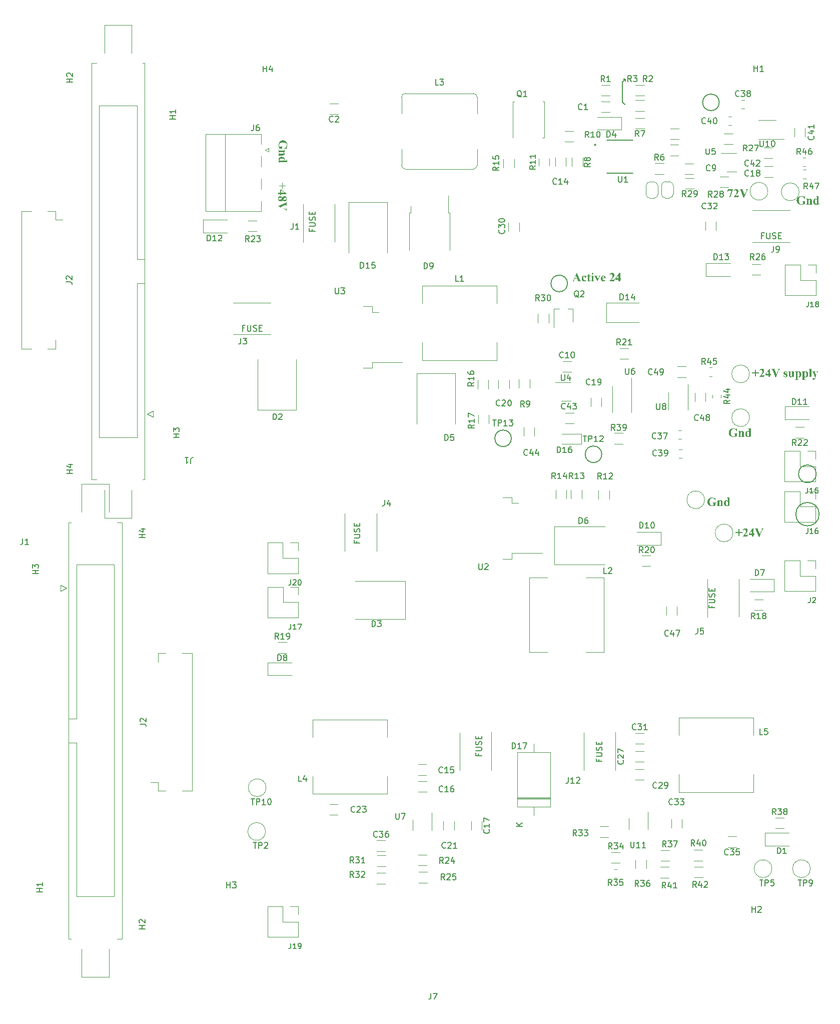
<source format=gbr>
%TF.GenerationSoftware,KiCad,Pcbnew,(7.0.0)*%
%TF.CreationDate,2024-10-30T08:51:02+03:30*%
%TF.ProjectId,tester supply,74657374-6572-4207-9375-70706c792e6b,rev?*%
%TF.SameCoordinates,Original*%
%TF.FileFunction,Legend,Top*%
%TF.FilePolarity,Positive*%
%FSLAX46Y46*%
G04 Gerber Fmt 4.6, Leading zero omitted, Abs format (unit mm)*
G04 Created by KiCad (PCBNEW (7.0.0)) date 2024-10-30 08:51:02*
%MOMM*%
%LPD*%
G01*
G04 APERTURE LIST*
%ADD10C,0.150000*%
%ADD11C,0.300000*%
%ADD12C,0.120000*%
%ADD13C,0.127000*%
%ADD14C,0.200000*%
G04 APERTURE END LIST*
D10*
X229070000Y-28710000D02*
X229070000Y-29080000D01*
X228980000Y-33030000D02*
X228560000Y-32610000D01*
X261396028Y-95480000D02*
G75*
G03*
X261396028Y-95480000I-1496028J0D01*
G01*
X228560000Y-32610000D02*
X228560000Y-29220000D01*
X229070000Y-29080000D02*
X229070000Y-28710000D01*
X228560000Y-29220000D02*
X229070000Y-28710000D01*
X229070000Y-28710000D02*
X228740000Y-28710000D01*
X261889968Y-102315000D02*
G75*
G03*
X261889968Y-102315000I-1974968J0D01*
G01*
D11*
G36*
X244355931Y-99494713D02*
G01*
X244355931Y-99987107D01*
X244317829Y-99987107D01*
X244308949Y-99961665D01*
X244299528Y-99936995D01*
X244289566Y-99913099D01*
X244279063Y-99889975D01*
X244268019Y-99867624D01*
X244256435Y-99846045D01*
X244244309Y-99825240D01*
X244231642Y-99805207D01*
X244218434Y-99785947D01*
X244204686Y-99767460D01*
X244190396Y-99749746D01*
X244175565Y-99732804D01*
X244160194Y-99716636D01*
X244144281Y-99701240D01*
X244127828Y-99686617D01*
X244110833Y-99672766D01*
X244093468Y-99659723D01*
X244075903Y-99647522D01*
X244058137Y-99636161D01*
X244040171Y-99625643D01*
X244022004Y-99615966D01*
X244003638Y-99607130D01*
X243985070Y-99599136D01*
X243966303Y-99591983D01*
X243947335Y-99585672D01*
X243928166Y-99580202D01*
X243908798Y-99575574D01*
X243889229Y-99571787D01*
X243869459Y-99568842D01*
X243849490Y-99566738D01*
X243829320Y-99565476D01*
X243808949Y-99565055D01*
X243789555Y-99565402D01*
X243770573Y-99566441D01*
X243752003Y-99568172D01*
X243733845Y-99570597D01*
X243716099Y-99573714D01*
X243698765Y-99577523D01*
X243681844Y-99582025D01*
X243665334Y-99587220D01*
X243649237Y-99593108D01*
X243633552Y-99599688D01*
X243618280Y-99606961D01*
X243603419Y-99614927D01*
X243588970Y-99623585D01*
X243574934Y-99632936D01*
X243561310Y-99642979D01*
X243548098Y-99653715D01*
X243535330Y-99665073D01*
X243523036Y-99676980D01*
X243511218Y-99689436D01*
X243499875Y-99702442D01*
X243489007Y-99715997D01*
X243478615Y-99730102D01*
X243468697Y-99744757D01*
X243459255Y-99759961D01*
X243450287Y-99775715D01*
X243441795Y-99792018D01*
X243433778Y-99808871D01*
X243426236Y-99826273D01*
X243419169Y-99844225D01*
X243412577Y-99862726D01*
X243406461Y-99881777D01*
X243400819Y-99901378D01*
X243395584Y-99921242D01*
X243390687Y-99941174D01*
X243386128Y-99961175D01*
X243381906Y-99981245D01*
X243378022Y-100001384D01*
X243374476Y-100021591D01*
X243371267Y-100041867D01*
X243368396Y-100062212D01*
X243365863Y-100082625D01*
X243363668Y-100103107D01*
X243361810Y-100123658D01*
X243360290Y-100144277D01*
X243359108Y-100164965D01*
X243358264Y-100185722D01*
X243357757Y-100206548D01*
X243357588Y-100227442D01*
X243357773Y-100252528D01*
X243358327Y-100277227D01*
X243359250Y-100301541D01*
X243360542Y-100325467D01*
X243362204Y-100349008D01*
X243364235Y-100372162D01*
X243366635Y-100394929D01*
X243369404Y-100417310D01*
X243372542Y-100439305D01*
X243376050Y-100460913D01*
X243379927Y-100482135D01*
X243384173Y-100502971D01*
X243388788Y-100523420D01*
X243393773Y-100543483D01*
X243399126Y-100563159D01*
X243404849Y-100582449D01*
X243411029Y-100601185D01*
X243417661Y-100619291D01*
X243424745Y-100636768D01*
X243432281Y-100653615D01*
X243440269Y-100669833D01*
X243448710Y-100685420D01*
X243457603Y-100700378D01*
X243466948Y-100714706D01*
X243476746Y-100728405D01*
X243486995Y-100741474D01*
X243497697Y-100753913D01*
X243508851Y-100765723D01*
X243520457Y-100776902D01*
X243532516Y-100787453D01*
X243545027Y-100797373D01*
X243557990Y-100806664D01*
X243571335Y-100815315D01*
X243584992Y-100823408D01*
X243598961Y-100830943D01*
X243613242Y-100837919D01*
X243627835Y-100844338D01*
X243642740Y-100850198D01*
X243657957Y-100855500D01*
X243673486Y-100860245D01*
X243689327Y-100864431D01*
X243705480Y-100868058D01*
X243721945Y-100871128D01*
X243738722Y-100873640D01*
X243755811Y-100875593D01*
X243773212Y-100876989D01*
X243790924Y-100877826D01*
X243808949Y-100878105D01*
X243824802Y-100877845D01*
X243840763Y-100877067D01*
X243856831Y-100875770D01*
X243873006Y-100873955D01*
X243889288Y-100871620D01*
X243905678Y-100868767D01*
X243912264Y-100867480D01*
X243928927Y-100863813D01*
X243945716Y-100859681D01*
X243962630Y-100855083D01*
X243979669Y-100850021D01*
X243996834Y-100844493D01*
X244014123Y-100838500D01*
X244021074Y-100835973D01*
X244021074Y-100549842D01*
X244020897Y-100530843D01*
X244020364Y-100513595D01*
X244019477Y-100498099D01*
X244017869Y-100481192D01*
X244015207Y-100464517D01*
X244011092Y-100450044D01*
X244009717Y-100446894D01*
X244001416Y-100434082D01*
X243990826Y-100423326D01*
X243979080Y-100414402D01*
X243965020Y-100405935D01*
X243962822Y-100404762D01*
X243948968Y-100398288D01*
X243934057Y-100393153D01*
X243918090Y-100389358D01*
X243901067Y-100386902D01*
X243886074Y-100385879D01*
X243876727Y-100385711D01*
X243840823Y-100385711D01*
X243840823Y-100338817D01*
X244519696Y-100338817D01*
X244519696Y-100385711D01*
X244501103Y-100387154D01*
X244483975Y-100388917D01*
X244468313Y-100391001D01*
X244450797Y-100394056D01*
X244435570Y-100397612D01*
X244420320Y-100402541D01*
X244411985Y-100406228D01*
X244399347Y-100413924D01*
X244388042Y-100423548D01*
X244378070Y-100435101D01*
X244369429Y-100448583D01*
X244365090Y-100457152D01*
X244360663Y-100472186D01*
X244358516Y-100487007D01*
X244357219Y-100502290D01*
X244356369Y-100520237D01*
X244356012Y-100536515D01*
X244355931Y-100549842D01*
X244355931Y-100835973D01*
X244339128Y-100842828D01*
X244322243Y-100849471D01*
X244305274Y-100855903D01*
X244288222Y-100862122D01*
X244271088Y-100868130D01*
X244253870Y-100873926D01*
X244236569Y-100879510D01*
X244219186Y-100884883D01*
X244201719Y-100890043D01*
X244184169Y-100894992D01*
X244166537Y-100899729D01*
X244148821Y-100904254D01*
X244131022Y-100908567D01*
X244113140Y-100912669D01*
X244095176Y-100916559D01*
X244077128Y-100920237D01*
X244058996Y-100923653D01*
X244040778Y-100926848D01*
X244022474Y-100929824D01*
X244004084Y-100932579D01*
X243985608Y-100935113D01*
X243967047Y-100937427D01*
X243948400Y-100939521D01*
X243929666Y-100941394D01*
X243910847Y-100943047D01*
X243891942Y-100944480D01*
X243872951Y-100945692D01*
X243853875Y-100946684D01*
X243834712Y-100947455D01*
X243815464Y-100948006D01*
X243796129Y-100948337D01*
X243776709Y-100948447D01*
X243752106Y-100948238D01*
X243728029Y-100947611D01*
X243704478Y-100946566D01*
X243681454Y-100945104D01*
X243658957Y-100943223D01*
X243636987Y-100940925D01*
X243615543Y-100938209D01*
X243594626Y-100935075D01*
X243574236Y-100931523D01*
X243554372Y-100927553D01*
X243535035Y-100923165D01*
X243516224Y-100918359D01*
X243497940Y-100913136D01*
X243480183Y-100907494D01*
X243462953Y-100901435D01*
X243446249Y-100894958D01*
X243429974Y-100888094D01*
X243413940Y-100880967D01*
X243398146Y-100873577D01*
X243382593Y-100865923D01*
X243367280Y-100858006D01*
X243352207Y-100849826D01*
X243337375Y-100841383D01*
X243322784Y-100832676D01*
X243308433Y-100823706D01*
X243294322Y-100814472D01*
X243280452Y-100804975D01*
X243266822Y-100795215D01*
X243253432Y-100785191D01*
X243240283Y-100774905D01*
X243227375Y-100764354D01*
X243214706Y-100753541D01*
X243202329Y-100742510D01*
X243190292Y-100731307D01*
X243178595Y-100719933D01*
X243167239Y-100708387D01*
X243156224Y-100696669D01*
X243145549Y-100684779D01*
X243135215Y-100672718D01*
X243125222Y-100660484D01*
X243115569Y-100648080D01*
X243106257Y-100635503D01*
X243097285Y-100622755D01*
X243088654Y-100609835D01*
X243080364Y-100596743D01*
X243072414Y-100583479D01*
X243064805Y-100570044D01*
X243057536Y-100556437D01*
X243048796Y-100538628D01*
X243040620Y-100520556D01*
X243033008Y-100502221D01*
X243025960Y-100483622D01*
X243019476Y-100464760D01*
X243013555Y-100445635D01*
X243008199Y-100426246D01*
X243003406Y-100406594D01*
X242999177Y-100386679D01*
X242995512Y-100366500D01*
X242992411Y-100346058D01*
X242989873Y-100325353D01*
X242987900Y-100304384D01*
X242986490Y-100283152D01*
X242985644Y-100261657D01*
X242985362Y-100239898D01*
X242985579Y-100220416D01*
X242986228Y-100201124D01*
X242987310Y-100182022D01*
X242988826Y-100163111D01*
X242990774Y-100144390D01*
X242993155Y-100125859D01*
X242995969Y-100107518D01*
X242999216Y-100089368D01*
X243002895Y-100071409D01*
X243007008Y-100053639D01*
X243011553Y-100036060D01*
X243016532Y-100018672D01*
X243021943Y-100001473D01*
X243027788Y-99984465D01*
X243034065Y-99967647D01*
X243040775Y-99951020D01*
X243047918Y-99934583D01*
X243055494Y-99918336D01*
X243063503Y-99902280D01*
X243071945Y-99886414D01*
X243080819Y-99870738D01*
X243090127Y-99855253D01*
X243099867Y-99839958D01*
X243110041Y-99824853D01*
X243120647Y-99809939D01*
X243131686Y-99795215D01*
X243143158Y-99780681D01*
X243155063Y-99766338D01*
X243167401Y-99752185D01*
X243180172Y-99738223D01*
X243193376Y-99724450D01*
X243207013Y-99710868D01*
X243220978Y-99697570D01*
X243235166Y-99684693D01*
X243249577Y-99672239D01*
X243264211Y-99660207D01*
X243279069Y-99648597D01*
X243294150Y-99637409D01*
X243309455Y-99626644D01*
X243324982Y-99616301D01*
X243340733Y-99606379D01*
X243356707Y-99596880D01*
X243372904Y-99587804D01*
X243389325Y-99579149D01*
X243405969Y-99570916D01*
X243422836Y-99563106D01*
X243439926Y-99555718D01*
X243457240Y-99548752D01*
X243474776Y-99542208D01*
X243492536Y-99536087D01*
X243510520Y-99530387D01*
X243528726Y-99525110D01*
X243547156Y-99520255D01*
X243565809Y-99515822D01*
X243584686Y-99511812D01*
X243603785Y-99508223D01*
X243623108Y-99505057D01*
X243642654Y-99502313D01*
X243662424Y-99499991D01*
X243682416Y-99498091D01*
X243702632Y-99496613D01*
X243723071Y-99495558D01*
X243743734Y-99494924D01*
X243764619Y-99494713D01*
X243783945Y-99494845D01*
X243802903Y-99495241D01*
X243821494Y-99495902D01*
X243839718Y-99496826D01*
X243857575Y-99498014D01*
X243875065Y-99499466D01*
X243892188Y-99501182D01*
X243908944Y-99503163D01*
X243925333Y-99505407D01*
X243941354Y-99507915D01*
X243951831Y-99509734D01*
X243967396Y-99512818D01*
X243981819Y-99516264D01*
X243997994Y-99520581D01*
X244015920Y-99525767D01*
X244030514Y-99530228D01*
X244046093Y-99535178D01*
X244062658Y-99540618D01*
X244080208Y-99546547D01*
X244098743Y-99552965D01*
X244117044Y-99559316D01*
X244133889Y-99565042D01*
X244149278Y-99570144D01*
X244167533Y-99575974D01*
X244183201Y-99580694D01*
X244199147Y-99585032D01*
X244214680Y-99588190D01*
X244218911Y-99588503D01*
X244234843Y-99586967D01*
X244250080Y-99582359D01*
X244264622Y-99574679D01*
X244272400Y-99569085D01*
X244283089Y-99558765D01*
X244293357Y-99545113D01*
X244301824Y-99530760D01*
X244308643Y-99516930D01*
X244315248Y-99501401D01*
X244317829Y-99494713D01*
X244355931Y-99494713D01*
G37*
G36*
X244997069Y-99963660D02*
G01*
X244997069Y-100104344D01*
X245010955Y-100088616D01*
X245024726Y-100073719D01*
X245038381Y-100059653D01*
X245051920Y-100046418D01*
X245065343Y-100034013D01*
X245078650Y-100022440D01*
X245091842Y-100011697D01*
X245104917Y-100001784D01*
X245117876Y-99992703D01*
X245130720Y-99984452D01*
X245139218Y-99979413D01*
X245156414Y-99970226D01*
X245173931Y-99962263D01*
X245191768Y-99955525D01*
X245209926Y-99950013D01*
X245228405Y-99945725D01*
X245247204Y-99942662D01*
X245266323Y-99940825D01*
X245285764Y-99940212D01*
X245303069Y-99940666D01*
X245319814Y-99942028D01*
X245335999Y-99944299D01*
X245351623Y-99947477D01*
X245366688Y-99951563D01*
X245381192Y-99956557D01*
X245395135Y-99962459D01*
X245408519Y-99969270D01*
X245421342Y-99976988D01*
X245433604Y-99985614D01*
X245441468Y-99991870D01*
X245452714Y-100001709D01*
X245463231Y-100011993D01*
X245476123Y-100026395D01*
X245487721Y-100041588D01*
X245498024Y-100057571D01*
X245507035Y-100074343D01*
X245514751Y-100091906D01*
X245521174Y-100110258D01*
X245523900Y-100119731D01*
X245527764Y-100135879D01*
X245531113Y-100155383D01*
X245533287Y-100172211D01*
X245535170Y-100190927D01*
X245536764Y-100211530D01*
X245537666Y-100226313D01*
X245538439Y-100241935D01*
X245539083Y-100258396D01*
X245539598Y-100275695D01*
X245539984Y-100293833D01*
X245540242Y-100312809D01*
X245540371Y-100332625D01*
X245540387Y-100342847D01*
X245540387Y-100713974D01*
X245540564Y-100733059D01*
X245541095Y-100750746D01*
X245541981Y-100767036D01*
X245543220Y-100781929D01*
X245545424Y-100799611D01*
X245548258Y-100814810D01*
X245552685Y-100830314D01*
X245559297Y-100843795D01*
X245560537Y-100845498D01*
X245571439Y-100855824D01*
X245584104Y-100863252D01*
X245599835Y-100869365D01*
X245615285Y-100873457D01*
X245632865Y-100876635D01*
X245644434Y-100878105D01*
X245644434Y-100925000D01*
X245156803Y-100925000D01*
X245156803Y-100878105D01*
X245173111Y-100875223D01*
X245187916Y-100870928D01*
X245203698Y-100863908D01*
X245217316Y-100854854D01*
X245228771Y-100843764D01*
X245235205Y-100835240D01*
X245241629Y-100821048D01*
X245245252Y-100806681D01*
X245248069Y-100788790D01*
X245249744Y-100771940D01*
X245250903Y-100752835D01*
X245251434Y-100737026D01*
X245251676Y-100719948D01*
X245251692Y-100713974D01*
X245251692Y-100291922D01*
X245251608Y-100270834D01*
X245251357Y-100251260D01*
X245250938Y-100233199D01*
X245250352Y-100216651D01*
X245249599Y-100201617D01*
X245248334Y-100183926D01*
X245246771Y-100168925D01*
X245244399Y-100153957D01*
X245242166Y-100145010D01*
X245236762Y-100130516D01*
X245228712Y-100116344D01*
X245218576Y-100104434D01*
X245210659Y-100097749D01*
X245197917Y-100089602D01*
X245182876Y-100083678D01*
X245166905Y-100081044D01*
X245161933Y-100080896D01*
X245145418Y-100082339D01*
X245129123Y-100086666D01*
X245113046Y-100093879D01*
X245097189Y-100103977D01*
X245081551Y-100116960D01*
X245066131Y-100132828D01*
X245055973Y-100145010D01*
X245045912Y-100158474D01*
X245035949Y-100173220D01*
X245026083Y-100189248D01*
X245016314Y-100206559D01*
X245006643Y-100225152D01*
X244997069Y-100245027D01*
X244997069Y-100713974D01*
X244997246Y-100732548D01*
X244997777Y-100749802D01*
X244998662Y-100765735D01*
X244999902Y-100780349D01*
X245002106Y-100797780D01*
X245004940Y-100812863D01*
X245009367Y-100828418D01*
X245015979Y-100842242D01*
X245017219Y-100844033D01*
X245027682Y-100854930D01*
X245041442Y-100863898D01*
X245055859Y-100870051D01*
X245072697Y-100874786D01*
X245088579Y-100877650D01*
X245091957Y-100878105D01*
X245091957Y-100925000D01*
X244604692Y-100925000D01*
X244604692Y-100878105D01*
X244619347Y-100876244D01*
X244636120Y-100872808D01*
X244651175Y-100868137D01*
X244666974Y-100860903D01*
X244680301Y-100851891D01*
X244691154Y-100841102D01*
X244698007Y-100827631D01*
X244701871Y-100813092D01*
X244704344Y-100798512D01*
X244706267Y-100781310D01*
X244707349Y-100766688D01*
X244708122Y-100750592D01*
X244708585Y-100733020D01*
X244708740Y-100713974D01*
X244708740Y-100174685D01*
X244708563Y-100155735D01*
X244708032Y-100138175D01*
X244707146Y-100122006D01*
X244705906Y-100107229D01*
X244703702Y-100089689D01*
X244700869Y-100074622D01*
X244696441Y-100059266D01*
X244689830Y-100045940D01*
X244688590Y-100044260D01*
X244677688Y-100033881D01*
X244665023Y-100026325D01*
X244649292Y-100020005D01*
X244633841Y-100015683D01*
X244616262Y-100012220D01*
X244604692Y-100010554D01*
X244604692Y-99963660D01*
X244997069Y-99963660D01*
G37*
G36*
X246708356Y-100667079D02*
G01*
X246708411Y-100683396D01*
X246708575Y-100698412D01*
X246708964Y-100716409D01*
X246709548Y-100732094D01*
X246710552Y-100748448D01*
X246712157Y-100763303D01*
X246714584Y-100774057D01*
X246720306Y-100788383D01*
X246729451Y-100801650D01*
X246741530Y-100812125D01*
X246745725Y-100814724D01*
X246759578Y-100820700D01*
X246775194Y-100824915D01*
X246791173Y-100827775D01*
X246806320Y-100829626D01*
X246823130Y-100830995D01*
X246826692Y-100831210D01*
X246826692Y-100878105D01*
X246419661Y-100948447D01*
X246419661Y-100795673D01*
X246406064Y-100811801D01*
X246392750Y-100826937D01*
X246379720Y-100841081D01*
X246366973Y-100854234D01*
X246354510Y-100866395D01*
X246342330Y-100877564D01*
X246330433Y-100887741D01*
X246318819Y-100896927D01*
X246303775Y-100907632D01*
X246289235Y-100916573D01*
X246274712Y-100924044D01*
X246259720Y-100930518D01*
X246244258Y-100935996D01*
X246228327Y-100940478D01*
X246211927Y-100943965D01*
X246195057Y-100946455D01*
X246177718Y-100947949D01*
X246159909Y-100948447D01*
X246137174Y-100947811D01*
X246115041Y-100945905D01*
X246093508Y-100942728D01*
X246072577Y-100938280D01*
X246052246Y-100932561D01*
X246032517Y-100925572D01*
X246013389Y-100917312D01*
X245994862Y-100907780D01*
X245976936Y-100896978D01*
X245959611Y-100884906D01*
X245942887Y-100871562D01*
X245926764Y-100856947D01*
X245911242Y-100841062D01*
X245896321Y-100823906D01*
X245882001Y-100805479D01*
X245868283Y-100785781D01*
X245857813Y-100769014D01*
X245848018Y-100751778D01*
X245838899Y-100734072D01*
X245830456Y-100715897D01*
X245822688Y-100697253D01*
X245815595Y-100678139D01*
X245809178Y-100658555D01*
X245803436Y-100638503D01*
X245798370Y-100617981D01*
X245793980Y-100596989D01*
X245790264Y-100575528D01*
X245787225Y-100553598D01*
X245784861Y-100531198D01*
X245783172Y-100508329D01*
X245782159Y-100484990D01*
X245781821Y-100461182D01*
X245782030Y-100442076D01*
X245782657Y-100423224D01*
X245783701Y-100404626D01*
X245783924Y-100401831D01*
X246083705Y-100401831D01*
X246083809Y-100424944D01*
X246084123Y-100447295D01*
X246084645Y-100468885D01*
X246085377Y-100489713D01*
X246086317Y-100509780D01*
X246087466Y-100529086D01*
X246088824Y-100547630D01*
X246090391Y-100565413D01*
X246092167Y-100582435D01*
X246094152Y-100598695D01*
X246096346Y-100614194D01*
X246098749Y-100628931D01*
X246102745Y-100649610D01*
X246107211Y-100668576D01*
X246110450Y-100680268D01*
X246115638Y-100696794D01*
X246121174Y-100712438D01*
X246127058Y-100727200D01*
X246133290Y-100741079D01*
X246142140Y-100758212D01*
X246151608Y-100773777D01*
X246161695Y-100787773D01*
X246172400Y-100800201D01*
X246183722Y-100811060D01*
X246196705Y-100819876D01*
X246211841Y-100826173D01*
X246226850Y-100829616D01*
X246243507Y-100831132D01*
X246248569Y-100831210D01*
X246265511Y-100830038D01*
X246282267Y-100826522D01*
X246298836Y-100820662D01*
X246315219Y-100812457D01*
X246331414Y-100801908D01*
X246347423Y-100789015D01*
X246363245Y-100773778D01*
X246373689Y-100762318D01*
X246384050Y-100749816D01*
X246394329Y-100736272D01*
X246404524Y-100721686D01*
X246414636Y-100706058D01*
X246419661Y-100697854D01*
X246419661Y-100221580D01*
X246410002Y-100196026D01*
X246400078Y-100172121D01*
X246389887Y-100149864D01*
X246379430Y-100129256D01*
X246368706Y-100110297D01*
X246357717Y-100092986D01*
X246346461Y-100077324D01*
X246334939Y-100063311D01*
X246323151Y-100050946D01*
X246311097Y-100040230D01*
X246298777Y-100031162D01*
X246279797Y-100020652D01*
X246260218Y-100013852D01*
X246240041Y-100010760D01*
X246233182Y-100010554D01*
X246217143Y-100011571D01*
X246202367Y-100014621D01*
X246187025Y-100020598D01*
X246173333Y-100029230D01*
X246170167Y-100031803D01*
X246158600Y-100043333D01*
X246147713Y-100057313D01*
X246139493Y-100070262D01*
X246131707Y-100084779D01*
X246124357Y-100100865D01*
X246117442Y-100118519D01*
X246112541Y-100132789D01*
X246107885Y-100147941D01*
X246103564Y-100164242D01*
X246099668Y-100182094D01*
X246096196Y-100201499D01*
X246093150Y-100222456D01*
X246091356Y-100237289D01*
X246089750Y-100252813D01*
X246088333Y-100269026D01*
X246087105Y-100285929D01*
X246086066Y-100303521D01*
X246085216Y-100321804D01*
X246084555Y-100340776D01*
X246084083Y-100360438D01*
X246083799Y-100380790D01*
X246083705Y-100401831D01*
X245783924Y-100401831D01*
X245785164Y-100386284D01*
X245787044Y-100368196D01*
X245789343Y-100350363D01*
X245792059Y-100332785D01*
X245795193Y-100315461D01*
X245798745Y-100298392D01*
X245802715Y-100281578D01*
X245807103Y-100265019D01*
X245811909Y-100248714D01*
X245817132Y-100232664D01*
X245822774Y-100216869D01*
X245828833Y-100201328D01*
X245835310Y-100186043D01*
X245842195Y-100171072D01*
X245849386Y-100156568D01*
X245856884Y-100142530D01*
X245864688Y-100128959D01*
X245872798Y-100115854D01*
X245881214Y-100103216D01*
X245889937Y-100091044D01*
X245898966Y-100079339D01*
X245913083Y-100062656D01*
X245927890Y-100047023D01*
X245943386Y-100032440D01*
X245959570Y-100018906D01*
X245976444Y-100006422D01*
X245982222Y-100002494D01*
X245999858Y-99991364D01*
X246017732Y-99981328D01*
X246035845Y-99972387D01*
X246054196Y-99964541D01*
X246072785Y-99957790D01*
X246091612Y-99952133D01*
X246110678Y-99947572D01*
X246129981Y-99944105D01*
X246149524Y-99941733D01*
X246169304Y-99940456D01*
X246182623Y-99940212D01*
X246199688Y-99940705D01*
X246216260Y-99942182D01*
X246232340Y-99944643D01*
X246247928Y-99948089D01*
X246263023Y-99952520D01*
X246277626Y-99957935D01*
X246291737Y-99964335D01*
X246305355Y-99971720D01*
X246318842Y-99980238D01*
X246332558Y-99990221D01*
X246346503Y-100001670D01*
X246360676Y-100014584D01*
X246371457Y-100025232D01*
X246382366Y-100036704D01*
X246393404Y-100049000D01*
X246404571Y-100062120D01*
X246415867Y-100076065D01*
X246419661Y-100080896D01*
X246419661Y-99729187D01*
X246419581Y-99712124D01*
X246419339Y-99696381D01*
X246418767Y-99677445D01*
X246417908Y-99660855D01*
X246416432Y-99643419D01*
X246414071Y-99627336D01*
X246410502Y-99615247D01*
X246402510Y-99601894D01*
X246392547Y-99590685D01*
X246380614Y-99581621D01*
X246373133Y-99577512D01*
X246358135Y-99572062D01*
X246343310Y-99568997D01*
X246328614Y-99567111D01*
X246311790Y-99565834D01*
X246296797Y-99565250D01*
X246280443Y-99565055D01*
X246280443Y-99518161D01*
X246708356Y-99518161D01*
X246708356Y-100667079D01*
G37*
G36*
X171128761Y-46221399D02*
G01*
X171128761Y-46716723D01*
X171621154Y-46716723D01*
X171621154Y-46851912D01*
X171128761Y-46851912D01*
X171128761Y-47347602D01*
X170988077Y-47347602D01*
X170988077Y-46851912D01*
X170495683Y-46851912D01*
X170495683Y-46716723D01*
X170988077Y-46716723D01*
X170988077Y-46221399D01*
X171128761Y-46221399D01*
G37*
G36*
X171785286Y-48092055D02*
G01*
X171785286Y-48217718D01*
X170870840Y-48217718D01*
X170870840Y-48345579D01*
X170659815Y-48345579D01*
X170659815Y-48217718D01*
X170355000Y-48217718D01*
X170355000Y-47934152D01*
X170659815Y-47934152D01*
X170659815Y-47528220D01*
X170870840Y-47528220D01*
X170870840Y-47934152D01*
X171430279Y-47934152D01*
X170870840Y-47528220D01*
X170659815Y-47528220D01*
X170659815Y-47428203D01*
X170870840Y-47428203D01*
X171785286Y-48092055D01*
G37*
G36*
X170707606Y-48500025D02*
G01*
X170728157Y-48501744D01*
X170748212Y-48504610D01*
X170767772Y-48508622D01*
X170786835Y-48513781D01*
X170805403Y-48520085D01*
X170823475Y-48527537D01*
X170841050Y-48536134D01*
X170858130Y-48545878D01*
X170874714Y-48556768D01*
X170885495Y-48564665D01*
X170901372Y-48577724D01*
X170916991Y-48592309D01*
X170927260Y-48602881D01*
X170937416Y-48614131D01*
X170947456Y-48626059D01*
X170957383Y-48638666D01*
X170967194Y-48651951D01*
X170976891Y-48665914D01*
X170986474Y-48680556D01*
X170995942Y-48695876D01*
X171005296Y-48711874D01*
X171014535Y-48728551D01*
X171023660Y-48745906D01*
X171032670Y-48763940D01*
X171041566Y-48782651D01*
X171056610Y-48762371D01*
X171071333Y-48743021D01*
X171085736Y-48724601D01*
X171099818Y-48707112D01*
X171113580Y-48690552D01*
X171127021Y-48674923D01*
X171140141Y-48660224D01*
X171152941Y-48646455D01*
X171165420Y-48633617D01*
X171177579Y-48621709D01*
X171189417Y-48610731D01*
X171200935Y-48600683D01*
X171217610Y-48587355D01*
X171233564Y-48576121D01*
X171243799Y-48569794D01*
X171259140Y-48561413D01*
X171274939Y-48553857D01*
X171291194Y-48547125D01*
X171307907Y-48541217D01*
X171325077Y-48536134D01*
X171342705Y-48531875D01*
X171360789Y-48528440D01*
X171379331Y-48525830D01*
X171398330Y-48524044D01*
X171417786Y-48523082D01*
X171431011Y-48522899D01*
X171448421Y-48523364D01*
X171465570Y-48524759D01*
X171482458Y-48527085D01*
X171499086Y-48530341D01*
X171515454Y-48534527D01*
X171531561Y-48539643D01*
X171547408Y-48545689D01*
X171562994Y-48552666D01*
X171578320Y-48560573D01*
X171593385Y-48569410D01*
X171608190Y-48579177D01*
X171622734Y-48589875D01*
X171637018Y-48601503D01*
X171651042Y-48614061D01*
X171664805Y-48627549D01*
X171678307Y-48641967D01*
X171691262Y-48657194D01*
X171703380Y-48673108D01*
X171714663Y-48689709D01*
X171725110Y-48706997D01*
X171734722Y-48724972D01*
X171743497Y-48743633D01*
X171751437Y-48762982D01*
X171758541Y-48783018D01*
X171764809Y-48803740D01*
X171770242Y-48825150D01*
X171774839Y-48847246D01*
X171778599Y-48870029D01*
X171781525Y-48893499D01*
X171783614Y-48917657D01*
X171784868Y-48942501D01*
X171785286Y-48968032D01*
X171784916Y-48992675D01*
X171783809Y-49016598D01*
X171781963Y-49039799D01*
X171779378Y-49062279D01*
X171776055Y-49084037D01*
X171771993Y-49105075D01*
X171767194Y-49125391D01*
X171761655Y-49144986D01*
X171755378Y-49163859D01*
X171748363Y-49182011D01*
X171740609Y-49199442D01*
X171732117Y-49216152D01*
X171722886Y-49232140D01*
X171712917Y-49247407D01*
X171702210Y-49261953D01*
X171690764Y-49275778D01*
X171678801Y-49288821D01*
X171666544Y-49301022D01*
X171653991Y-49312383D01*
X171641144Y-49322901D01*
X171628002Y-49332578D01*
X171614566Y-49341414D01*
X171600834Y-49349408D01*
X171586808Y-49356561D01*
X171572487Y-49362872D01*
X171557871Y-49368342D01*
X171542960Y-49372970D01*
X171527754Y-49376757D01*
X171512254Y-49379702D01*
X171496459Y-49381806D01*
X171480369Y-49383068D01*
X171463984Y-49383489D01*
X171445571Y-49382977D01*
X171427564Y-49381441D01*
X171409962Y-49378881D01*
X171392766Y-49375297D01*
X171375976Y-49370689D01*
X171359592Y-49365057D01*
X171343613Y-49358402D01*
X171328040Y-49350722D01*
X171312873Y-49342018D01*
X171298111Y-49332291D01*
X171288496Y-49325237D01*
X171274408Y-49313748D01*
X171260585Y-49301125D01*
X171247025Y-49287370D01*
X171233730Y-49272480D01*
X171220699Y-49256458D01*
X171207931Y-49239301D01*
X171199566Y-49227234D01*
X171191319Y-49214663D01*
X171183189Y-49201589D01*
X171175176Y-49188010D01*
X171167281Y-49173928D01*
X171159503Y-49159342D01*
X171151842Y-49144253D01*
X171138345Y-49162311D01*
X171124966Y-49179664D01*
X171111703Y-49196314D01*
X171098559Y-49212259D01*
X171085531Y-49227501D01*
X171072621Y-49242038D01*
X171059829Y-49255871D01*
X171047153Y-49269000D01*
X171034595Y-49281425D01*
X171022155Y-49293146D01*
X171009831Y-49304162D01*
X170997625Y-49314475D01*
X170985537Y-49324083D01*
X170973566Y-49332988D01*
X170955829Y-49345024D01*
X170949975Y-49348684D01*
X170932217Y-49358963D01*
X170913975Y-49368232D01*
X170895251Y-49376489D01*
X170876044Y-49383735D01*
X170856354Y-49389970D01*
X170836180Y-49395194D01*
X170815524Y-49399407D01*
X170794385Y-49402608D01*
X170772762Y-49404799D01*
X170758079Y-49405698D01*
X170743181Y-49406147D01*
X170735652Y-49406203D01*
X170714653Y-49405705D01*
X170694064Y-49404211D01*
X170673884Y-49401721D01*
X170654113Y-49398235D01*
X170634752Y-49393753D01*
X170615799Y-49388274D01*
X170597256Y-49381800D01*
X170579123Y-49374330D01*
X170561399Y-49365863D01*
X170544084Y-49356401D01*
X170527178Y-49345942D01*
X170510681Y-49334487D01*
X170494594Y-49322037D01*
X170478916Y-49308590D01*
X170463648Y-49294147D01*
X170448789Y-49278709D01*
X170434592Y-49262461D01*
X170421311Y-49245501D01*
X170408947Y-49227828D01*
X170397498Y-49209443D01*
X170386965Y-49190345D01*
X170377348Y-49170534D01*
X170368647Y-49150010D01*
X170360861Y-49128774D01*
X170353992Y-49106825D01*
X170348039Y-49084163D01*
X170343001Y-49060789D01*
X170338879Y-49036702D01*
X170335674Y-49011902D01*
X170333384Y-48986390D01*
X170332010Y-48960165D01*
X170331845Y-48950446D01*
X170401894Y-48950446D01*
X170402730Y-48968936D01*
X170405237Y-48986670D01*
X170409416Y-49003649D01*
X170415266Y-49019872D01*
X170422788Y-49035340D01*
X170431982Y-49050051D01*
X170442847Y-49064008D01*
X170455383Y-49077208D01*
X170469465Y-49089315D01*
X170484784Y-49099808D01*
X170501339Y-49108687D01*
X170519131Y-49115951D01*
X170533286Y-49120340D01*
X170548136Y-49123821D01*
X170563683Y-49126394D01*
X170579924Y-49128058D01*
X170596861Y-49128815D01*
X170602662Y-49128866D01*
X170627009Y-49127815D01*
X170651325Y-49124664D01*
X170675610Y-49119412D01*
X170699863Y-49112059D01*
X170724084Y-49102605D01*
X170748274Y-49091050D01*
X170772433Y-49077394D01*
X170790109Y-49065851D01*
X171206796Y-49065851D01*
X171219716Y-49075073D01*
X171233014Y-49083688D01*
X171246690Y-49091697D01*
X171260744Y-49099098D01*
X171275175Y-49105893D01*
X171289984Y-49112081D01*
X171305171Y-49117663D01*
X171320736Y-49122637D01*
X171336678Y-49127017D01*
X171352999Y-49130812D01*
X171369697Y-49134023D01*
X171386773Y-49136651D01*
X171404227Y-49138694D01*
X171422058Y-49140154D01*
X171440268Y-49141030D01*
X171458855Y-49141322D01*
X171475144Y-49141096D01*
X171490946Y-49140417D01*
X171506262Y-49139287D01*
X171521091Y-49137704D01*
X171542423Y-49134482D01*
X171562659Y-49130242D01*
X171581801Y-49124985D01*
X171599848Y-49118710D01*
X171616800Y-49111418D01*
X171632658Y-49103108D01*
X171647420Y-49093781D01*
X171661088Y-49083436D01*
X171673711Y-49072113D01*
X171684650Y-49059760D01*
X171693906Y-49046376D01*
X171701480Y-49031962D01*
X171707370Y-49016518D01*
X171711578Y-49000043D01*
X171714102Y-48982537D01*
X171714944Y-48964002D01*
X171714194Y-48947017D01*
X171711944Y-48930685D01*
X171708195Y-48915006D01*
X171702945Y-48899979D01*
X171696196Y-48885605D01*
X171687947Y-48871884D01*
X171678198Y-48858815D01*
X171666950Y-48846399D01*
X171654677Y-48835064D01*
X171641671Y-48825241D01*
X171627932Y-48816929D01*
X171613461Y-48810129D01*
X171598257Y-48804839D01*
X171582320Y-48801061D01*
X171565650Y-48798794D01*
X171548248Y-48798039D01*
X171530204Y-48798880D01*
X171511978Y-48801405D01*
X171493568Y-48805612D01*
X171474975Y-48811502D01*
X171460910Y-48817025D01*
X171446742Y-48823494D01*
X171432471Y-48830909D01*
X171418097Y-48839272D01*
X171403620Y-48848581D01*
X171398771Y-48851894D01*
X171383949Y-48862988D01*
X171368469Y-48875937D01*
X171352332Y-48890740D01*
X171341210Y-48901640D01*
X171329795Y-48913363D01*
X171318089Y-48925911D01*
X171306090Y-48939283D01*
X171293800Y-48953480D01*
X171281218Y-48968501D01*
X171268343Y-48984346D01*
X171255177Y-49001016D01*
X171241719Y-49018510D01*
X171227969Y-49036828D01*
X171213927Y-49055970D01*
X171206796Y-49065851D01*
X170790109Y-49065851D01*
X170796560Y-49061638D01*
X170808612Y-49052972D01*
X170820656Y-49043780D01*
X170832692Y-49034064D01*
X170844720Y-49023822D01*
X170856740Y-49013055D01*
X170868752Y-49001763D01*
X170880757Y-48989945D01*
X170892754Y-48977603D01*
X170904742Y-48964735D01*
X170916723Y-48951342D01*
X170928696Y-48937424D01*
X170940661Y-48922980D01*
X170952619Y-48908012D01*
X170964568Y-48892518D01*
X170976510Y-48876498D01*
X170988443Y-48859954D01*
X170977783Y-48848646D01*
X170965834Y-48837080D01*
X170954412Y-48827268D01*
X170942001Y-48818200D01*
X170936053Y-48814525D01*
X170921306Y-48806973D01*
X170907265Y-48800896D01*
X170891632Y-48795016D01*
X170874406Y-48789333D01*
X170859480Y-48784928D01*
X170843534Y-48780649D01*
X170830907Y-48777522D01*
X170813590Y-48773658D01*
X170796079Y-48770309D01*
X170778373Y-48767476D01*
X170760473Y-48765157D01*
X170742378Y-48763354D01*
X170724089Y-48762066D01*
X170705604Y-48761293D01*
X170686926Y-48761036D01*
X170669064Y-48761252D01*
X170651750Y-48761899D01*
X170634984Y-48762977D01*
X170618765Y-48764488D01*
X170603093Y-48766429D01*
X170587969Y-48768802D01*
X170573392Y-48771607D01*
X170554807Y-48776018D01*
X170537196Y-48781195D01*
X170524626Y-48785582D01*
X170508890Y-48792137D01*
X170494287Y-48799344D01*
X170480817Y-48807203D01*
X170468481Y-48815716D01*
X170454655Y-48827274D01*
X170442599Y-48839851D01*
X170432315Y-48853449D01*
X170430471Y-48856290D01*
X170422238Y-48870664D01*
X170415401Y-48885163D01*
X170409959Y-48899787D01*
X170405913Y-48914537D01*
X170403262Y-48929411D01*
X170402006Y-48944411D01*
X170401894Y-48950446D01*
X170331845Y-48950446D01*
X170331552Y-48933227D01*
X170331954Y-48907717D01*
X170333161Y-48882938D01*
X170335171Y-48858888D01*
X170337986Y-48835568D01*
X170341606Y-48812978D01*
X170346029Y-48791118D01*
X170351257Y-48769987D01*
X170357289Y-48749587D01*
X170364126Y-48729916D01*
X170371766Y-48710976D01*
X170380211Y-48692765D01*
X170389461Y-48675284D01*
X170399514Y-48658533D01*
X170410372Y-48642511D01*
X170422034Y-48627220D01*
X170434501Y-48612658D01*
X170447592Y-48598950D01*
X170461039Y-48586125D01*
X170474841Y-48574186D01*
X170488997Y-48563130D01*
X170503509Y-48552959D01*
X170518375Y-48543673D01*
X170533596Y-48535271D01*
X170549173Y-48527753D01*
X170565104Y-48521120D01*
X170581390Y-48515371D01*
X170598031Y-48510507D01*
X170615027Y-48506527D01*
X170632377Y-48503432D01*
X170650083Y-48501221D01*
X170668144Y-48499894D01*
X170686559Y-48499452D01*
X170707606Y-48500025D01*
G37*
G36*
X171761838Y-50976807D02*
G01*
X171714944Y-50976807D01*
X171711068Y-50958014D01*
X171705487Y-50939735D01*
X171698200Y-50921972D01*
X171689207Y-50904725D01*
X171681342Y-50892127D01*
X171672518Y-50879819D01*
X171662735Y-50867801D01*
X171651992Y-50856073D01*
X171640289Y-50844634D01*
X171636175Y-50840886D01*
X171621704Y-50829334D01*
X171608086Y-50819813D01*
X171592097Y-50809559D01*
X171573739Y-50798570D01*
X171560183Y-50790836D01*
X171545575Y-50782776D01*
X171529913Y-50774390D01*
X171513197Y-50765677D01*
X171495429Y-50756638D01*
X171476607Y-50747273D01*
X171456731Y-50737582D01*
X171435803Y-50727564D01*
X171413821Y-50717220D01*
X171402435Y-50711926D01*
X170331552Y-50230523D01*
X170331552Y-50196817D01*
X171444567Y-49717613D01*
X171468167Y-49707027D01*
X171490517Y-49696885D01*
X171511616Y-49687186D01*
X171531464Y-49677931D01*
X171550061Y-49669120D01*
X171567408Y-49660752D01*
X171583503Y-49652828D01*
X171598348Y-49645348D01*
X171611942Y-49638311D01*
X171629988Y-49628587D01*
X171645220Y-49619862D01*
X171661151Y-49609782D01*
X171672079Y-49601475D01*
X171683967Y-49588656D01*
X171692516Y-49575178D01*
X171699831Y-49559160D01*
X171704794Y-49544517D01*
X171708967Y-49528248D01*
X171712351Y-49510354D01*
X171714944Y-49490833D01*
X171761838Y-49490833D01*
X171761838Y-50160547D01*
X171714944Y-50160547D01*
X171714944Y-50137833D01*
X171714757Y-50121371D01*
X171714197Y-50105920D01*
X171712869Y-50086892D01*
X171710876Y-50069662D01*
X171708220Y-50054229D01*
X171703966Y-50037465D01*
X171698675Y-50023510D01*
X171693695Y-50014368D01*
X171684408Y-50002856D01*
X171671643Y-49994484D01*
X171656301Y-49990764D01*
X171651196Y-49990554D01*
X171635880Y-49991884D01*
X171621315Y-49995088D01*
X171609797Y-49998614D01*
X171595016Y-50004159D01*
X171578919Y-50010395D01*
X171562719Y-50016749D01*
X171548631Y-50022311D01*
X171532881Y-50028556D01*
X171515469Y-50035483D01*
X171496396Y-50043093D01*
X171482757Y-50048546D01*
X171468381Y-50054302D01*
X170779982Y-50352156D01*
X171392543Y-50628394D01*
X171407193Y-50634428D01*
X171421194Y-50640164D01*
X171440977Y-50648210D01*
X171459297Y-50655586D01*
X171476156Y-50662292D01*
X171491553Y-50668328D01*
X171505488Y-50673695D01*
X171521794Y-50679809D01*
X171538522Y-50685776D01*
X171548981Y-50689211D01*
X171564483Y-50693636D01*
X171578934Y-50696975D01*
X171594161Y-50699459D01*
X171609649Y-50700557D01*
X171611263Y-50700568D01*
X171627404Y-50699264D01*
X171642445Y-50695352D01*
X171656384Y-50688831D01*
X171663653Y-50684082D01*
X171675560Y-50673591D01*
X171685729Y-50660666D01*
X171693308Y-50647133D01*
X171698091Y-50635722D01*
X171702946Y-50621162D01*
X171706978Y-50605189D01*
X171710187Y-50587803D01*
X171712162Y-50572876D01*
X171713611Y-50557045D01*
X171714532Y-50540310D01*
X171714927Y-50522670D01*
X171714944Y-50518119D01*
X171761838Y-50518119D01*
X171761838Y-50976807D01*
G37*
G36*
X247955931Y-87794713D02*
G01*
X247955931Y-88287107D01*
X247917829Y-88287107D01*
X247908949Y-88261665D01*
X247899528Y-88236995D01*
X247889566Y-88213099D01*
X247879063Y-88189975D01*
X247868019Y-88167624D01*
X247856435Y-88146045D01*
X247844309Y-88125240D01*
X247831642Y-88105207D01*
X247818434Y-88085947D01*
X247804686Y-88067460D01*
X247790396Y-88049746D01*
X247775565Y-88032804D01*
X247760194Y-88016636D01*
X247744281Y-88001240D01*
X247727828Y-87986617D01*
X247710833Y-87972766D01*
X247693468Y-87959723D01*
X247675903Y-87947522D01*
X247658137Y-87936161D01*
X247640171Y-87925643D01*
X247622004Y-87915966D01*
X247603638Y-87907130D01*
X247585070Y-87899136D01*
X247566303Y-87891983D01*
X247547335Y-87885672D01*
X247528166Y-87880202D01*
X247508798Y-87875574D01*
X247489229Y-87871787D01*
X247469459Y-87868842D01*
X247449490Y-87866738D01*
X247429320Y-87865476D01*
X247408949Y-87865055D01*
X247389555Y-87865402D01*
X247370573Y-87866441D01*
X247352003Y-87868172D01*
X247333845Y-87870597D01*
X247316099Y-87873714D01*
X247298765Y-87877523D01*
X247281844Y-87882025D01*
X247265334Y-87887220D01*
X247249237Y-87893108D01*
X247233552Y-87899688D01*
X247218280Y-87906961D01*
X247203419Y-87914927D01*
X247188970Y-87923585D01*
X247174934Y-87932936D01*
X247161310Y-87942979D01*
X247148098Y-87953715D01*
X247135330Y-87965073D01*
X247123036Y-87976980D01*
X247111218Y-87989436D01*
X247099875Y-88002442D01*
X247089007Y-88015997D01*
X247078615Y-88030102D01*
X247068697Y-88044757D01*
X247059255Y-88059961D01*
X247050287Y-88075715D01*
X247041795Y-88092018D01*
X247033778Y-88108871D01*
X247026236Y-88126273D01*
X247019169Y-88144225D01*
X247012577Y-88162726D01*
X247006461Y-88181777D01*
X247000819Y-88201378D01*
X246995584Y-88221242D01*
X246990687Y-88241174D01*
X246986128Y-88261175D01*
X246981906Y-88281245D01*
X246978022Y-88301384D01*
X246974476Y-88321591D01*
X246971267Y-88341867D01*
X246968396Y-88362212D01*
X246965863Y-88382625D01*
X246963668Y-88403107D01*
X246961810Y-88423658D01*
X246960290Y-88444277D01*
X246959108Y-88464965D01*
X246958264Y-88485722D01*
X246957757Y-88506548D01*
X246957588Y-88527442D01*
X246957773Y-88552528D01*
X246958327Y-88577227D01*
X246959250Y-88601541D01*
X246960542Y-88625467D01*
X246962204Y-88649008D01*
X246964235Y-88672162D01*
X246966635Y-88694929D01*
X246969404Y-88717310D01*
X246972542Y-88739305D01*
X246976050Y-88760913D01*
X246979927Y-88782135D01*
X246984173Y-88802971D01*
X246988788Y-88823420D01*
X246993773Y-88843483D01*
X246999126Y-88863159D01*
X247004849Y-88882449D01*
X247011029Y-88901185D01*
X247017661Y-88919291D01*
X247024745Y-88936768D01*
X247032281Y-88953615D01*
X247040269Y-88969833D01*
X247048710Y-88985420D01*
X247057603Y-89000378D01*
X247066948Y-89014706D01*
X247076746Y-89028405D01*
X247086995Y-89041474D01*
X247097697Y-89053913D01*
X247108851Y-89065723D01*
X247120457Y-89076902D01*
X247132516Y-89087453D01*
X247145027Y-89097373D01*
X247157990Y-89106664D01*
X247171335Y-89115315D01*
X247184992Y-89123408D01*
X247198961Y-89130943D01*
X247213242Y-89137919D01*
X247227835Y-89144338D01*
X247242740Y-89150198D01*
X247257957Y-89155500D01*
X247273486Y-89160245D01*
X247289327Y-89164431D01*
X247305480Y-89168058D01*
X247321945Y-89171128D01*
X247338722Y-89173640D01*
X247355811Y-89175593D01*
X247373212Y-89176989D01*
X247390924Y-89177826D01*
X247408949Y-89178105D01*
X247424802Y-89177845D01*
X247440763Y-89177067D01*
X247456831Y-89175770D01*
X247473006Y-89173955D01*
X247489288Y-89171620D01*
X247505678Y-89168767D01*
X247512264Y-89167480D01*
X247528927Y-89163813D01*
X247545716Y-89159681D01*
X247562630Y-89155083D01*
X247579669Y-89150021D01*
X247596834Y-89144493D01*
X247614123Y-89138500D01*
X247621074Y-89135973D01*
X247621074Y-88849842D01*
X247620897Y-88830843D01*
X247620364Y-88813595D01*
X247619477Y-88798099D01*
X247617869Y-88781192D01*
X247615207Y-88764517D01*
X247611092Y-88750044D01*
X247609717Y-88746894D01*
X247601416Y-88734082D01*
X247590826Y-88723326D01*
X247579080Y-88714402D01*
X247565020Y-88705935D01*
X247562822Y-88704762D01*
X247548968Y-88698288D01*
X247534057Y-88693153D01*
X247518090Y-88689358D01*
X247501067Y-88686902D01*
X247486074Y-88685879D01*
X247476727Y-88685711D01*
X247440823Y-88685711D01*
X247440823Y-88638817D01*
X248119696Y-88638817D01*
X248119696Y-88685711D01*
X248101103Y-88687154D01*
X248083975Y-88688917D01*
X248068313Y-88691001D01*
X248050797Y-88694056D01*
X248035570Y-88697612D01*
X248020320Y-88702541D01*
X248011985Y-88706228D01*
X247999347Y-88713924D01*
X247988042Y-88723548D01*
X247978070Y-88735101D01*
X247969429Y-88748583D01*
X247965090Y-88757152D01*
X247960663Y-88772186D01*
X247958516Y-88787007D01*
X247957219Y-88802290D01*
X247956369Y-88820237D01*
X247956012Y-88836515D01*
X247955931Y-88849842D01*
X247955931Y-89135973D01*
X247939128Y-89142828D01*
X247922243Y-89149471D01*
X247905274Y-89155903D01*
X247888222Y-89162122D01*
X247871088Y-89168130D01*
X247853870Y-89173926D01*
X247836569Y-89179510D01*
X247819186Y-89184883D01*
X247801719Y-89190043D01*
X247784169Y-89194992D01*
X247766537Y-89199729D01*
X247748821Y-89204254D01*
X247731022Y-89208567D01*
X247713140Y-89212669D01*
X247695176Y-89216559D01*
X247677128Y-89220237D01*
X247658996Y-89223653D01*
X247640778Y-89226848D01*
X247622474Y-89229824D01*
X247604084Y-89232579D01*
X247585608Y-89235113D01*
X247567047Y-89237427D01*
X247548400Y-89239521D01*
X247529666Y-89241394D01*
X247510847Y-89243047D01*
X247491942Y-89244480D01*
X247472951Y-89245692D01*
X247453875Y-89246684D01*
X247434712Y-89247455D01*
X247415464Y-89248006D01*
X247396129Y-89248337D01*
X247376709Y-89248447D01*
X247352106Y-89248238D01*
X247328029Y-89247611D01*
X247304478Y-89246566D01*
X247281454Y-89245104D01*
X247258957Y-89243223D01*
X247236987Y-89240925D01*
X247215543Y-89238209D01*
X247194626Y-89235075D01*
X247174236Y-89231523D01*
X247154372Y-89227553D01*
X247135035Y-89223165D01*
X247116224Y-89218359D01*
X247097940Y-89213136D01*
X247080183Y-89207494D01*
X247062953Y-89201435D01*
X247046249Y-89194958D01*
X247029974Y-89188094D01*
X247013940Y-89180967D01*
X246998146Y-89173577D01*
X246982593Y-89165923D01*
X246967280Y-89158006D01*
X246952207Y-89149826D01*
X246937375Y-89141383D01*
X246922784Y-89132676D01*
X246908433Y-89123706D01*
X246894322Y-89114472D01*
X246880452Y-89104975D01*
X246866822Y-89095215D01*
X246853432Y-89085191D01*
X246840283Y-89074905D01*
X246827375Y-89064354D01*
X246814706Y-89053541D01*
X246802329Y-89042510D01*
X246790292Y-89031307D01*
X246778595Y-89019933D01*
X246767239Y-89008387D01*
X246756224Y-88996669D01*
X246745549Y-88984779D01*
X246735215Y-88972718D01*
X246725222Y-88960484D01*
X246715569Y-88948080D01*
X246706257Y-88935503D01*
X246697285Y-88922755D01*
X246688654Y-88909835D01*
X246680364Y-88896743D01*
X246672414Y-88883479D01*
X246664805Y-88870044D01*
X246657536Y-88856437D01*
X246648796Y-88838628D01*
X246640620Y-88820556D01*
X246633008Y-88802221D01*
X246625960Y-88783622D01*
X246619476Y-88764760D01*
X246613555Y-88745635D01*
X246608199Y-88726246D01*
X246603406Y-88706594D01*
X246599177Y-88686679D01*
X246595512Y-88666500D01*
X246592411Y-88646058D01*
X246589873Y-88625353D01*
X246587900Y-88604384D01*
X246586490Y-88583152D01*
X246585644Y-88561657D01*
X246585362Y-88539898D01*
X246585579Y-88520416D01*
X246586228Y-88501124D01*
X246587310Y-88482022D01*
X246588826Y-88463111D01*
X246590774Y-88444390D01*
X246593155Y-88425859D01*
X246595969Y-88407518D01*
X246599216Y-88389368D01*
X246602895Y-88371409D01*
X246607008Y-88353639D01*
X246611553Y-88336060D01*
X246616532Y-88318672D01*
X246621943Y-88301473D01*
X246627788Y-88284465D01*
X246634065Y-88267647D01*
X246640775Y-88251020D01*
X246647918Y-88234583D01*
X246655494Y-88218336D01*
X246663503Y-88202280D01*
X246671945Y-88186414D01*
X246680819Y-88170738D01*
X246690127Y-88155253D01*
X246699867Y-88139958D01*
X246710041Y-88124853D01*
X246720647Y-88109939D01*
X246731686Y-88095215D01*
X246743158Y-88080681D01*
X246755063Y-88066338D01*
X246767401Y-88052185D01*
X246780172Y-88038223D01*
X246793376Y-88024450D01*
X246807013Y-88010868D01*
X246820978Y-87997570D01*
X246835166Y-87984693D01*
X246849577Y-87972239D01*
X246864211Y-87960207D01*
X246879069Y-87948597D01*
X246894150Y-87937409D01*
X246909455Y-87926644D01*
X246924982Y-87916301D01*
X246940733Y-87906379D01*
X246956707Y-87896880D01*
X246972904Y-87887804D01*
X246989325Y-87879149D01*
X247005969Y-87870916D01*
X247022836Y-87863106D01*
X247039926Y-87855718D01*
X247057240Y-87848752D01*
X247074776Y-87842208D01*
X247092536Y-87836087D01*
X247110520Y-87830387D01*
X247128726Y-87825110D01*
X247147156Y-87820255D01*
X247165809Y-87815822D01*
X247184686Y-87811812D01*
X247203785Y-87808223D01*
X247223108Y-87805057D01*
X247242654Y-87802313D01*
X247262424Y-87799991D01*
X247282416Y-87798091D01*
X247302632Y-87796613D01*
X247323071Y-87795558D01*
X247343734Y-87794924D01*
X247364619Y-87794713D01*
X247383945Y-87794845D01*
X247402903Y-87795241D01*
X247421494Y-87795902D01*
X247439718Y-87796826D01*
X247457575Y-87798014D01*
X247475065Y-87799466D01*
X247492188Y-87801182D01*
X247508944Y-87803163D01*
X247525333Y-87805407D01*
X247541354Y-87807915D01*
X247551831Y-87809734D01*
X247567396Y-87812818D01*
X247581819Y-87816264D01*
X247597994Y-87820581D01*
X247615920Y-87825767D01*
X247630514Y-87830228D01*
X247646093Y-87835178D01*
X247662658Y-87840618D01*
X247680208Y-87846547D01*
X247698743Y-87852965D01*
X247717044Y-87859316D01*
X247733889Y-87865042D01*
X247749278Y-87870144D01*
X247767533Y-87875974D01*
X247783201Y-87880694D01*
X247799147Y-87885032D01*
X247814680Y-87888190D01*
X247818911Y-87888503D01*
X247834843Y-87886967D01*
X247850080Y-87882359D01*
X247864622Y-87874679D01*
X247872400Y-87869085D01*
X247883089Y-87858765D01*
X247893357Y-87845113D01*
X247901824Y-87830760D01*
X247908643Y-87816930D01*
X247915248Y-87801401D01*
X247917829Y-87794713D01*
X247955931Y-87794713D01*
G37*
G36*
X248597069Y-88263660D02*
G01*
X248597069Y-88404344D01*
X248610955Y-88388616D01*
X248624726Y-88373719D01*
X248638381Y-88359653D01*
X248651920Y-88346418D01*
X248665343Y-88334013D01*
X248678650Y-88322440D01*
X248691842Y-88311697D01*
X248704917Y-88301784D01*
X248717876Y-88292703D01*
X248730720Y-88284452D01*
X248739218Y-88279413D01*
X248756414Y-88270226D01*
X248773931Y-88262263D01*
X248791768Y-88255525D01*
X248809926Y-88250013D01*
X248828405Y-88245725D01*
X248847204Y-88242662D01*
X248866323Y-88240825D01*
X248885764Y-88240212D01*
X248903069Y-88240666D01*
X248919814Y-88242028D01*
X248935999Y-88244299D01*
X248951623Y-88247477D01*
X248966688Y-88251563D01*
X248981192Y-88256557D01*
X248995135Y-88262459D01*
X249008519Y-88269270D01*
X249021342Y-88276988D01*
X249033604Y-88285614D01*
X249041468Y-88291870D01*
X249052714Y-88301709D01*
X249063231Y-88311993D01*
X249076123Y-88326395D01*
X249087721Y-88341588D01*
X249098024Y-88357571D01*
X249107035Y-88374343D01*
X249114751Y-88391906D01*
X249121174Y-88410258D01*
X249123900Y-88419731D01*
X249127764Y-88435879D01*
X249131113Y-88455383D01*
X249133287Y-88472211D01*
X249135170Y-88490927D01*
X249136764Y-88511530D01*
X249137666Y-88526313D01*
X249138439Y-88541935D01*
X249139083Y-88558396D01*
X249139598Y-88575695D01*
X249139984Y-88593833D01*
X249140242Y-88612809D01*
X249140371Y-88632625D01*
X249140387Y-88642847D01*
X249140387Y-89013974D01*
X249140564Y-89033059D01*
X249141095Y-89050746D01*
X249141981Y-89067036D01*
X249143220Y-89081929D01*
X249145424Y-89099611D01*
X249148258Y-89114810D01*
X249152685Y-89130314D01*
X249159297Y-89143795D01*
X249160537Y-89145498D01*
X249171439Y-89155824D01*
X249184104Y-89163252D01*
X249199835Y-89169365D01*
X249215285Y-89173457D01*
X249232865Y-89176635D01*
X249244434Y-89178105D01*
X249244434Y-89225000D01*
X248756803Y-89225000D01*
X248756803Y-89178105D01*
X248773111Y-89175223D01*
X248787916Y-89170928D01*
X248803698Y-89163908D01*
X248817316Y-89154854D01*
X248828771Y-89143764D01*
X248835205Y-89135240D01*
X248841629Y-89121048D01*
X248845252Y-89106681D01*
X248848069Y-89088790D01*
X248849744Y-89071940D01*
X248850903Y-89052835D01*
X248851434Y-89037026D01*
X248851676Y-89019948D01*
X248851692Y-89013974D01*
X248851692Y-88591922D01*
X248851608Y-88570834D01*
X248851357Y-88551260D01*
X248850938Y-88533199D01*
X248850352Y-88516651D01*
X248849599Y-88501617D01*
X248848334Y-88483926D01*
X248846771Y-88468925D01*
X248844399Y-88453957D01*
X248842166Y-88445010D01*
X248836762Y-88430516D01*
X248828712Y-88416344D01*
X248818576Y-88404434D01*
X248810659Y-88397749D01*
X248797917Y-88389602D01*
X248782876Y-88383678D01*
X248766905Y-88381044D01*
X248761933Y-88380896D01*
X248745418Y-88382339D01*
X248729123Y-88386666D01*
X248713046Y-88393879D01*
X248697189Y-88403977D01*
X248681551Y-88416960D01*
X248666131Y-88432828D01*
X248655973Y-88445010D01*
X248645912Y-88458474D01*
X248635949Y-88473220D01*
X248626083Y-88489248D01*
X248616314Y-88506559D01*
X248606643Y-88525152D01*
X248597069Y-88545027D01*
X248597069Y-89013974D01*
X248597246Y-89032548D01*
X248597777Y-89049802D01*
X248598662Y-89065735D01*
X248599902Y-89080349D01*
X248602106Y-89097780D01*
X248604940Y-89112863D01*
X248609367Y-89128418D01*
X248615979Y-89142242D01*
X248617219Y-89144033D01*
X248627682Y-89154930D01*
X248641442Y-89163898D01*
X248655859Y-89170051D01*
X248672697Y-89174786D01*
X248688579Y-89177650D01*
X248691957Y-89178105D01*
X248691957Y-89225000D01*
X248204692Y-89225000D01*
X248204692Y-89178105D01*
X248219347Y-89176244D01*
X248236120Y-89172808D01*
X248251175Y-89168137D01*
X248266974Y-89160903D01*
X248280301Y-89151891D01*
X248291154Y-89141102D01*
X248298007Y-89127631D01*
X248301871Y-89113092D01*
X248304344Y-89098512D01*
X248306267Y-89081310D01*
X248307349Y-89066688D01*
X248308122Y-89050592D01*
X248308585Y-89033020D01*
X248308740Y-89013974D01*
X248308740Y-88474685D01*
X248308563Y-88455735D01*
X248308032Y-88438175D01*
X248307146Y-88422006D01*
X248305906Y-88407229D01*
X248303702Y-88389689D01*
X248300869Y-88374622D01*
X248296441Y-88359266D01*
X248289830Y-88345940D01*
X248288590Y-88344260D01*
X248277688Y-88333881D01*
X248265023Y-88326325D01*
X248249292Y-88320005D01*
X248233841Y-88315683D01*
X248216262Y-88312220D01*
X248204692Y-88310554D01*
X248204692Y-88263660D01*
X248597069Y-88263660D01*
G37*
G36*
X250308356Y-88967079D02*
G01*
X250308411Y-88983396D01*
X250308575Y-88998412D01*
X250308964Y-89016409D01*
X250309548Y-89032094D01*
X250310552Y-89048448D01*
X250312157Y-89063303D01*
X250314584Y-89074057D01*
X250320306Y-89088383D01*
X250329451Y-89101650D01*
X250341530Y-89112125D01*
X250345725Y-89114724D01*
X250359578Y-89120700D01*
X250375194Y-89124915D01*
X250391173Y-89127775D01*
X250406320Y-89129626D01*
X250423130Y-89130995D01*
X250426692Y-89131210D01*
X250426692Y-89178105D01*
X250019661Y-89248447D01*
X250019661Y-89095673D01*
X250006064Y-89111801D01*
X249992750Y-89126937D01*
X249979720Y-89141081D01*
X249966973Y-89154234D01*
X249954510Y-89166395D01*
X249942330Y-89177564D01*
X249930433Y-89187741D01*
X249918819Y-89196927D01*
X249903775Y-89207632D01*
X249889235Y-89216573D01*
X249874712Y-89224044D01*
X249859720Y-89230518D01*
X249844258Y-89235996D01*
X249828327Y-89240478D01*
X249811927Y-89243965D01*
X249795057Y-89246455D01*
X249777718Y-89247949D01*
X249759909Y-89248447D01*
X249737174Y-89247811D01*
X249715041Y-89245905D01*
X249693508Y-89242728D01*
X249672577Y-89238280D01*
X249652246Y-89232561D01*
X249632517Y-89225572D01*
X249613389Y-89217312D01*
X249594862Y-89207780D01*
X249576936Y-89196978D01*
X249559611Y-89184906D01*
X249542887Y-89171562D01*
X249526764Y-89156947D01*
X249511242Y-89141062D01*
X249496321Y-89123906D01*
X249482001Y-89105479D01*
X249468283Y-89085781D01*
X249457813Y-89069014D01*
X249448018Y-89051778D01*
X249438899Y-89034072D01*
X249430456Y-89015897D01*
X249422688Y-88997253D01*
X249415595Y-88978139D01*
X249409178Y-88958555D01*
X249403436Y-88938503D01*
X249398370Y-88917981D01*
X249393980Y-88896989D01*
X249390264Y-88875528D01*
X249387225Y-88853598D01*
X249384861Y-88831198D01*
X249383172Y-88808329D01*
X249382159Y-88784990D01*
X249381821Y-88761182D01*
X249382030Y-88742076D01*
X249382657Y-88723224D01*
X249383701Y-88704626D01*
X249383924Y-88701831D01*
X249683705Y-88701831D01*
X249683809Y-88724944D01*
X249684123Y-88747295D01*
X249684645Y-88768885D01*
X249685377Y-88789713D01*
X249686317Y-88809780D01*
X249687466Y-88829086D01*
X249688824Y-88847630D01*
X249690391Y-88865413D01*
X249692167Y-88882435D01*
X249694152Y-88898695D01*
X249696346Y-88914194D01*
X249698749Y-88928931D01*
X249702745Y-88949610D01*
X249707211Y-88968576D01*
X249710450Y-88980268D01*
X249715638Y-88996794D01*
X249721174Y-89012438D01*
X249727058Y-89027200D01*
X249733290Y-89041079D01*
X249742140Y-89058212D01*
X249751608Y-89073777D01*
X249761695Y-89087773D01*
X249772400Y-89100201D01*
X249783722Y-89111060D01*
X249796705Y-89119876D01*
X249811841Y-89126173D01*
X249826850Y-89129616D01*
X249843507Y-89131132D01*
X249848569Y-89131210D01*
X249865511Y-89130038D01*
X249882267Y-89126522D01*
X249898836Y-89120662D01*
X249915219Y-89112457D01*
X249931414Y-89101908D01*
X249947423Y-89089015D01*
X249963245Y-89073778D01*
X249973689Y-89062318D01*
X249984050Y-89049816D01*
X249994329Y-89036272D01*
X250004524Y-89021686D01*
X250014636Y-89006058D01*
X250019661Y-88997854D01*
X250019661Y-88521580D01*
X250010002Y-88496026D01*
X250000078Y-88472121D01*
X249989887Y-88449864D01*
X249979430Y-88429256D01*
X249968706Y-88410297D01*
X249957717Y-88392986D01*
X249946461Y-88377324D01*
X249934939Y-88363311D01*
X249923151Y-88350946D01*
X249911097Y-88340230D01*
X249898777Y-88331162D01*
X249879797Y-88320652D01*
X249860218Y-88313852D01*
X249840041Y-88310760D01*
X249833182Y-88310554D01*
X249817143Y-88311571D01*
X249802367Y-88314621D01*
X249787025Y-88320598D01*
X249773333Y-88329230D01*
X249770167Y-88331803D01*
X249758600Y-88343333D01*
X249747713Y-88357313D01*
X249739493Y-88370262D01*
X249731707Y-88384779D01*
X249724357Y-88400865D01*
X249717442Y-88418519D01*
X249712541Y-88432789D01*
X249707885Y-88447941D01*
X249703564Y-88464242D01*
X249699668Y-88482094D01*
X249696196Y-88501499D01*
X249693150Y-88522456D01*
X249691356Y-88537289D01*
X249689750Y-88552813D01*
X249688333Y-88569026D01*
X249687105Y-88585929D01*
X249686066Y-88603521D01*
X249685216Y-88621804D01*
X249684555Y-88640776D01*
X249684083Y-88660438D01*
X249683799Y-88680790D01*
X249683705Y-88701831D01*
X249383924Y-88701831D01*
X249385164Y-88686284D01*
X249387044Y-88668196D01*
X249389343Y-88650363D01*
X249392059Y-88632785D01*
X249395193Y-88615461D01*
X249398745Y-88598392D01*
X249402715Y-88581578D01*
X249407103Y-88565019D01*
X249411909Y-88548714D01*
X249417132Y-88532664D01*
X249422774Y-88516869D01*
X249428833Y-88501328D01*
X249435310Y-88486043D01*
X249442195Y-88471072D01*
X249449386Y-88456568D01*
X249456884Y-88442530D01*
X249464688Y-88428959D01*
X249472798Y-88415854D01*
X249481214Y-88403216D01*
X249489937Y-88391044D01*
X249498966Y-88379339D01*
X249513083Y-88362656D01*
X249527890Y-88347023D01*
X249543386Y-88332440D01*
X249559570Y-88318906D01*
X249576444Y-88306422D01*
X249582222Y-88302494D01*
X249599858Y-88291364D01*
X249617732Y-88281328D01*
X249635845Y-88272387D01*
X249654196Y-88264541D01*
X249672785Y-88257790D01*
X249691612Y-88252133D01*
X249710678Y-88247572D01*
X249729981Y-88244105D01*
X249749524Y-88241733D01*
X249769304Y-88240456D01*
X249782623Y-88240212D01*
X249799688Y-88240705D01*
X249816260Y-88242182D01*
X249832340Y-88244643D01*
X249847928Y-88248089D01*
X249863023Y-88252520D01*
X249877626Y-88257935D01*
X249891737Y-88264335D01*
X249905355Y-88271720D01*
X249918842Y-88280238D01*
X249932558Y-88290221D01*
X249946503Y-88301670D01*
X249960676Y-88314584D01*
X249971457Y-88325232D01*
X249982366Y-88336704D01*
X249993404Y-88349000D01*
X250004571Y-88362120D01*
X250015867Y-88376065D01*
X250019661Y-88380896D01*
X250019661Y-88029187D01*
X250019581Y-88012124D01*
X250019339Y-87996381D01*
X250018767Y-87977445D01*
X250017908Y-87960855D01*
X250016432Y-87943419D01*
X250014071Y-87927336D01*
X250010502Y-87915247D01*
X250002510Y-87901894D01*
X249992547Y-87890685D01*
X249980614Y-87881621D01*
X249973133Y-87877512D01*
X249958135Y-87872062D01*
X249943310Y-87868997D01*
X249928614Y-87867111D01*
X249911790Y-87865834D01*
X249896797Y-87865250D01*
X249880443Y-87865055D01*
X249880443Y-87818161D01*
X250308356Y-87818161D01*
X250308356Y-88967079D01*
G37*
G36*
X246674057Y-48725000D02*
G01*
X247054344Y-47599528D01*
X246764916Y-47599528D01*
X246743953Y-47599704D01*
X246723654Y-47600233D01*
X246704019Y-47601113D01*
X246685048Y-47602345D01*
X246666742Y-47603929D01*
X246649099Y-47605865D01*
X246632120Y-47608154D01*
X246615806Y-47610794D01*
X246600155Y-47613787D01*
X246585168Y-47617131D01*
X246570846Y-47620828D01*
X246550607Y-47627033D01*
X246531862Y-47634030D01*
X246514612Y-47641819D01*
X246509193Y-47644591D01*
X246494585Y-47653424D01*
X246480617Y-47663986D01*
X246467291Y-47676276D01*
X246454605Y-47690295D01*
X246445512Y-47701944D01*
X246436779Y-47714565D01*
X246428407Y-47728159D01*
X246420396Y-47742725D01*
X246412745Y-47758264D01*
X246410275Y-47763660D01*
X246371074Y-47763660D01*
X246472191Y-47318161D01*
X247304570Y-47318161D01*
X246835990Y-48725000D01*
X246674057Y-48725000D01*
G37*
G36*
X248223046Y-48725000D02*
G01*
X247400924Y-48725000D01*
X247400924Y-48701552D01*
X247424264Y-48673427D01*
X247447023Y-48645883D01*
X247469201Y-48618922D01*
X247490798Y-48592542D01*
X247511814Y-48566743D01*
X247532249Y-48541527D01*
X247552102Y-48516892D01*
X247571375Y-48492839D01*
X247590067Y-48469368D01*
X247608178Y-48446478D01*
X247625707Y-48424170D01*
X247642656Y-48402444D01*
X247659023Y-48381300D01*
X247674810Y-48360738D01*
X247690016Y-48340757D01*
X247704640Y-48321358D01*
X247718684Y-48302540D01*
X247732146Y-48284305D01*
X247745027Y-48266651D01*
X247757328Y-48249579D01*
X247769047Y-48233089D01*
X247780186Y-48217180D01*
X247790743Y-48201853D01*
X247800719Y-48187108D01*
X247810114Y-48172945D01*
X247818929Y-48159363D01*
X247827162Y-48146363D01*
X247841885Y-48122109D01*
X247854284Y-48100181D01*
X247859612Y-48090090D01*
X247869417Y-48070473D01*
X247878589Y-48050912D01*
X247887128Y-48031409D01*
X247895035Y-48011963D01*
X247902309Y-47992574D01*
X247908951Y-47973243D01*
X247914960Y-47953969D01*
X247920337Y-47934752D01*
X247925081Y-47915592D01*
X247929193Y-47896490D01*
X247932672Y-47877444D01*
X247935518Y-47858456D01*
X247937732Y-47839526D01*
X247939314Y-47820652D01*
X247940262Y-47801836D01*
X247940579Y-47783077D01*
X247939989Y-47762932D01*
X247938222Y-47743437D01*
X247935275Y-47724592D01*
X247931151Y-47706398D01*
X247925847Y-47688854D01*
X247919365Y-47671961D01*
X247911705Y-47655719D01*
X247902866Y-47640126D01*
X247892849Y-47625184D01*
X247881653Y-47610893D01*
X247873534Y-47601727D01*
X247860702Y-47588763D01*
X247847349Y-47577074D01*
X247833474Y-47566661D01*
X247819077Y-47557523D01*
X247804159Y-47549659D01*
X247788719Y-47543071D01*
X247772758Y-47537758D01*
X247756275Y-47533720D01*
X247739270Y-47530958D01*
X247721743Y-47529470D01*
X247709769Y-47529187D01*
X247690217Y-47529821D01*
X247671221Y-47531722D01*
X247652780Y-47534892D01*
X247634894Y-47539330D01*
X247617563Y-47545036D01*
X247600787Y-47552010D01*
X247584567Y-47560252D01*
X247568902Y-47569761D01*
X247553792Y-47580539D01*
X247539238Y-47592585D01*
X247525239Y-47605898D01*
X247511795Y-47620480D01*
X247498907Y-47636329D01*
X247486573Y-47653447D01*
X247474795Y-47671832D01*
X247463572Y-47691486D01*
X247425471Y-47677564D01*
X247432656Y-47653509D01*
X247440291Y-47630252D01*
X247448375Y-47607793D01*
X247456909Y-47586133D01*
X247465892Y-47565272D01*
X247475325Y-47545209D01*
X247485207Y-47525945D01*
X247495538Y-47507479D01*
X247506318Y-47489812D01*
X247517548Y-47472944D01*
X247529227Y-47456874D01*
X247541356Y-47441603D01*
X247553934Y-47427130D01*
X247566962Y-47413455D01*
X247580438Y-47400580D01*
X247594364Y-47388503D01*
X247608697Y-47377145D01*
X247623302Y-47366521D01*
X247638178Y-47356629D01*
X247653326Y-47347470D01*
X247668746Y-47339043D01*
X247684439Y-47331350D01*
X247700403Y-47324389D01*
X247716639Y-47318161D01*
X247733146Y-47312665D01*
X247749926Y-47307903D01*
X247766978Y-47303872D01*
X247784301Y-47300575D01*
X247801897Y-47298011D01*
X247819764Y-47296179D01*
X247837904Y-47295080D01*
X247856315Y-47294713D01*
X247876072Y-47295145D01*
X247895500Y-47296439D01*
X247914600Y-47298597D01*
X247933372Y-47301617D01*
X247951815Y-47305500D01*
X247969929Y-47310247D01*
X247987716Y-47315856D01*
X248005173Y-47322328D01*
X248022303Y-47329663D01*
X248039104Y-47337861D01*
X248050122Y-47343806D01*
X248066204Y-47353333D01*
X248081617Y-47363504D01*
X248096361Y-47374319D01*
X248110434Y-47385778D01*
X248123838Y-47397881D01*
X248136572Y-47410628D01*
X248148636Y-47424019D01*
X248160031Y-47438053D01*
X248170756Y-47452732D01*
X248180811Y-47468055D01*
X248187142Y-47478628D01*
X248195981Y-47494540D01*
X248203950Y-47510266D01*
X248211050Y-47525804D01*
X248217281Y-47541156D01*
X248222642Y-47556321D01*
X248227134Y-47571300D01*
X248230757Y-47586091D01*
X248233510Y-47600696D01*
X248235828Y-47619879D01*
X248236601Y-47638729D01*
X248236303Y-47655781D01*
X248235410Y-47672864D01*
X248233922Y-47689979D01*
X248231838Y-47707125D01*
X248229159Y-47724303D01*
X248225885Y-47741512D01*
X248222015Y-47758752D01*
X248217550Y-47776024D01*
X248212490Y-47793328D01*
X248206834Y-47810663D01*
X248200583Y-47828030D01*
X248193736Y-47845428D01*
X248186295Y-47862857D01*
X248178258Y-47880318D01*
X248169625Y-47897811D01*
X248160397Y-47915334D01*
X248146428Y-47939595D01*
X248138721Y-47952163D01*
X248130533Y-47965023D01*
X248121863Y-47978175D01*
X248112711Y-47991618D01*
X248103078Y-48005354D01*
X248092963Y-48019382D01*
X248082367Y-48033702D01*
X248071289Y-48048313D01*
X248059730Y-48063217D01*
X248047689Y-48078412D01*
X248035166Y-48093900D01*
X248022162Y-48109679D01*
X248008676Y-48125751D01*
X247994709Y-48142114D01*
X247980260Y-48158769D01*
X247965330Y-48175716D01*
X247949918Y-48192956D01*
X247934024Y-48210487D01*
X247917649Y-48228310D01*
X247900792Y-48246425D01*
X247883454Y-48264832D01*
X247865634Y-48283531D01*
X247847333Y-48302521D01*
X247828550Y-48321804D01*
X247809285Y-48341379D01*
X247789539Y-48361246D01*
X247769312Y-48381404D01*
X247748602Y-48401855D01*
X247727412Y-48422597D01*
X247705739Y-48443632D01*
X248007623Y-48443632D01*
X248027820Y-48443561D01*
X248046645Y-48443348D01*
X248064099Y-48442994D01*
X248080181Y-48442498D01*
X248094891Y-48441861D01*
X248112370Y-48440790D01*
X248127411Y-48439468D01*
X248142783Y-48437461D01*
X248152337Y-48435572D01*
X248166505Y-48431502D01*
X248181280Y-48425520D01*
X248194543Y-48418118D01*
X248206295Y-48409297D01*
X248207658Y-48408094D01*
X248219313Y-48395707D01*
X248229166Y-48382900D01*
X248238105Y-48369925D01*
X248247706Y-48354857D01*
X248255864Y-48341296D01*
X248264445Y-48326395D01*
X248301448Y-48326395D01*
X248223046Y-48725000D01*
G37*
G36*
X249900994Y-47318161D02*
G01*
X249900994Y-47365055D01*
X249882201Y-47368931D01*
X249863922Y-47374512D01*
X249846159Y-47381799D01*
X249828912Y-47390792D01*
X249816314Y-47398657D01*
X249804006Y-47407481D01*
X249791988Y-47417264D01*
X249780260Y-47428007D01*
X249768821Y-47439710D01*
X249765073Y-47443824D01*
X249753521Y-47458295D01*
X249744000Y-47471913D01*
X249733746Y-47487902D01*
X249722757Y-47506260D01*
X249715023Y-47519816D01*
X249706963Y-47534424D01*
X249698577Y-47550086D01*
X249689864Y-47566802D01*
X249680825Y-47584570D01*
X249671460Y-47603392D01*
X249661769Y-47623268D01*
X249651751Y-47644196D01*
X249641407Y-47666178D01*
X249636113Y-47677564D01*
X249154710Y-48748447D01*
X249121004Y-48748447D01*
X248641800Y-47635432D01*
X248631214Y-47611832D01*
X248621072Y-47589482D01*
X248611373Y-47568383D01*
X248602118Y-47548535D01*
X248593307Y-47529938D01*
X248584939Y-47512591D01*
X248577015Y-47496496D01*
X248569535Y-47481651D01*
X248562498Y-47468057D01*
X248552774Y-47450011D01*
X248544049Y-47434779D01*
X248533969Y-47418848D01*
X248525662Y-47407920D01*
X248512843Y-47396032D01*
X248499365Y-47387483D01*
X248483347Y-47380168D01*
X248468704Y-47375205D01*
X248452435Y-47371032D01*
X248434541Y-47367648D01*
X248415020Y-47365055D01*
X248415020Y-47318161D01*
X249084734Y-47318161D01*
X249084734Y-47365055D01*
X249062020Y-47365055D01*
X249045558Y-47365242D01*
X249030107Y-47365802D01*
X249011079Y-47367130D01*
X248993849Y-47369123D01*
X248978416Y-47371779D01*
X248961652Y-47376033D01*
X248947697Y-47381324D01*
X248938555Y-47386304D01*
X248927043Y-47395591D01*
X248918671Y-47408356D01*
X248914951Y-47423698D01*
X248914741Y-47428803D01*
X248916072Y-47444119D01*
X248919275Y-47458684D01*
X248922801Y-47470202D01*
X248928346Y-47484983D01*
X248934582Y-47501080D01*
X248940936Y-47517280D01*
X248946498Y-47531368D01*
X248952743Y-47547118D01*
X248959670Y-47564530D01*
X248967280Y-47583603D01*
X248972733Y-47597242D01*
X248978489Y-47611618D01*
X249276343Y-48300017D01*
X249552581Y-47687456D01*
X249558615Y-47672806D01*
X249564351Y-47658805D01*
X249572397Y-47639022D01*
X249579773Y-47620702D01*
X249586479Y-47603843D01*
X249592515Y-47588446D01*
X249597882Y-47574511D01*
X249603996Y-47558205D01*
X249609963Y-47541477D01*
X249613398Y-47531018D01*
X249617823Y-47515516D01*
X249621162Y-47501065D01*
X249623646Y-47485838D01*
X249624744Y-47470350D01*
X249624755Y-47468736D01*
X249623451Y-47452595D01*
X249619539Y-47437554D01*
X249613018Y-47423615D01*
X249608269Y-47416346D01*
X249597778Y-47404439D01*
X249584853Y-47394270D01*
X249571320Y-47386691D01*
X249559909Y-47381908D01*
X249545349Y-47377053D01*
X249529376Y-47373021D01*
X249511990Y-47369812D01*
X249497063Y-47367837D01*
X249481232Y-47366388D01*
X249464497Y-47365467D01*
X249446857Y-47365072D01*
X249442306Y-47365055D01*
X249442306Y-47318161D01*
X249900994Y-47318161D01*
G37*
G36*
X171885286Y-40435931D02*
G01*
X171392892Y-40435931D01*
X171392892Y-40397829D01*
X171418334Y-40388949D01*
X171443004Y-40379528D01*
X171466900Y-40369566D01*
X171490024Y-40359063D01*
X171512375Y-40348019D01*
X171533954Y-40336435D01*
X171554759Y-40324309D01*
X171574792Y-40311642D01*
X171594052Y-40298434D01*
X171612539Y-40284686D01*
X171630253Y-40270396D01*
X171647195Y-40255565D01*
X171663363Y-40240194D01*
X171678759Y-40224281D01*
X171693382Y-40207828D01*
X171707233Y-40190833D01*
X171720276Y-40173468D01*
X171732477Y-40155903D01*
X171743838Y-40138137D01*
X171754356Y-40120171D01*
X171764033Y-40102004D01*
X171772869Y-40083638D01*
X171780863Y-40065070D01*
X171788016Y-40046303D01*
X171794327Y-40027335D01*
X171799797Y-40008166D01*
X171804425Y-39988798D01*
X171808212Y-39969229D01*
X171811157Y-39949459D01*
X171813261Y-39929490D01*
X171814523Y-39909320D01*
X171814944Y-39888949D01*
X171814597Y-39869555D01*
X171813558Y-39850573D01*
X171811827Y-39832003D01*
X171809402Y-39813845D01*
X171806285Y-39796099D01*
X171802476Y-39778765D01*
X171797974Y-39761844D01*
X171792779Y-39745334D01*
X171786891Y-39729237D01*
X171780311Y-39713552D01*
X171773038Y-39698280D01*
X171765072Y-39683419D01*
X171756414Y-39668970D01*
X171747063Y-39654934D01*
X171737020Y-39641310D01*
X171726284Y-39628098D01*
X171714926Y-39615330D01*
X171703019Y-39603036D01*
X171690563Y-39591218D01*
X171677557Y-39579875D01*
X171664002Y-39569007D01*
X171649897Y-39558615D01*
X171635242Y-39548697D01*
X171620038Y-39539255D01*
X171604284Y-39530287D01*
X171587981Y-39521795D01*
X171571128Y-39513778D01*
X171553726Y-39506236D01*
X171535774Y-39499169D01*
X171517273Y-39492577D01*
X171498222Y-39486461D01*
X171478621Y-39480819D01*
X171458757Y-39475584D01*
X171438825Y-39470687D01*
X171418824Y-39466128D01*
X171398754Y-39461906D01*
X171378615Y-39458022D01*
X171358408Y-39454476D01*
X171338132Y-39451267D01*
X171317787Y-39448396D01*
X171297374Y-39445863D01*
X171276892Y-39443668D01*
X171256341Y-39441810D01*
X171235722Y-39440290D01*
X171215034Y-39439108D01*
X171194277Y-39438264D01*
X171173451Y-39437757D01*
X171152557Y-39437588D01*
X171127471Y-39437773D01*
X171102772Y-39438327D01*
X171078458Y-39439250D01*
X171054532Y-39440542D01*
X171030991Y-39442204D01*
X171007837Y-39444235D01*
X170985070Y-39446635D01*
X170962689Y-39449404D01*
X170940694Y-39452542D01*
X170919086Y-39456050D01*
X170897864Y-39459927D01*
X170877028Y-39464173D01*
X170856579Y-39468788D01*
X170836516Y-39473773D01*
X170816840Y-39479126D01*
X170797550Y-39484849D01*
X170778814Y-39491029D01*
X170760708Y-39497661D01*
X170743231Y-39504745D01*
X170726384Y-39512281D01*
X170710166Y-39520269D01*
X170694579Y-39528710D01*
X170679621Y-39537603D01*
X170665293Y-39546948D01*
X170651594Y-39556746D01*
X170638525Y-39566995D01*
X170626086Y-39577697D01*
X170614276Y-39588851D01*
X170603097Y-39600457D01*
X170592546Y-39612516D01*
X170582626Y-39625027D01*
X170573335Y-39637990D01*
X170564684Y-39651335D01*
X170556591Y-39664992D01*
X170549056Y-39678961D01*
X170542080Y-39693242D01*
X170535661Y-39707835D01*
X170529801Y-39722740D01*
X170524499Y-39737957D01*
X170519754Y-39753486D01*
X170515568Y-39769327D01*
X170511941Y-39785480D01*
X170508871Y-39801945D01*
X170506359Y-39818722D01*
X170504406Y-39835811D01*
X170503010Y-39853212D01*
X170502173Y-39870924D01*
X170501894Y-39888949D01*
X170502154Y-39904802D01*
X170502932Y-39920763D01*
X170504229Y-39936831D01*
X170506044Y-39953006D01*
X170508379Y-39969288D01*
X170511232Y-39985678D01*
X170512519Y-39992264D01*
X170516186Y-40008927D01*
X170520318Y-40025716D01*
X170524916Y-40042630D01*
X170529978Y-40059669D01*
X170535506Y-40076834D01*
X170541499Y-40094123D01*
X170544026Y-40101074D01*
X170830157Y-40101074D01*
X170849156Y-40100897D01*
X170866404Y-40100364D01*
X170881900Y-40099477D01*
X170898807Y-40097869D01*
X170915482Y-40095207D01*
X170929955Y-40091092D01*
X170933105Y-40089717D01*
X170945917Y-40081416D01*
X170956673Y-40070826D01*
X170965597Y-40059080D01*
X170974064Y-40045020D01*
X170975237Y-40042822D01*
X170981711Y-40028968D01*
X170986846Y-40014057D01*
X170990641Y-39998090D01*
X170993097Y-39981067D01*
X170994120Y-39966074D01*
X170994288Y-39956727D01*
X170994288Y-39920823D01*
X171041182Y-39920823D01*
X171041182Y-40599696D01*
X170994288Y-40599696D01*
X170992845Y-40581103D01*
X170991082Y-40563975D01*
X170988998Y-40548313D01*
X170985943Y-40530797D01*
X170982387Y-40515570D01*
X170977458Y-40500320D01*
X170973771Y-40491985D01*
X170966075Y-40479347D01*
X170956451Y-40468042D01*
X170944898Y-40458070D01*
X170931416Y-40449429D01*
X170922847Y-40445090D01*
X170907813Y-40440663D01*
X170892992Y-40438516D01*
X170877709Y-40437219D01*
X170859762Y-40436369D01*
X170843484Y-40436012D01*
X170830157Y-40435931D01*
X170544026Y-40435931D01*
X170537171Y-40419128D01*
X170530528Y-40402243D01*
X170524096Y-40385274D01*
X170517877Y-40368222D01*
X170511869Y-40351088D01*
X170506073Y-40333870D01*
X170500489Y-40316569D01*
X170495116Y-40299186D01*
X170489956Y-40281719D01*
X170485007Y-40264169D01*
X170480270Y-40246537D01*
X170475745Y-40228821D01*
X170471432Y-40211022D01*
X170467330Y-40193140D01*
X170463440Y-40175176D01*
X170459762Y-40157128D01*
X170456346Y-40138996D01*
X170453151Y-40120778D01*
X170450175Y-40102474D01*
X170447420Y-40084084D01*
X170444886Y-40065608D01*
X170442572Y-40047047D01*
X170440478Y-40028400D01*
X170438605Y-40009666D01*
X170436952Y-39990847D01*
X170435519Y-39971942D01*
X170434307Y-39952951D01*
X170433315Y-39933875D01*
X170432544Y-39914712D01*
X170431993Y-39895464D01*
X170431662Y-39876129D01*
X170431552Y-39856709D01*
X170431761Y-39832106D01*
X170432388Y-39808029D01*
X170433433Y-39784478D01*
X170434895Y-39761454D01*
X170436776Y-39738957D01*
X170439074Y-39716987D01*
X170441790Y-39695543D01*
X170444924Y-39674626D01*
X170448476Y-39654236D01*
X170452446Y-39634372D01*
X170456834Y-39615035D01*
X170461640Y-39596224D01*
X170466863Y-39577940D01*
X170472505Y-39560183D01*
X170478564Y-39542953D01*
X170485041Y-39526249D01*
X170491905Y-39509974D01*
X170499032Y-39493940D01*
X170506422Y-39478146D01*
X170514076Y-39462593D01*
X170521993Y-39447280D01*
X170530173Y-39432207D01*
X170538616Y-39417375D01*
X170547323Y-39402784D01*
X170556293Y-39388433D01*
X170565527Y-39374322D01*
X170575024Y-39360452D01*
X170584784Y-39346822D01*
X170594808Y-39333432D01*
X170605094Y-39320283D01*
X170615645Y-39307375D01*
X170626458Y-39294706D01*
X170637489Y-39282329D01*
X170648692Y-39270292D01*
X170660066Y-39258595D01*
X170671612Y-39247239D01*
X170683330Y-39236224D01*
X170695220Y-39225549D01*
X170707281Y-39215215D01*
X170719515Y-39205222D01*
X170731919Y-39195569D01*
X170744496Y-39186257D01*
X170757244Y-39177285D01*
X170770164Y-39168654D01*
X170783256Y-39160364D01*
X170796520Y-39152414D01*
X170809955Y-39144805D01*
X170823562Y-39137536D01*
X170841371Y-39128796D01*
X170859443Y-39120620D01*
X170877778Y-39113008D01*
X170896377Y-39105960D01*
X170915239Y-39099476D01*
X170934364Y-39093555D01*
X170953753Y-39088199D01*
X170973405Y-39083406D01*
X170993320Y-39079177D01*
X171013499Y-39075512D01*
X171033941Y-39072411D01*
X171054646Y-39069873D01*
X171075615Y-39067900D01*
X171096847Y-39066490D01*
X171118342Y-39065644D01*
X171140101Y-39065362D01*
X171159583Y-39065579D01*
X171178875Y-39066228D01*
X171197977Y-39067310D01*
X171216888Y-39068826D01*
X171235609Y-39070774D01*
X171254140Y-39073155D01*
X171272481Y-39075969D01*
X171290631Y-39079216D01*
X171308590Y-39082895D01*
X171326360Y-39087008D01*
X171343939Y-39091553D01*
X171361327Y-39096532D01*
X171378526Y-39101943D01*
X171395534Y-39107788D01*
X171412352Y-39114065D01*
X171428979Y-39120775D01*
X171445416Y-39127918D01*
X171461663Y-39135494D01*
X171477719Y-39143503D01*
X171493585Y-39151945D01*
X171509261Y-39160819D01*
X171524746Y-39170127D01*
X171540041Y-39179867D01*
X171555146Y-39190041D01*
X171570060Y-39200647D01*
X171584784Y-39211686D01*
X171599318Y-39223158D01*
X171613661Y-39235063D01*
X171627814Y-39247401D01*
X171641776Y-39260172D01*
X171655549Y-39273376D01*
X171669131Y-39287013D01*
X171682429Y-39300978D01*
X171695306Y-39315166D01*
X171707760Y-39329577D01*
X171719792Y-39344211D01*
X171731402Y-39359069D01*
X171742590Y-39374150D01*
X171753355Y-39389455D01*
X171763698Y-39404982D01*
X171773620Y-39420733D01*
X171783119Y-39436707D01*
X171792195Y-39452904D01*
X171800850Y-39469325D01*
X171809083Y-39485969D01*
X171816893Y-39502836D01*
X171824281Y-39519926D01*
X171831247Y-39537240D01*
X171837791Y-39554776D01*
X171843912Y-39572536D01*
X171849612Y-39590520D01*
X171854889Y-39608726D01*
X171859744Y-39627156D01*
X171864177Y-39645809D01*
X171868187Y-39664686D01*
X171871776Y-39683785D01*
X171874942Y-39703108D01*
X171877686Y-39722654D01*
X171880008Y-39742424D01*
X171881908Y-39762416D01*
X171883386Y-39782632D01*
X171884441Y-39803071D01*
X171885075Y-39823734D01*
X171885286Y-39844619D01*
X171885154Y-39863945D01*
X171884758Y-39882903D01*
X171884097Y-39901494D01*
X171883173Y-39919718D01*
X171881985Y-39937575D01*
X171880533Y-39955065D01*
X171878817Y-39972188D01*
X171876836Y-39988944D01*
X171874592Y-40005333D01*
X171872084Y-40021354D01*
X171870265Y-40031831D01*
X171867181Y-40047396D01*
X171863735Y-40061819D01*
X171859418Y-40077994D01*
X171854232Y-40095920D01*
X171849771Y-40110514D01*
X171844821Y-40126093D01*
X171839381Y-40142658D01*
X171833452Y-40160208D01*
X171827034Y-40178743D01*
X171820683Y-40197044D01*
X171814957Y-40213889D01*
X171809855Y-40229278D01*
X171804025Y-40247533D01*
X171799305Y-40263201D01*
X171794967Y-40279147D01*
X171791809Y-40294680D01*
X171791496Y-40298911D01*
X171793032Y-40314843D01*
X171797640Y-40330080D01*
X171805320Y-40344622D01*
X171810914Y-40352400D01*
X171821234Y-40363089D01*
X171834886Y-40373357D01*
X171849239Y-40381824D01*
X171863069Y-40388643D01*
X171878598Y-40395248D01*
X171885286Y-40397829D01*
X171885286Y-40435931D01*
G37*
G36*
X171416339Y-41077069D02*
G01*
X171275655Y-41077069D01*
X171291383Y-41090955D01*
X171306280Y-41104726D01*
X171320346Y-41118381D01*
X171333581Y-41131920D01*
X171345986Y-41145343D01*
X171357559Y-41158650D01*
X171368302Y-41171842D01*
X171378215Y-41184917D01*
X171387296Y-41197876D01*
X171395547Y-41210720D01*
X171400586Y-41219218D01*
X171409773Y-41236414D01*
X171417736Y-41253931D01*
X171424474Y-41271768D01*
X171429986Y-41289926D01*
X171434274Y-41308405D01*
X171437337Y-41327204D01*
X171439174Y-41346323D01*
X171439787Y-41365764D01*
X171439333Y-41383069D01*
X171437971Y-41399814D01*
X171435700Y-41415999D01*
X171432522Y-41431623D01*
X171428436Y-41446688D01*
X171423442Y-41461192D01*
X171417540Y-41475135D01*
X171410729Y-41488519D01*
X171403011Y-41501342D01*
X171394385Y-41513604D01*
X171388129Y-41521468D01*
X171378290Y-41532714D01*
X171368006Y-41543231D01*
X171353604Y-41556123D01*
X171338411Y-41567721D01*
X171322428Y-41578024D01*
X171305656Y-41587035D01*
X171288093Y-41594751D01*
X171269741Y-41601174D01*
X171260268Y-41603900D01*
X171244120Y-41607764D01*
X171224616Y-41611113D01*
X171207788Y-41613287D01*
X171189072Y-41615170D01*
X171168469Y-41616764D01*
X171153686Y-41617666D01*
X171138064Y-41618439D01*
X171121603Y-41619083D01*
X171104304Y-41619598D01*
X171086166Y-41619984D01*
X171067190Y-41620242D01*
X171047374Y-41620371D01*
X171037152Y-41620387D01*
X170666025Y-41620387D01*
X170646940Y-41620564D01*
X170629253Y-41621095D01*
X170612963Y-41621981D01*
X170598070Y-41623220D01*
X170580388Y-41625424D01*
X170565189Y-41628258D01*
X170549685Y-41632685D01*
X170536204Y-41639297D01*
X170534501Y-41640537D01*
X170524175Y-41651439D01*
X170516747Y-41664104D01*
X170510634Y-41679835D01*
X170506542Y-41695285D01*
X170503364Y-41712865D01*
X170501894Y-41724434D01*
X170455000Y-41724434D01*
X170455000Y-41236803D01*
X170501894Y-41236803D01*
X170504776Y-41253111D01*
X170509071Y-41267916D01*
X170516091Y-41283698D01*
X170525145Y-41297316D01*
X170536235Y-41308771D01*
X170544759Y-41315205D01*
X170558951Y-41321629D01*
X170573318Y-41325252D01*
X170591209Y-41328069D01*
X170608059Y-41329744D01*
X170627164Y-41330903D01*
X170642973Y-41331434D01*
X170660051Y-41331676D01*
X170666025Y-41331692D01*
X171088077Y-41331692D01*
X171109165Y-41331608D01*
X171128739Y-41331357D01*
X171146800Y-41330938D01*
X171163348Y-41330352D01*
X171178382Y-41329599D01*
X171196073Y-41328334D01*
X171211074Y-41326771D01*
X171226042Y-41324399D01*
X171234989Y-41322166D01*
X171249483Y-41316762D01*
X171263655Y-41308712D01*
X171275565Y-41298576D01*
X171282250Y-41290659D01*
X171290397Y-41277917D01*
X171296321Y-41262876D01*
X171298955Y-41246905D01*
X171299103Y-41241933D01*
X171297660Y-41225418D01*
X171293333Y-41209123D01*
X171286120Y-41193046D01*
X171276022Y-41177189D01*
X171263039Y-41161551D01*
X171247171Y-41146131D01*
X171234989Y-41135973D01*
X171221525Y-41125912D01*
X171206779Y-41115949D01*
X171190751Y-41106083D01*
X171173440Y-41096314D01*
X171154847Y-41086643D01*
X171134972Y-41077069D01*
X170666025Y-41077069D01*
X170647451Y-41077246D01*
X170630197Y-41077777D01*
X170614264Y-41078662D01*
X170599650Y-41079902D01*
X170582219Y-41082106D01*
X170567136Y-41084940D01*
X170551581Y-41089367D01*
X170537757Y-41095979D01*
X170535966Y-41097219D01*
X170525069Y-41107682D01*
X170516101Y-41121442D01*
X170509948Y-41135859D01*
X170505213Y-41152697D01*
X170502349Y-41168579D01*
X170501894Y-41171957D01*
X170455000Y-41171957D01*
X170455000Y-40684692D01*
X170501894Y-40684692D01*
X170503755Y-40699347D01*
X170507191Y-40716120D01*
X170511862Y-40731175D01*
X170519096Y-40746974D01*
X170528108Y-40760301D01*
X170538897Y-40771154D01*
X170552368Y-40778007D01*
X170566907Y-40781871D01*
X170581487Y-40784344D01*
X170598689Y-40786267D01*
X170613311Y-40787349D01*
X170629407Y-40788122D01*
X170646979Y-40788585D01*
X170666025Y-40788740D01*
X171205314Y-40788740D01*
X171224264Y-40788563D01*
X171241824Y-40788032D01*
X171257993Y-40787146D01*
X171272770Y-40785906D01*
X171290310Y-40783702D01*
X171305377Y-40780869D01*
X171320733Y-40776441D01*
X171334059Y-40769830D01*
X171335739Y-40768590D01*
X171346118Y-40757688D01*
X171353674Y-40745023D01*
X171359994Y-40729292D01*
X171364316Y-40713841D01*
X171367779Y-40696262D01*
X171369445Y-40684692D01*
X171416339Y-40684692D01*
X171416339Y-41077069D01*
G37*
G36*
X170937923Y-41862030D02*
G01*
X170956775Y-41862657D01*
X170975373Y-41863701D01*
X170993715Y-41865164D01*
X171011803Y-41867044D01*
X171029636Y-41869343D01*
X171047214Y-41872059D01*
X171064538Y-41875193D01*
X171081607Y-41878745D01*
X171098421Y-41882715D01*
X171114980Y-41887103D01*
X171131285Y-41891909D01*
X171147335Y-41897132D01*
X171163130Y-41902774D01*
X171178671Y-41908833D01*
X171193956Y-41915310D01*
X171208927Y-41922195D01*
X171223431Y-41929386D01*
X171237469Y-41936884D01*
X171251040Y-41944688D01*
X171264145Y-41952798D01*
X171276783Y-41961214D01*
X171288955Y-41969937D01*
X171300660Y-41978966D01*
X171317343Y-41993083D01*
X171332976Y-42007890D01*
X171347559Y-42023386D01*
X171361093Y-42039570D01*
X171373577Y-42056444D01*
X171377505Y-42062222D01*
X171388635Y-42079858D01*
X171398671Y-42097732D01*
X171407612Y-42115845D01*
X171415458Y-42134196D01*
X171422209Y-42152785D01*
X171427866Y-42171612D01*
X171432427Y-42190678D01*
X171435894Y-42209981D01*
X171438266Y-42229524D01*
X171439543Y-42249304D01*
X171439787Y-42262623D01*
X171439294Y-42279688D01*
X171437817Y-42296260D01*
X171435356Y-42312340D01*
X171431910Y-42327928D01*
X171427479Y-42343023D01*
X171422064Y-42357626D01*
X171415664Y-42371737D01*
X171408279Y-42385355D01*
X171399761Y-42398842D01*
X171389778Y-42412558D01*
X171378329Y-42426503D01*
X171365415Y-42440676D01*
X171354767Y-42451457D01*
X171343295Y-42462366D01*
X171330999Y-42473404D01*
X171317879Y-42484571D01*
X171303934Y-42495867D01*
X171299103Y-42499661D01*
X171650812Y-42499661D01*
X171667875Y-42499581D01*
X171683618Y-42499339D01*
X171702554Y-42498767D01*
X171719144Y-42497908D01*
X171736580Y-42496432D01*
X171752663Y-42494071D01*
X171764752Y-42490502D01*
X171778105Y-42482510D01*
X171789314Y-42472547D01*
X171798378Y-42460614D01*
X171802487Y-42453133D01*
X171807937Y-42438135D01*
X171811002Y-42423310D01*
X171812888Y-42408614D01*
X171814165Y-42391790D01*
X171814749Y-42376797D01*
X171814944Y-42360443D01*
X171861838Y-42360443D01*
X171861838Y-42788356D01*
X170712920Y-42788356D01*
X170696603Y-42788411D01*
X170681587Y-42788575D01*
X170663590Y-42788964D01*
X170647905Y-42789548D01*
X170631551Y-42790552D01*
X170616696Y-42792157D01*
X170605942Y-42794584D01*
X170591616Y-42800306D01*
X170578349Y-42809451D01*
X170567874Y-42821530D01*
X170565275Y-42825725D01*
X170559299Y-42839578D01*
X170555084Y-42855194D01*
X170552224Y-42871173D01*
X170550373Y-42886320D01*
X170549004Y-42903130D01*
X170548789Y-42906692D01*
X170501894Y-42906692D01*
X170431552Y-42499661D01*
X170584326Y-42499661D01*
X170568198Y-42486064D01*
X170553062Y-42472750D01*
X170538918Y-42459720D01*
X170525765Y-42446973D01*
X170513604Y-42434510D01*
X170502435Y-42422330D01*
X170492258Y-42410433D01*
X170483072Y-42398819D01*
X170472367Y-42383775D01*
X170463426Y-42369235D01*
X170455955Y-42354712D01*
X170449481Y-42339720D01*
X170445530Y-42328569D01*
X170548789Y-42328569D01*
X170549961Y-42345511D01*
X170553477Y-42362267D01*
X170559337Y-42378836D01*
X170567542Y-42395219D01*
X170578091Y-42411414D01*
X170590984Y-42427423D01*
X170606221Y-42443245D01*
X170617681Y-42453689D01*
X170630183Y-42464050D01*
X170643727Y-42474329D01*
X170658313Y-42484524D01*
X170673941Y-42494636D01*
X170682145Y-42499661D01*
X171158419Y-42499661D01*
X171183973Y-42490002D01*
X171207878Y-42480078D01*
X171230135Y-42469887D01*
X171250743Y-42459430D01*
X171269702Y-42448706D01*
X171287013Y-42437717D01*
X171302675Y-42426461D01*
X171316688Y-42414939D01*
X171329053Y-42403151D01*
X171339769Y-42391097D01*
X171348837Y-42378777D01*
X171359347Y-42359797D01*
X171366147Y-42340218D01*
X171369239Y-42320041D01*
X171369445Y-42313182D01*
X171368428Y-42297143D01*
X171365378Y-42282367D01*
X171359401Y-42267025D01*
X171350769Y-42253333D01*
X171348196Y-42250167D01*
X171336666Y-42238600D01*
X171322686Y-42227713D01*
X171309737Y-42219493D01*
X171295220Y-42211707D01*
X171279134Y-42204357D01*
X171261480Y-42197442D01*
X171247210Y-42192541D01*
X171232058Y-42187885D01*
X171215757Y-42183564D01*
X171197905Y-42179668D01*
X171178500Y-42176196D01*
X171157543Y-42173150D01*
X171142710Y-42171356D01*
X171127186Y-42169750D01*
X171110973Y-42168333D01*
X171094070Y-42167105D01*
X171076478Y-42166066D01*
X171058195Y-42165216D01*
X171039223Y-42164555D01*
X171019561Y-42164083D01*
X170999209Y-42163799D01*
X170978168Y-42163705D01*
X170955055Y-42163809D01*
X170932704Y-42164123D01*
X170911114Y-42164645D01*
X170890286Y-42165377D01*
X170870219Y-42166317D01*
X170850913Y-42167466D01*
X170832369Y-42168824D01*
X170814586Y-42170391D01*
X170797564Y-42172167D01*
X170781304Y-42174152D01*
X170765805Y-42176346D01*
X170751068Y-42178749D01*
X170730389Y-42182745D01*
X170711423Y-42187211D01*
X170699731Y-42190450D01*
X170683205Y-42195638D01*
X170667561Y-42201174D01*
X170652799Y-42207058D01*
X170638920Y-42213290D01*
X170621787Y-42222140D01*
X170606222Y-42231608D01*
X170592226Y-42241695D01*
X170579798Y-42252400D01*
X170568939Y-42263722D01*
X170560123Y-42276705D01*
X170553826Y-42291841D01*
X170550383Y-42306850D01*
X170548867Y-42323507D01*
X170548789Y-42328569D01*
X170445530Y-42328569D01*
X170444003Y-42324258D01*
X170439521Y-42308327D01*
X170436034Y-42291927D01*
X170433544Y-42275057D01*
X170432050Y-42257718D01*
X170431552Y-42239909D01*
X170432188Y-42217174D01*
X170434094Y-42195041D01*
X170437271Y-42173508D01*
X170441719Y-42152577D01*
X170447438Y-42132246D01*
X170454427Y-42112517D01*
X170462687Y-42093389D01*
X170472219Y-42074862D01*
X170483021Y-42056936D01*
X170495093Y-42039611D01*
X170508437Y-42022887D01*
X170523052Y-42006764D01*
X170538937Y-41991242D01*
X170556093Y-41976321D01*
X170574520Y-41962001D01*
X170594218Y-41948283D01*
X170610985Y-41937813D01*
X170628221Y-41928018D01*
X170645927Y-41918899D01*
X170664102Y-41910456D01*
X170682746Y-41902688D01*
X170701860Y-41895595D01*
X170721444Y-41889178D01*
X170741496Y-41883436D01*
X170762018Y-41878370D01*
X170783010Y-41873980D01*
X170804471Y-41870264D01*
X170826401Y-41867225D01*
X170848801Y-41864861D01*
X170871670Y-41863172D01*
X170895009Y-41862159D01*
X170918817Y-41861821D01*
X170937923Y-41862030D01*
G37*
G36*
X259455931Y-48494713D02*
G01*
X259455931Y-48987107D01*
X259417829Y-48987107D01*
X259408949Y-48961665D01*
X259399528Y-48936995D01*
X259389566Y-48913099D01*
X259379063Y-48889975D01*
X259368019Y-48867624D01*
X259356435Y-48846045D01*
X259344309Y-48825240D01*
X259331642Y-48805207D01*
X259318434Y-48785947D01*
X259304686Y-48767460D01*
X259290396Y-48749746D01*
X259275565Y-48732804D01*
X259260194Y-48716636D01*
X259244281Y-48701240D01*
X259227828Y-48686617D01*
X259210833Y-48672766D01*
X259193468Y-48659723D01*
X259175903Y-48647522D01*
X259158137Y-48636161D01*
X259140171Y-48625643D01*
X259122004Y-48615966D01*
X259103638Y-48607130D01*
X259085070Y-48599136D01*
X259066303Y-48591983D01*
X259047335Y-48585672D01*
X259028166Y-48580202D01*
X259008798Y-48575574D01*
X258989229Y-48571787D01*
X258969459Y-48568842D01*
X258949490Y-48566738D01*
X258929320Y-48565476D01*
X258908949Y-48565055D01*
X258889555Y-48565402D01*
X258870573Y-48566441D01*
X258852003Y-48568172D01*
X258833845Y-48570597D01*
X258816099Y-48573714D01*
X258798765Y-48577523D01*
X258781844Y-48582025D01*
X258765334Y-48587220D01*
X258749237Y-48593108D01*
X258733552Y-48599688D01*
X258718280Y-48606961D01*
X258703419Y-48614927D01*
X258688970Y-48623585D01*
X258674934Y-48632936D01*
X258661310Y-48642979D01*
X258648098Y-48653715D01*
X258635330Y-48665073D01*
X258623036Y-48676980D01*
X258611218Y-48689436D01*
X258599875Y-48702442D01*
X258589007Y-48715997D01*
X258578615Y-48730102D01*
X258568697Y-48744757D01*
X258559255Y-48759961D01*
X258550287Y-48775715D01*
X258541795Y-48792018D01*
X258533778Y-48808871D01*
X258526236Y-48826273D01*
X258519169Y-48844225D01*
X258512577Y-48862726D01*
X258506461Y-48881777D01*
X258500819Y-48901378D01*
X258495584Y-48921242D01*
X258490687Y-48941174D01*
X258486128Y-48961175D01*
X258481906Y-48981245D01*
X258478022Y-49001384D01*
X258474476Y-49021591D01*
X258471267Y-49041867D01*
X258468396Y-49062212D01*
X258465863Y-49082625D01*
X258463668Y-49103107D01*
X258461810Y-49123658D01*
X258460290Y-49144277D01*
X258459108Y-49164965D01*
X258458264Y-49185722D01*
X258457757Y-49206548D01*
X258457588Y-49227442D01*
X258457773Y-49252528D01*
X258458327Y-49277227D01*
X258459250Y-49301541D01*
X258460542Y-49325467D01*
X258462204Y-49349008D01*
X258464235Y-49372162D01*
X258466635Y-49394929D01*
X258469404Y-49417310D01*
X258472542Y-49439305D01*
X258476050Y-49460913D01*
X258479927Y-49482135D01*
X258484173Y-49502971D01*
X258488788Y-49523420D01*
X258493773Y-49543483D01*
X258499126Y-49563159D01*
X258504849Y-49582449D01*
X258511029Y-49601185D01*
X258517661Y-49619291D01*
X258524745Y-49636768D01*
X258532281Y-49653615D01*
X258540269Y-49669833D01*
X258548710Y-49685420D01*
X258557603Y-49700378D01*
X258566948Y-49714706D01*
X258576746Y-49728405D01*
X258586995Y-49741474D01*
X258597697Y-49753913D01*
X258608851Y-49765723D01*
X258620457Y-49776902D01*
X258632516Y-49787453D01*
X258645027Y-49797373D01*
X258657990Y-49806664D01*
X258671335Y-49815315D01*
X258684992Y-49823408D01*
X258698961Y-49830943D01*
X258713242Y-49837919D01*
X258727835Y-49844338D01*
X258742740Y-49850198D01*
X258757957Y-49855500D01*
X258773486Y-49860245D01*
X258789327Y-49864431D01*
X258805480Y-49868058D01*
X258821945Y-49871128D01*
X258838722Y-49873640D01*
X258855811Y-49875593D01*
X258873212Y-49876989D01*
X258890924Y-49877826D01*
X258908949Y-49878105D01*
X258924802Y-49877845D01*
X258940763Y-49877067D01*
X258956831Y-49875770D01*
X258973006Y-49873955D01*
X258989288Y-49871620D01*
X259005678Y-49868767D01*
X259012264Y-49867480D01*
X259028927Y-49863813D01*
X259045716Y-49859681D01*
X259062630Y-49855083D01*
X259079669Y-49850021D01*
X259096834Y-49844493D01*
X259114123Y-49838500D01*
X259121074Y-49835973D01*
X259121074Y-49549842D01*
X259120897Y-49530843D01*
X259120364Y-49513595D01*
X259119477Y-49498099D01*
X259117869Y-49481192D01*
X259115207Y-49464517D01*
X259111092Y-49450044D01*
X259109717Y-49446894D01*
X259101416Y-49434082D01*
X259090826Y-49423326D01*
X259079080Y-49414402D01*
X259065020Y-49405935D01*
X259062822Y-49404762D01*
X259048968Y-49398288D01*
X259034057Y-49393153D01*
X259018090Y-49389358D01*
X259001067Y-49386902D01*
X258986074Y-49385879D01*
X258976727Y-49385711D01*
X258940823Y-49385711D01*
X258940823Y-49338817D01*
X259619696Y-49338817D01*
X259619696Y-49385711D01*
X259601103Y-49387154D01*
X259583975Y-49388917D01*
X259568313Y-49391001D01*
X259550797Y-49394056D01*
X259535570Y-49397612D01*
X259520320Y-49402541D01*
X259511985Y-49406228D01*
X259499347Y-49413924D01*
X259488042Y-49423548D01*
X259478070Y-49435101D01*
X259469429Y-49448583D01*
X259465090Y-49457152D01*
X259460663Y-49472186D01*
X259458516Y-49487007D01*
X259457219Y-49502290D01*
X259456369Y-49520237D01*
X259456012Y-49536515D01*
X259455931Y-49549842D01*
X259455931Y-49835973D01*
X259439128Y-49842828D01*
X259422243Y-49849471D01*
X259405274Y-49855903D01*
X259388222Y-49862122D01*
X259371088Y-49868130D01*
X259353870Y-49873926D01*
X259336569Y-49879510D01*
X259319186Y-49884883D01*
X259301719Y-49890043D01*
X259284169Y-49894992D01*
X259266537Y-49899729D01*
X259248821Y-49904254D01*
X259231022Y-49908567D01*
X259213140Y-49912669D01*
X259195176Y-49916559D01*
X259177128Y-49920237D01*
X259158996Y-49923653D01*
X259140778Y-49926848D01*
X259122474Y-49929824D01*
X259104084Y-49932579D01*
X259085608Y-49935113D01*
X259067047Y-49937427D01*
X259048400Y-49939521D01*
X259029666Y-49941394D01*
X259010847Y-49943047D01*
X258991942Y-49944480D01*
X258972951Y-49945692D01*
X258953875Y-49946684D01*
X258934712Y-49947455D01*
X258915464Y-49948006D01*
X258896129Y-49948337D01*
X258876709Y-49948447D01*
X258852106Y-49948238D01*
X258828029Y-49947611D01*
X258804478Y-49946566D01*
X258781454Y-49945104D01*
X258758957Y-49943223D01*
X258736987Y-49940925D01*
X258715543Y-49938209D01*
X258694626Y-49935075D01*
X258674236Y-49931523D01*
X258654372Y-49927553D01*
X258635035Y-49923165D01*
X258616224Y-49918359D01*
X258597940Y-49913136D01*
X258580183Y-49907494D01*
X258562953Y-49901435D01*
X258546249Y-49894958D01*
X258529974Y-49888094D01*
X258513940Y-49880967D01*
X258498146Y-49873577D01*
X258482593Y-49865923D01*
X258467280Y-49858006D01*
X258452207Y-49849826D01*
X258437375Y-49841383D01*
X258422784Y-49832676D01*
X258408433Y-49823706D01*
X258394322Y-49814472D01*
X258380452Y-49804975D01*
X258366822Y-49795215D01*
X258353432Y-49785191D01*
X258340283Y-49774905D01*
X258327375Y-49764354D01*
X258314706Y-49753541D01*
X258302329Y-49742510D01*
X258290292Y-49731307D01*
X258278595Y-49719933D01*
X258267239Y-49708387D01*
X258256224Y-49696669D01*
X258245549Y-49684779D01*
X258235215Y-49672718D01*
X258225222Y-49660484D01*
X258215569Y-49648080D01*
X258206257Y-49635503D01*
X258197285Y-49622755D01*
X258188654Y-49609835D01*
X258180364Y-49596743D01*
X258172414Y-49583479D01*
X258164805Y-49570044D01*
X258157536Y-49556437D01*
X258148796Y-49538628D01*
X258140620Y-49520556D01*
X258133008Y-49502221D01*
X258125960Y-49483622D01*
X258119476Y-49464760D01*
X258113555Y-49445635D01*
X258108199Y-49426246D01*
X258103406Y-49406594D01*
X258099177Y-49386679D01*
X258095512Y-49366500D01*
X258092411Y-49346058D01*
X258089873Y-49325353D01*
X258087900Y-49304384D01*
X258086490Y-49283152D01*
X258085644Y-49261657D01*
X258085362Y-49239898D01*
X258085579Y-49220416D01*
X258086228Y-49201124D01*
X258087310Y-49182022D01*
X258088826Y-49163111D01*
X258090774Y-49144390D01*
X258093155Y-49125859D01*
X258095969Y-49107518D01*
X258099216Y-49089368D01*
X258102895Y-49071409D01*
X258107008Y-49053639D01*
X258111553Y-49036060D01*
X258116532Y-49018672D01*
X258121943Y-49001473D01*
X258127788Y-48984465D01*
X258134065Y-48967647D01*
X258140775Y-48951020D01*
X258147918Y-48934583D01*
X258155494Y-48918336D01*
X258163503Y-48902280D01*
X258171945Y-48886414D01*
X258180819Y-48870738D01*
X258190127Y-48855253D01*
X258199867Y-48839958D01*
X258210041Y-48824853D01*
X258220647Y-48809939D01*
X258231686Y-48795215D01*
X258243158Y-48780681D01*
X258255063Y-48766338D01*
X258267401Y-48752185D01*
X258280172Y-48738223D01*
X258293376Y-48724450D01*
X258307013Y-48710868D01*
X258320978Y-48697570D01*
X258335166Y-48684693D01*
X258349577Y-48672239D01*
X258364211Y-48660207D01*
X258379069Y-48648597D01*
X258394150Y-48637409D01*
X258409455Y-48626644D01*
X258424982Y-48616301D01*
X258440733Y-48606379D01*
X258456707Y-48596880D01*
X258472904Y-48587804D01*
X258489325Y-48579149D01*
X258505969Y-48570916D01*
X258522836Y-48563106D01*
X258539926Y-48555718D01*
X258557240Y-48548752D01*
X258574776Y-48542208D01*
X258592536Y-48536087D01*
X258610520Y-48530387D01*
X258628726Y-48525110D01*
X258647156Y-48520255D01*
X258665809Y-48515822D01*
X258684686Y-48511812D01*
X258703785Y-48508223D01*
X258723108Y-48505057D01*
X258742654Y-48502313D01*
X258762424Y-48499991D01*
X258782416Y-48498091D01*
X258802632Y-48496613D01*
X258823071Y-48495558D01*
X258843734Y-48494924D01*
X258864619Y-48494713D01*
X258883945Y-48494845D01*
X258902903Y-48495241D01*
X258921494Y-48495902D01*
X258939718Y-48496826D01*
X258957575Y-48498014D01*
X258975065Y-48499466D01*
X258992188Y-48501182D01*
X259008944Y-48503163D01*
X259025333Y-48505407D01*
X259041354Y-48507915D01*
X259051831Y-48509734D01*
X259067396Y-48512818D01*
X259081819Y-48516264D01*
X259097994Y-48520581D01*
X259115920Y-48525767D01*
X259130514Y-48530228D01*
X259146093Y-48535178D01*
X259162658Y-48540618D01*
X259180208Y-48546547D01*
X259198743Y-48552965D01*
X259217044Y-48559316D01*
X259233889Y-48565042D01*
X259249278Y-48570144D01*
X259267533Y-48575974D01*
X259283201Y-48580694D01*
X259299147Y-48585032D01*
X259314680Y-48588190D01*
X259318911Y-48588503D01*
X259334843Y-48586967D01*
X259350080Y-48582359D01*
X259364622Y-48574679D01*
X259372400Y-48569085D01*
X259383089Y-48558765D01*
X259393357Y-48545113D01*
X259401824Y-48530760D01*
X259408643Y-48516930D01*
X259415248Y-48501401D01*
X259417829Y-48494713D01*
X259455931Y-48494713D01*
G37*
G36*
X260097069Y-48963660D02*
G01*
X260097069Y-49104344D01*
X260110955Y-49088616D01*
X260124726Y-49073719D01*
X260138381Y-49059653D01*
X260151920Y-49046418D01*
X260165343Y-49034013D01*
X260178650Y-49022440D01*
X260191842Y-49011697D01*
X260204917Y-49001784D01*
X260217876Y-48992703D01*
X260230720Y-48984452D01*
X260239218Y-48979413D01*
X260256414Y-48970226D01*
X260273931Y-48962263D01*
X260291768Y-48955525D01*
X260309926Y-48950013D01*
X260328405Y-48945725D01*
X260347204Y-48942662D01*
X260366323Y-48940825D01*
X260385764Y-48940212D01*
X260403069Y-48940666D01*
X260419814Y-48942028D01*
X260435999Y-48944299D01*
X260451623Y-48947477D01*
X260466688Y-48951563D01*
X260481192Y-48956557D01*
X260495135Y-48962459D01*
X260508519Y-48969270D01*
X260521342Y-48976988D01*
X260533604Y-48985614D01*
X260541468Y-48991870D01*
X260552714Y-49001709D01*
X260563231Y-49011993D01*
X260576123Y-49026395D01*
X260587721Y-49041588D01*
X260598024Y-49057571D01*
X260607035Y-49074343D01*
X260614751Y-49091906D01*
X260621174Y-49110258D01*
X260623900Y-49119731D01*
X260627764Y-49135879D01*
X260631113Y-49155383D01*
X260633287Y-49172211D01*
X260635170Y-49190927D01*
X260636764Y-49211530D01*
X260637666Y-49226313D01*
X260638439Y-49241935D01*
X260639083Y-49258396D01*
X260639598Y-49275695D01*
X260639984Y-49293833D01*
X260640242Y-49312809D01*
X260640371Y-49332625D01*
X260640387Y-49342847D01*
X260640387Y-49713974D01*
X260640564Y-49733059D01*
X260641095Y-49750746D01*
X260641981Y-49767036D01*
X260643220Y-49781929D01*
X260645424Y-49799611D01*
X260648258Y-49814810D01*
X260652685Y-49830314D01*
X260659297Y-49843795D01*
X260660537Y-49845498D01*
X260671439Y-49855824D01*
X260684104Y-49863252D01*
X260699835Y-49869365D01*
X260715285Y-49873457D01*
X260732865Y-49876635D01*
X260744434Y-49878105D01*
X260744434Y-49925000D01*
X260256803Y-49925000D01*
X260256803Y-49878105D01*
X260273111Y-49875223D01*
X260287916Y-49870928D01*
X260303698Y-49863908D01*
X260317316Y-49854854D01*
X260328771Y-49843764D01*
X260335205Y-49835240D01*
X260341629Y-49821048D01*
X260345252Y-49806681D01*
X260348069Y-49788790D01*
X260349744Y-49771940D01*
X260350903Y-49752835D01*
X260351434Y-49737026D01*
X260351676Y-49719948D01*
X260351692Y-49713974D01*
X260351692Y-49291922D01*
X260351608Y-49270834D01*
X260351357Y-49251260D01*
X260350938Y-49233199D01*
X260350352Y-49216651D01*
X260349599Y-49201617D01*
X260348334Y-49183926D01*
X260346771Y-49168925D01*
X260344399Y-49153957D01*
X260342166Y-49145010D01*
X260336762Y-49130516D01*
X260328712Y-49116344D01*
X260318576Y-49104434D01*
X260310659Y-49097749D01*
X260297917Y-49089602D01*
X260282876Y-49083678D01*
X260266905Y-49081044D01*
X260261933Y-49080896D01*
X260245418Y-49082339D01*
X260229123Y-49086666D01*
X260213046Y-49093879D01*
X260197189Y-49103977D01*
X260181551Y-49116960D01*
X260166131Y-49132828D01*
X260155973Y-49145010D01*
X260145912Y-49158474D01*
X260135949Y-49173220D01*
X260126083Y-49189248D01*
X260116314Y-49206559D01*
X260106643Y-49225152D01*
X260097069Y-49245027D01*
X260097069Y-49713974D01*
X260097246Y-49732548D01*
X260097777Y-49749802D01*
X260098662Y-49765735D01*
X260099902Y-49780349D01*
X260102106Y-49797780D01*
X260104940Y-49812863D01*
X260109367Y-49828418D01*
X260115979Y-49842242D01*
X260117219Y-49844033D01*
X260127682Y-49854930D01*
X260141442Y-49863898D01*
X260155859Y-49870051D01*
X260172697Y-49874786D01*
X260188579Y-49877650D01*
X260191957Y-49878105D01*
X260191957Y-49925000D01*
X259704692Y-49925000D01*
X259704692Y-49878105D01*
X259719347Y-49876244D01*
X259736120Y-49872808D01*
X259751175Y-49868137D01*
X259766974Y-49860903D01*
X259780301Y-49851891D01*
X259791154Y-49841102D01*
X259798007Y-49827631D01*
X259801871Y-49813092D01*
X259804344Y-49798512D01*
X259806267Y-49781310D01*
X259807349Y-49766688D01*
X259808122Y-49750592D01*
X259808585Y-49733020D01*
X259808740Y-49713974D01*
X259808740Y-49174685D01*
X259808563Y-49155735D01*
X259808032Y-49138175D01*
X259807146Y-49122006D01*
X259805906Y-49107229D01*
X259803702Y-49089689D01*
X259800869Y-49074622D01*
X259796441Y-49059266D01*
X259789830Y-49045940D01*
X259788590Y-49044260D01*
X259777688Y-49033881D01*
X259765023Y-49026325D01*
X259749292Y-49020005D01*
X259733841Y-49015683D01*
X259716262Y-49012220D01*
X259704692Y-49010554D01*
X259704692Y-48963660D01*
X260097069Y-48963660D01*
G37*
G36*
X261808356Y-49667079D02*
G01*
X261808411Y-49683396D01*
X261808575Y-49698412D01*
X261808964Y-49716409D01*
X261809548Y-49732094D01*
X261810552Y-49748448D01*
X261812157Y-49763303D01*
X261814584Y-49774057D01*
X261820306Y-49788383D01*
X261829451Y-49801650D01*
X261841530Y-49812125D01*
X261845725Y-49814724D01*
X261859578Y-49820700D01*
X261875194Y-49824915D01*
X261891173Y-49827775D01*
X261906320Y-49829626D01*
X261923130Y-49830995D01*
X261926692Y-49831210D01*
X261926692Y-49878105D01*
X261519661Y-49948447D01*
X261519661Y-49795673D01*
X261506064Y-49811801D01*
X261492750Y-49826937D01*
X261479720Y-49841081D01*
X261466973Y-49854234D01*
X261454510Y-49866395D01*
X261442330Y-49877564D01*
X261430433Y-49887741D01*
X261418819Y-49896927D01*
X261403775Y-49907632D01*
X261389235Y-49916573D01*
X261374712Y-49924044D01*
X261359720Y-49930518D01*
X261344258Y-49935996D01*
X261328327Y-49940478D01*
X261311927Y-49943965D01*
X261295057Y-49946455D01*
X261277718Y-49947949D01*
X261259909Y-49948447D01*
X261237174Y-49947811D01*
X261215041Y-49945905D01*
X261193508Y-49942728D01*
X261172577Y-49938280D01*
X261152246Y-49932561D01*
X261132517Y-49925572D01*
X261113389Y-49917312D01*
X261094862Y-49907780D01*
X261076936Y-49896978D01*
X261059611Y-49884906D01*
X261042887Y-49871562D01*
X261026764Y-49856947D01*
X261011242Y-49841062D01*
X260996321Y-49823906D01*
X260982001Y-49805479D01*
X260968283Y-49785781D01*
X260957813Y-49769014D01*
X260948018Y-49751778D01*
X260938899Y-49734072D01*
X260930456Y-49715897D01*
X260922688Y-49697253D01*
X260915595Y-49678139D01*
X260909178Y-49658555D01*
X260903436Y-49638503D01*
X260898370Y-49617981D01*
X260893980Y-49596989D01*
X260890264Y-49575528D01*
X260887225Y-49553598D01*
X260884861Y-49531198D01*
X260883172Y-49508329D01*
X260882159Y-49484990D01*
X260881821Y-49461182D01*
X260882030Y-49442076D01*
X260882657Y-49423224D01*
X260883701Y-49404626D01*
X260883924Y-49401831D01*
X261183705Y-49401831D01*
X261183809Y-49424944D01*
X261184123Y-49447295D01*
X261184645Y-49468885D01*
X261185377Y-49489713D01*
X261186317Y-49509780D01*
X261187466Y-49529086D01*
X261188824Y-49547630D01*
X261190391Y-49565413D01*
X261192167Y-49582435D01*
X261194152Y-49598695D01*
X261196346Y-49614194D01*
X261198749Y-49628931D01*
X261202745Y-49649610D01*
X261207211Y-49668576D01*
X261210450Y-49680268D01*
X261215638Y-49696794D01*
X261221174Y-49712438D01*
X261227058Y-49727200D01*
X261233290Y-49741079D01*
X261242140Y-49758212D01*
X261251608Y-49773777D01*
X261261695Y-49787773D01*
X261272400Y-49800201D01*
X261283722Y-49811060D01*
X261296705Y-49819876D01*
X261311841Y-49826173D01*
X261326850Y-49829616D01*
X261343507Y-49831132D01*
X261348569Y-49831210D01*
X261365511Y-49830038D01*
X261382267Y-49826522D01*
X261398836Y-49820662D01*
X261415219Y-49812457D01*
X261431414Y-49801908D01*
X261447423Y-49789015D01*
X261463245Y-49773778D01*
X261473689Y-49762318D01*
X261484050Y-49749816D01*
X261494329Y-49736272D01*
X261504524Y-49721686D01*
X261514636Y-49706058D01*
X261519661Y-49697854D01*
X261519661Y-49221580D01*
X261510002Y-49196026D01*
X261500078Y-49172121D01*
X261489887Y-49149864D01*
X261479430Y-49129256D01*
X261468706Y-49110297D01*
X261457717Y-49092986D01*
X261446461Y-49077324D01*
X261434939Y-49063311D01*
X261423151Y-49050946D01*
X261411097Y-49040230D01*
X261398777Y-49031162D01*
X261379797Y-49020652D01*
X261360218Y-49013852D01*
X261340041Y-49010760D01*
X261333182Y-49010554D01*
X261317143Y-49011571D01*
X261302367Y-49014621D01*
X261287025Y-49020598D01*
X261273333Y-49029230D01*
X261270167Y-49031803D01*
X261258600Y-49043333D01*
X261247713Y-49057313D01*
X261239493Y-49070262D01*
X261231707Y-49084779D01*
X261224357Y-49100865D01*
X261217442Y-49118519D01*
X261212541Y-49132789D01*
X261207885Y-49147941D01*
X261203564Y-49164242D01*
X261199668Y-49182094D01*
X261196196Y-49201499D01*
X261193150Y-49222456D01*
X261191356Y-49237289D01*
X261189750Y-49252813D01*
X261188333Y-49269026D01*
X261187105Y-49285929D01*
X261186066Y-49303521D01*
X261185216Y-49321804D01*
X261184555Y-49340776D01*
X261184083Y-49360438D01*
X261183799Y-49380790D01*
X261183705Y-49401831D01*
X260883924Y-49401831D01*
X260885164Y-49386284D01*
X260887044Y-49368196D01*
X260889343Y-49350363D01*
X260892059Y-49332785D01*
X260895193Y-49315461D01*
X260898745Y-49298392D01*
X260902715Y-49281578D01*
X260907103Y-49265019D01*
X260911909Y-49248714D01*
X260917132Y-49232664D01*
X260922774Y-49216869D01*
X260928833Y-49201328D01*
X260935310Y-49186043D01*
X260942195Y-49171072D01*
X260949386Y-49156568D01*
X260956884Y-49142530D01*
X260964688Y-49128959D01*
X260972798Y-49115854D01*
X260981214Y-49103216D01*
X260989937Y-49091044D01*
X260998966Y-49079339D01*
X261013083Y-49062656D01*
X261027890Y-49047023D01*
X261043386Y-49032440D01*
X261059570Y-49018906D01*
X261076444Y-49006422D01*
X261082222Y-49002494D01*
X261099858Y-48991364D01*
X261117732Y-48981328D01*
X261135845Y-48972387D01*
X261154196Y-48964541D01*
X261172785Y-48957790D01*
X261191612Y-48952133D01*
X261210678Y-48947572D01*
X261229981Y-48944105D01*
X261249524Y-48941733D01*
X261269304Y-48940456D01*
X261282623Y-48940212D01*
X261299688Y-48940705D01*
X261316260Y-48942182D01*
X261332340Y-48944643D01*
X261347928Y-48948089D01*
X261363023Y-48952520D01*
X261377626Y-48957935D01*
X261391737Y-48964335D01*
X261405355Y-48971720D01*
X261418842Y-48980238D01*
X261432558Y-48990221D01*
X261446503Y-49001670D01*
X261460676Y-49014584D01*
X261471457Y-49025232D01*
X261482366Y-49036704D01*
X261493404Y-49049000D01*
X261504571Y-49062120D01*
X261515867Y-49076065D01*
X261519661Y-49080896D01*
X261519661Y-48729187D01*
X261519581Y-48712124D01*
X261519339Y-48696381D01*
X261518767Y-48677445D01*
X261517908Y-48660855D01*
X261516432Y-48643419D01*
X261514071Y-48627336D01*
X261510502Y-48615247D01*
X261502510Y-48601894D01*
X261492547Y-48590685D01*
X261480614Y-48581621D01*
X261473133Y-48577512D01*
X261458135Y-48572062D01*
X261443310Y-48568997D01*
X261428614Y-48567111D01*
X261411790Y-48565834D01*
X261396797Y-48565250D01*
X261380443Y-48565055D01*
X261380443Y-48518161D01*
X261808356Y-48518161D01*
X261808356Y-49667079D01*
G37*
G36*
X221383007Y-62643998D02*
G01*
X221391927Y-62663234D01*
X221400644Y-62681556D01*
X221409158Y-62698966D01*
X221417468Y-62715462D01*
X221425576Y-62731045D01*
X221433480Y-62745716D01*
X221441180Y-62759473D01*
X221448678Y-62772317D01*
X221459543Y-62789872D01*
X221469951Y-62805372D01*
X221479902Y-62818817D01*
X221489396Y-62830208D01*
X221501343Y-62842201D01*
X221513031Y-62851192D01*
X221526115Y-62858931D01*
X221540595Y-62865417D01*
X221556469Y-62870652D01*
X221573739Y-62874634D01*
X221588560Y-62876918D01*
X221600261Y-62878105D01*
X221600261Y-62925000D01*
X220924319Y-62925000D01*
X220924319Y-62878105D01*
X220952163Y-62878105D01*
X220966988Y-62877915D01*
X220985432Y-62877071D01*
X221002365Y-62875551D01*
X221017786Y-62873355D01*
X221034938Y-62869661D01*
X221049729Y-62864912D01*
X221064360Y-62857819D01*
X221066468Y-62856489D01*
X221077449Y-62846527D01*
X221085434Y-62832874D01*
X221088828Y-62818262D01*
X221089183Y-62811060D01*
X221087991Y-62795463D01*
X221084749Y-62780602D01*
X221082955Y-62774790D01*
X221077768Y-62760090D01*
X221071222Y-62744282D01*
X221064957Y-62729727D01*
X221058992Y-62716126D01*
X221052180Y-62700785D01*
X220977808Y-62526395D01*
X220484316Y-62526395D01*
X220425697Y-62667445D01*
X220418914Y-62683125D01*
X220413035Y-62698106D01*
X220408060Y-62712388D01*
X220403114Y-62729259D01*
X220399581Y-62745039D01*
X220397461Y-62759727D01*
X220396755Y-62773325D01*
X220397917Y-62789897D01*
X220401406Y-62805038D01*
X220407220Y-62818748D01*
X220415359Y-62831027D01*
X220425824Y-62841875D01*
X220438615Y-62851292D01*
X220444382Y-62854658D01*
X220460313Y-62861164D01*
X220476479Y-62865339D01*
X220492284Y-62868396D01*
X220510642Y-62871201D01*
X220526087Y-62873140D01*
X220542967Y-62874936D01*
X220561283Y-62876591D01*
X220581036Y-62878105D01*
X220581036Y-62925000D01*
X220116486Y-62925000D01*
X220116486Y-62878105D01*
X220134844Y-62874756D01*
X220152367Y-62870205D01*
X220169053Y-62864452D01*
X220184904Y-62857497D01*
X220199920Y-62849340D01*
X220214099Y-62839980D01*
X220227443Y-62829418D01*
X220239951Y-62817655D01*
X220252481Y-62803641D01*
X220262338Y-62790967D01*
X220272587Y-62776439D01*
X220283229Y-62760055D01*
X220294264Y-62741817D01*
X220301839Y-62728628D01*
X220309588Y-62714615D01*
X220317513Y-62699777D01*
X220325611Y-62684115D01*
X220333884Y-62667629D01*
X220342332Y-62650318D01*
X220350955Y-62632183D01*
X220359752Y-62613224D01*
X220440447Y-62432606D01*
X220520586Y-62432606D01*
X220943004Y-62432606D01*
X220734909Y-61968422D01*
X220520586Y-62432606D01*
X220440447Y-62432606D01*
X220859473Y-61494713D01*
X220878890Y-61494713D01*
X221383007Y-62643998D01*
G37*
G36*
X222472575Y-62674773D02*
G01*
X222504448Y-62698586D01*
X222495800Y-62714134D01*
X222486891Y-62729178D01*
X222477722Y-62743718D01*
X222468293Y-62757754D01*
X222458603Y-62771287D01*
X222448652Y-62784316D01*
X222438441Y-62796841D01*
X222427970Y-62808862D01*
X222417238Y-62820380D01*
X222406245Y-62831393D01*
X222394993Y-62841904D01*
X222383479Y-62851910D01*
X222371706Y-62861412D01*
X222359671Y-62870411D01*
X222347377Y-62878906D01*
X222334822Y-62886898D01*
X222322086Y-62894351D01*
X222302795Y-62904629D01*
X222283279Y-62913825D01*
X222263537Y-62921940D01*
X222243570Y-62928972D01*
X222223377Y-62934923D01*
X222202959Y-62939791D01*
X222182316Y-62943578D01*
X222161447Y-62946283D01*
X222140353Y-62947906D01*
X222119033Y-62948447D01*
X222095247Y-62947887D01*
X222072064Y-62946209D01*
X222049485Y-62943411D01*
X222027511Y-62939494D01*
X222006140Y-62934458D01*
X221985373Y-62928303D01*
X221965210Y-62921028D01*
X221945651Y-62912635D01*
X221926696Y-62903122D01*
X221908345Y-62892490D01*
X221890598Y-62880740D01*
X221873454Y-62867870D01*
X221856915Y-62853880D01*
X221840980Y-62838772D01*
X221825648Y-62822545D01*
X221810921Y-62805198D01*
X221796946Y-62787020D01*
X221783873Y-62768390D01*
X221771701Y-62749308D01*
X221760431Y-62729773D01*
X221750063Y-62709786D01*
X221740596Y-62689347D01*
X221732031Y-62668456D01*
X221724367Y-62647112D01*
X221717605Y-62625316D01*
X221711745Y-62603068D01*
X221706786Y-62580368D01*
X221702729Y-62557216D01*
X221699573Y-62533611D01*
X221697319Y-62509554D01*
X221695967Y-62485045D01*
X221695516Y-62460083D01*
X221695927Y-62435993D01*
X221697159Y-62412267D01*
X221699212Y-62388904D01*
X221702088Y-62365905D01*
X221705784Y-62343269D01*
X221710302Y-62320996D01*
X221715642Y-62299088D01*
X221721803Y-62277542D01*
X221728785Y-62256360D01*
X221736589Y-62235542D01*
X221745214Y-62215087D01*
X221754661Y-62194996D01*
X221764929Y-62175268D01*
X221776019Y-62155904D01*
X221787930Y-62136903D01*
X221800662Y-62118265D01*
X221816881Y-62096704D01*
X221833847Y-62076534D01*
X221851560Y-62057755D01*
X221870020Y-62040367D01*
X221889227Y-62024370D01*
X221909181Y-62009764D01*
X221929882Y-61996549D01*
X221951330Y-61984726D01*
X221973525Y-61974293D01*
X221996467Y-61965251D01*
X222020156Y-61957600D01*
X222044592Y-61951341D01*
X222069776Y-61946472D01*
X222095706Y-61942994D01*
X222122383Y-61940908D01*
X222149808Y-61940212D01*
X222168252Y-61940509D01*
X222186215Y-61941397D01*
X222203697Y-61942878D01*
X222220699Y-61944952D01*
X222237220Y-61947618D01*
X222253260Y-61950877D01*
X222268819Y-61954728D01*
X222283897Y-61959172D01*
X222298494Y-61964208D01*
X222312611Y-61969836D01*
X222326246Y-61976057D01*
X222339401Y-61982871D01*
X222352075Y-61990277D01*
X222370184Y-62002497D01*
X222387212Y-62016050D01*
X222402991Y-62030424D01*
X222417218Y-62045107D01*
X222429893Y-62060099D01*
X222441016Y-62075401D01*
X222450587Y-62091011D01*
X222458605Y-62106931D01*
X222465072Y-62123160D01*
X222469987Y-62139698D01*
X222473350Y-62156545D01*
X222475161Y-62173701D01*
X222475505Y-62185310D01*
X222474638Y-62203276D01*
X222472035Y-62220079D01*
X222467697Y-62235719D01*
X222461624Y-62250197D01*
X222453815Y-62263511D01*
X222444271Y-62275663D01*
X222439968Y-62280198D01*
X222428317Y-62290331D01*
X222415575Y-62298746D01*
X222401741Y-62305443D01*
X222386817Y-62310423D01*
X222370801Y-62313686D01*
X222353694Y-62315232D01*
X222346545Y-62315369D01*
X222331753Y-62314734D01*
X222314165Y-62312153D01*
X222297578Y-62307586D01*
X222281994Y-62301033D01*
X222267411Y-62292494D01*
X222253829Y-62281970D01*
X222246161Y-62274703D01*
X222236745Y-62263449D01*
X222228278Y-62250202D01*
X222220762Y-62234964D01*
X222214196Y-62217733D01*
X222209895Y-62203503D01*
X222206129Y-62188152D01*
X222202897Y-62171681D01*
X222200200Y-62154089D01*
X222198037Y-62135376D01*
X222197435Y-62128890D01*
X222195603Y-62113022D01*
X222193222Y-62098390D01*
X222189472Y-62081839D01*
X222184864Y-62067221D01*
X222178201Y-62052228D01*
X222168864Y-62038253D01*
X222167393Y-62036566D01*
X222156732Y-62026431D01*
X222143560Y-62017896D01*
X222129334Y-62012612D01*
X222114056Y-62010580D01*
X222112072Y-62010554D01*
X222096965Y-62011815D01*
X222082555Y-62015599D01*
X222068844Y-62021905D01*
X222055829Y-62030733D01*
X222043513Y-62042083D01*
X222031894Y-62055956D01*
X222027442Y-62062212D01*
X222017883Y-62077640D01*
X222009264Y-62094523D01*
X222001585Y-62112862D01*
X221994847Y-62132657D01*
X221989049Y-62153906D01*
X221985706Y-62168882D01*
X221982781Y-62184504D01*
X221980273Y-62200772D01*
X221978184Y-62217688D01*
X221976512Y-62235251D01*
X221975259Y-62253460D01*
X221974423Y-62272317D01*
X221974005Y-62291820D01*
X221973953Y-62301814D01*
X221974122Y-62318529D01*
X221974628Y-62335153D01*
X221975473Y-62351685D01*
X221976655Y-62368126D01*
X221978175Y-62384475D01*
X221980032Y-62400732D01*
X221982227Y-62416898D01*
X221984760Y-62432972D01*
X221987631Y-62448955D01*
X221990840Y-62464846D01*
X221994386Y-62480645D01*
X221998270Y-62496353D01*
X222002492Y-62511970D01*
X222007051Y-62527494D01*
X222011949Y-62542927D01*
X222017184Y-62558269D01*
X222022712Y-62573321D01*
X222028490Y-62587887D01*
X222034516Y-62601966D01*
X222040791Y-62615559D01*
X222050671Y-62635036D01*
X222061112Y-62653418D01*
X222072112Y-62670705D01*
X222083673Y-62686897D01*
X222095794Y-62701995D01*
X222108476Y-62715997D01*
X222121717Y-62728905D01*
X222135519Y-62740718D01*
X222150037Y-62750936D01*
X222165195Y-62759792D01*
X222180994Y-62767285D01*
X222197435Y-62773416D01*
X222214517Y-62778185D01*
X222232240Y-62781591D01*
X222250604Y-62783634D01*
X222269609Y-62784316D01*
X222285274Y-62783761D01*
X222300671Y-62782097D01*
X222315800Y-62779325D01*
X222330660Y-62775443D01*
X222345252Y-62770452D01*
X222359575Y-62764352D01*
X222365230Y-62761601D01*
X222379829Y-62753395D01*
X222395233Y-62743204D01*
X222408136Y-62733621D01*
X222421554Y-62722768D01*
X222435487Y-62710643D01*
X222446275Y-62700716D01*
X222457353Y-62690074D01*
X222468721Y-62678717D01*
X222472575Y-62674773D01*
G37*
G36*
X223000872Y-61611950D02*
G01*
X223000872Y-61963660D01*
X223229483Y-61963660D01*
X223229483Y-62057449D01*
X223000872Y-62057449D01*
X223000872Y-62647295D01*
X223000939Y-62662305D01*
X223001240Y-62680715D01*
X223001781Y-62697293D01*
X223002562Y-62712039D01*
X223003877Y-62727896D01*
X223005951Y-62743145D01*
X223008565Y-62754274D01*
X223014519Y-62768299D01*
X223022762Y-62780606D01*
X223033295Y-62791196D01*
X223035676Y-62793108D01*
X223048888Y-62801452D01*
X223063497Y-62806847D01*
X223071946Y-62807763D01*
X223088593Y-62806297D01*
X223105011Y-62801901D01*
X223121200Y-62794574D01*
X223137159Y-62784316D01*
X223148979Y-62774699D01*
X223160670Y-62763433D01*
X223172232Y-62750519D01*
X223183665Y-62735956D01*
X223194969Y-62719744D01*
X223198709Y-62713974D01*
X223229483Y-62738154D01*
X223218635Y-62763619D01*
X223206975Y-62787441D01*
X223194501Y-62809621D01*
X223181215Y-62830157D01*
X223167115Y-62849050D01*
X223152203Y-62866301D01*
X223136478Y-62881909D01*
X223119940Y-62895874D01*
X223102589Y-62908195D01*
X223084426Y-62918874D01*
X223065449Y-62927910D01*
X223045660Y-62935303D01*
X223025058Y-62941054D01*
X223003642Y-62945161D01*
X222981414Y-62947625D01*
X222958374Y-62948447D01*
X222941448Y-62947990D01*
X222925019Y-62946618D01*
X222909085Y-62944332D01*
X222893647Y-62941131D01*
X222878705Y-62937016D01*
X222864259Y-62931986D01*
X222850309Y-62926042D01*
X222836855Y-62919183D01*
X222823897Y-62911410D01*
X222811434Y-62902723D01*
X222803401Y-62896423D01*
X222791920Y-62886566D01*
X222781244Y-62876502D01*
X222768261Y-62862763D01*
X222756709Y-62848658D01*
X222746588Y-62834187D01*
X222737898Y-62819349D01*
X222730640Y-62804145D01*
X222724812Y-62788575D01*
X222722435Y-62780652D01*
X222718949Y-62762925D01*
X222717025Y-62746370D01*
X222715793Y-62731467D01*
X222714741Y-62714432D01*
X222713870Y-62695265D01*
X222713179Y-62673967D01*
X222712818Y-62658584D01*
X222712537Y-62642254D01*
X222712337Y-62624976D01*
X222712217Y-62606751D01*
X222712177Y-62587578D01*
X222712177Y-62057449D01*
X222586514Y-62057449D01*
X222586514Y-62021912D01*
X222602575Y-62010656D01*
X222618336Y-61999329D01*
X222633796Y-61987930D01*
X222648956Y-61976460D01*
X222663815Y-61964918D01*
X222678374Y-61953304D01*
X222692632Y-61941619D01*
X222706590Y-61929863D01*
X222720247Y-61918034D01*
X222733603Y-61906135D01*
X222746659Y-61894163D01*
X222759415Y-61882121D01*
X222771870Y-61870006D01*
X222784024Y-61857820D01*
X222795878Y-61845563D01*
X222807431Y-61833234D01*
X222818744Y-61820778D01*
X222829877Y-61808138D01*
X222840829Y-61795315D01*
X222851601Y-61782309D01*
X222862193Y-61769120D01*
X222872604Y-61755748D01*
X222882835Y-61742192D01*
X222892886Y-61728454D01*
X222902756Y-61714532D01*
X222912446Y-61700427D01*
X222921956Y-61686139D01*
X222931285Y-61671667D01*
X222940435Y-61657013D01*
X222949403Y-61642175D01*
X222958192Y-61627154D01*
X222966800Y-61611950D01*
X223000872Y-61611950D01*
G37*
G36*
X223549319Y-61494713D02*
G01*
X223565754Y-61495360D01*
X223581536Y-61497301D01*
X223596666Y-61500535D01*
X223611143Y-61505063D01*
X223624968Y-61510885D01*
X223638140Y-61518000D01*
X223650659Y-61526410D01*
X223662526Y-61536113D01*
X223673431Y-61546726D01*
X223685017Y-61560733D01*
X223694332Y-61575563D01*
X223701375Y-61591215D01*
X223706146Y-61607691D01*
X223708645Y-61624990D01*
X223709054Y-61635764D01*
X223707909Y-61653547D01*
X223704474Y-61670490D01*
X223698750Y-61686591D01*
X223690736Y-61701852D01*
X223680432Y-61716273D01*
X223670540Y-61727203D01*
X223662159Y-61735048D01*
X223650138Y-61744665D01*
X223637521Y-61753000D01*
X223624309Y-61760053D01*
X223610502Y-61765823D01*
X223596099Y-61770311D01*
X223581101Y-61773517D01*
X223565508Y-61775440D01*
X223549319Y-61776081D01*
X223533136Y-61775440D01*
X223517560Y-61773517D01*
X223502590Y-61770311D01*
X223488228Y-61765823D01*
X223474472Y-61760053D01*
X223461323Y-61753000D01*
X223448781Y-61744665D01*
X223436845Y-61735048D01*
X223426026Y-61724521D01*
X223414531Y-61710605D01*
X223405289Y-61695849D01*
X223398302Y-61680251D01*
X223393568Y-61663813D01*
X223391089Y-61646535D01*
X223390683Y-61635764D01*
X223391810Y-61617971D01*
X223395191Y-61601002D01*
X223400826Y-61584855D01*
X223408715Y-61569532D01*
X223418858Y-61555031D01*
X223428596Y-61544023D01*
X223436845Y-61536113D01*
X223448781Y-61526410D01*
X223461323Y-61518000D01*
X223474472Y-61510885D01*
X223488228Y-61505063D01*
X223502590Y-61500535D01*
X223517560Y-61497301D01*
X223533136Y-61495360D01*
X223549319Y-61494713D01*
G37*
G36*
X223693667Y-61963660D02*
G01*
X223693667Y-62713974D01*
X223693873Y-62732623D01*
X223694491Y-62749965D01*
X223695521Y-62765999D01*
X223696964Y-62780726D01*
X223699528Y-62798329D01*
X223702826Y-62813608D01*
X223707978Y-62829437D01*
X223715671Y-62843640D01*
X223717114Y-62845498D01*
X223729689Y-62856826D01*
X223743900Y-62864666D01*
X223758162Y-62869880D01*
X223774626Y-62873896D01*
X223789380Y-62876246D01*
X223805543Y-62877829D01*
X223809804Y-62878105D01*
X223809804Y-62925000D01*
X223289567Y-62925000D01*
X223289567Y-62878105D01*
X223304994Y-62877040D01*
X223322846Y-62874260D01*
X223339105Y-62869870D01*
X223353772Y-62863870D01*
X223366847Y-62856260D01*
X223378330Y-62847040D01*
X223384455Y-62840736D01*
X223392449Y-62826531D01*
X223396957Y-62811747D01*
X223399842Y-62797138D01*
X223402086Y-62780057D01*
X223403689Y-62760502D01*
X223404471Y-62744213D01*
X223404891Y-62726533D01*
X223404972Y-62713974D01*
X223404972Y-62174685D01*
X223404762Y-62156036D01*
X223404134Y-62138694D01*
X223403088Y-62122660D01*
X223401623Y-62107933D01*
X223399018Y-62090330D01*
X223395669Y-62075052D01*
X223390437Y-62059222D01*
X223382623Y-62045019D01*
X223381158Y-62043161D01*
X223368761Y-62031833D01*
X223354730Y-62023993D01*
X223340637Y-62018779D01*
X223324362Y-62014763D01*
X223309771Y-62012413D01*
X223293782Y-62010830D01*
X223289567Y-62010554D01*
X223289567Y-61963660D01*
X223693667Y-61963660D01*
G37*
G36*
X224335537Y-62948447D02*
G01*
X224010938Y-62208025D01*
X224003710Y-62192318D01*
X223996679Y-62177347D01*
X223989845Y-62163112D01*
X223983209Y-62149612D01*
X223973625Y-62130742D01*
X223964486Y-62113527D01*
X223955791Y-62097967D01*
X223947540Y-62084062D01*
X223937230Y-62068096D01*
X223927710Y-62055073D01*
X223918981Y-62044993D01*
X223907618Y-62034579D01*
X223894046Y-62025778D01*
X223880656Y-62019519D01*
X223865642Y-62014444D01*
X223849005Y-62010554D01*
X223849005Y-61963660D01*
X224361182Y-61963660D01*
X224361182Y-62010554D01*
X224344129Y-62011134D01*
X224329240Y-62012873D01*
X224314604Y-62016366D01*
X224300114Y-62023177D01*
X224295237Y-62027041D01*
X224284498Y-62038329D01*
X224276084Y-62052178D01*
X224271553Y-62067245D01*
X224270690Y-62077965D01*
X224272287Y-62093808D01*
X224276058Y-62110434D01*
X224280672Y-62125975D01*
X224286706Y-62143509D01*
X224292163Y-62157967D01*
X224298418Y-62173546D01*
X224305472Y-62190245D01*
X224313325Y-62208064D01*
X224316120Y-62214253D01*
X224474755Y-62573290D01*
X224601517Y-62263346D01*
X224608128Y-62247609D01*
X224614311Y-62232457D01*
X224620069Y-62217888D01*
X224625400Y-62203903D01*
X224632596Y-62184021D01*
X224638833Y-62165452D01*
X224644111Y-62148197D01*
X224648429Y-62132256D01*
X224651788Y-62117629D01*
X224654773Y-62100169D01*
X224656052Y-62085045D01*
X224656106Y-62081629D01*
X224654251Y-62065394D01*
X224648687Y-62050897D01*
X224639413Y-62038140D01*
X224632658Y-62031803D01*
X224618897Y-62023194D01*
X224603211Y-62017464D01*
X224587060Y-62013892D01*
X224571692Y-62011859D01*
X224554588Y-62010686D01*
X224550959Y-62010554D01*
X224550959Y-61963660D01*
X224866032Y-61963660D01*
X224866032Y-62010554D01*
X224849576Y-62013448D01*
X224834279Y-62017733D01*
X224820141Y-62023409D01*
X224807162Y-62030475D01*
X224793485Y-62040478D01*
X224791660Y-62042062D01*
X224779927Y-62055058D01*
X224770974Y-62067628D01*
X224761116Y-62083325D01*
X224753129Y-62097148D01*
X224744634Y-62112730D01*
X224735630Y-62130070D01*
X224726117Y-62149167D01*
X224719492Y-62162876D01*
X224712642Y-62177366D01*
X224705565Y-62192637D01*
X224383897Y-62948447D01*
X224335537Y-62948447D01*
G37*
G36*
X225414326Y-61940675D02*
G01*
X225432185Y-61942061D01*
X225449738Y-61944373D01*
X225466984Y-61947608D01*
X225483924Y-61951769D01*
X225500558Y-61956853D01*
X225516886Y-61962863D01*
X225532907Y-61969796D01*
X225548622Y-61977654D01*
X225564031Y-61986437D01*
X225579133Y-61996144D01*
X225593929Y-62006776D01*
X225608419Y-62018332D01*
X225622603Y-62030813D01*
X225636481Y-62044218D01*
X225650052Y-62058548D01*
X225663128Y-62073785D01*
X225675428Y-62089912D01*
X225686953Y-62106930D01*
X225697702Y-62124837D01*
X225707675Y-62143635D01*
X225716873Y-62163322D01*
X225725295Y-62183900D01*
X225732942Y-62205368D01*
X225739813Y-62227727D01*
X225745908Y-62250975D01*
X225751227Y-62275114D01*
X225755771Y-62300142D01*
X225759539Y-62326061D01*
X225762531Y-62352870D01*
X225764748Y-62380569D01*
X225766189Y-62409159D01*
X225237526Y-62409159D01*
X225238997Y-62431983D01*
X225241121Y-62454204D01*
X225243897Y-62475821D01*
X225247326Y-62496834D01*
X225251407Y-62517243D01*
X225256142Y-62537048D01*
X225261528Y-62556250D01*
X225267568Y-62574847D01*
X225274259Y-62592840D01*
X225281604Y-62610230D01*
X225289601Y-62627015D01*
X225298251Y-62643197D01*
X225307553Y-62658774D01*
X225317508Y-62673748D01*
X225328115Y-62688118D01*
X225339375Y-62701884D01*
X225352956Y-62716615D01*
X225367045Y-62729898D01*
X225381644Y-62741731D01*
X225396751Y-62752116D01*
X225412367Y-62761051D01*
X225428492Y-62768538D01*
X225445125Y-62774575D01*
X225462267Y-62779164D01*
X225479918Y-62782303D01*
X225498078Y-62783994D01*
X225510467Y-62784316D01*
X225525768Y-62783760D01*
X225540715Y-62782095D01*
X225555307Y-62779318D01*
X225569543Y-62775431D01*
X225583425Y-62770434D01*
X225596952Y-62764326D01*
X225610124Y-62757107D01*
X225622941Y-62748778D01*
X225635689Y-62738915D01*
X225648655Y-62727277D01*
X225661838Y-62713865D01*
X225671869Y-62702641D01*
X225682021Y-62690419D01*
X225692296Y-62677199D01*
X225702694Y-62662980D01*
X225713214Y-62647764D01*
X225723856Y-62631549D01*
X225731018Y-62620184D01*
X225766189Y-62643632D01*
X225756325Y-62664044D01*
X225746331Y-62683697D01*
X225736209Y-62702592D01*
X225725958Y-62720729D01*
X225715578Y-62738106D01*
X225705069Y-62754726D01*
X225694432Y-62770587D01*
X225683666Y-62785689D01*
X225672771Y-62800034D01*
X225661747Y-62813619D01*
X225650594Y-62826446D01*
X225639313Y-62838515D01*
X225627903Y-62849825D01*
X225616363Y-62860376D01*
X225604696Y-62870169D01*
X225592899Y-62879204D01*
X225574909Y-62891578D01*
X225556384Y-62902736D01*
X225537325Y-62912676D01*
X225517731Y-62921399D01*
X225497603Y-62928905D01*
X225476940Y-62935193D01*
X225455743Y-62940265D01*
X225441315Y-62942970D01*
X225426649Y-62945133D01*
X225411745Y-62946756D01*
X225396604Y-62947838D01*
X225381225Y-62948379D01*
X225373447Y-62948447D01*
X225347063Y-62947811D01*
X225321492Y-62945905D01*
X225296734Y-62942728D01*
X225272788Y-62938280D01*
X225249656Y-62932561D01*
X225227336Y-62925572D01*
X225205829Y-62917312D01*
X225185136Y-62907780D01*
X225165255Y-62896978D01*
X225146186Y-62884906D01*
X225127931Y-62871562D01*
X225110489Y-62856947D01*
X225093859Y-62841062D01*
X225078043Y-62823906D01*
X225063039Y-62805479D01*
X225048848Y-62785781D01*
X225038112Y-62769096D01*
X225028068Y-62751921D01*
X225018717Y-62734257D01*
X225010059Y-62716103D01*
X225002094Y-62697460D01*
X224994821Y-62678328D01*
X224988241Y-62658706D01*
X224982353Y-62638594D01*
X224977158Y-62617993D01*
X224972656Y-62596903D01*
X224968846Y-62575323D01*
X224965729Y-62553254D01*
X224963305Y-62530696D01*
X224961573Y-62507648D01*
X224960534Y-62484110D01*
X224960188Y-62460083D01*
X224960315Y-62445295D01*
X224961334Y-62416289D01*
X224963372Y-62388045D01*
X224966429Y-62360562D01*
X224969746Y-62338817D01*
X225232397Y-62338817D01*
X225512665Y-62338817D01*
X225512595Y-62319196D01*
X225512385Y-62300360D01*
X225512034Y-62282308D01*
X225511543Y-62265040D01*
X225510912Y-62248557D01*
X225510141Y-62232857D01*
X225509229Y-62217942D01*
X225507599Y-62197040D01*
X225505653Y-62177903D01*
X225503391Y-62160530D01*
X225500814Y-62144921D01*
X225496887Y-62126855D01*
X225494713Y-62118998D01*
X225489911Y-62104521D01*
X225483022Y-62087696D01*
X225475149Y-62072285D01*
X225466292Y-62058287D01*
X225456451Y-62045702D01*
X225445627Y-62034531D01*
X225438660Y-62028506D01*
X225425194Y-62019828D01*
X225411375Y-62014499D01*
X225395816Y-62011413D01*
X225380774Y-62010554D01*
X225364533Y-62011789D01*
X225349240Y-62015492D01*
X225334894Y-62021663D01*
X225321498Y-62030304D01*
X225309049Y-62041413D01*
X225297548Y-62054990D01*
X225293213Y-62061113D01*
X225282344Y-62078313D01*
X225272545Y-62096666D01*
X225263814Y-62116171D01*
X225256153Y-62136830D01*
X225251639Y-62151242D01*
X225247601Y-62166168D01*
X225244037Y-62181605D01*
X225240949Y-62197555D01*
X225238336Y-62214017D01*
X225236198Y-62230991D01*
X225234535Y-62248478D01*
X225233347Y-62266477D01*
X225232634Y-62284988D01*
X225232397Y-62304012D01*
X225232397Y-62338817D01*
X224969746Y-62338817D01*
X224970505Y-62333840D01*
X224975600Y-62307880D01*
X224981713Y-62282681D01*
X224988846Y-62258243D01*
X224996998Y-62234567D01*
X225006168Y-62211652D01*
X225016358Y-62189498D01*
X225027566Y-62168106D01*
X225039793Y-62147475D01*
X225053040Y-62127606D01*
X225067305Y-62108497D01*
X225082589Y-62090150D01*
X225090614Y-62081263D01*
X225107091Y-62064182D01*
X225123918Y-62048204D01*
X225141095Y-62033328D01*
X225158620Y-62019553D01*
X225176495Y-62006881D01*
X225194718Y-61995310D01*
X225213291Y-61984842D01*
X225232213Y-61975475D01*
X225251485Y-61967210D01*
X225271105Y-61960048D01*
X225291075Y-61953987D01*
X225311394Y-61949028D01*
X225332062Y-61945171D01*
X225353079Y-61942416D01*
X225374446Y-61940763D01*
X225396161Y-61940212D01*
X225414326Y-61940675D01*
G37*
G36*
X227209298Y-62925000D02*
G01*
X226387177Y-62925000D01*
X226387177Y-62901552D01*
X226410517Y-62873427D01*
X226433276Y-62845883D01*
X226455454Y-62818922D01*
X226477050Y-62792542D01*
X226498066Y-62766743D01*
X226518501Y-62741527D01*
X226538355Y-62716892D01*
X226557628Y-62692839D01*
X226576319Y-62669368D01*
X226594430Y-62646478D01*
X226611960Y-62624170D01*
X226628908Y-62602444D01*
X226645276Y-62581300D01*
X226661063Y-62560738D01*
X226676268Y-62540757D01*
X226690893Y-62521358D01*
X226704936Y-62502540D01*
X226718399Y-62484305D01*
X226731280Y-62466651D01*
X226743580Y-62449579D01*
X226755300Y-62433089D01*
X226766438Y-62417180D01*
X226776995Y-62401853D01*
X226786972Y-62387108D01*
X226796367Y-62372945D01*
X226805181Y-62359363D01*
X226813414Y-62346363D01*
X226828138Y-62322109D01*
X226840537Y-62300181D01*
X226845865Y-62290090D01*
X226855669Y-62270473D01*
X226864841Y-62250912D01*
X226873381Y-62231409D01*
X226881288Y-62211963D01*
X226888562Y-62192574D01*
X226895204Y-62173243D01*
X226901213Y-62153969D01*
X226906590Y-62134752D01*
X226911334Y-62115592D01*
X226915445Y-62096490D01*
X226918924Y-62077444D01*
X226921771Y-62058456D01*
X226923985Y-62039526D01*
X226925566Y-62020652D01*
X226926515Y-62001836D01*
X226926831Y-61983077D01*
X226926242Y-61962932D01*
X226924474Y-61943437D01*
X226921528Y-61924592D01*
X226917403Y-61906398D01*
X226912100Y-61888854D01*
X226905618Y-61871961D01*
X226897958Y-61855719D01*
X226889119Y-61840126D01*
X226879101Y-61825184D01*
X226867905Y-61810893D01*
X226859787Y-61801727D01*
X226846955Y-61788763D01*
X226833602Y-61777074D01*
X226819727Y-61766661D01*
X226805330Y-61757523D01*
X226790412Y-61749659D01*
X226774972Y-61743071D01*
X226759010Y-61737758D01*
X226742527Y-61733720D01*
X226725522Y-61730958D01*
X226707996Y-61729470D01*
X226696022Y-61729187D01*
X226676470Y-61729821D01*
X226657473Y-61731722D01*
X226639032Y-61734892D01*
X226621146Y-61739330D01*
X226603815Y-61745036D01*
X226587040Y-61752010D01*
X226570820Y-61760252D01*
X226555155Y-61769761D01*
X226540045Y-61780539D01*
X226525491Y-61792585D01*
X226511492Y-61805898D01*
X226498048Y-61820480D01*
X226485159Y-61836329D01*
X226472826Y-61853447D01*
X226461048Y-61871832D01*
X226449825Y-61891486D01*
X226411723Y-61877564D01*
X226418909Y-61853509D01*
X226426544Y-61830252D01*
X226434628Y-61807793D01*
X226443162Y-61786133D01*
X226452145Y-61765272D01*
X226461577Y-61745209D01*
X226471459Y-61725945D01*
X226481790Y-61707479D01*
X226492571Y-61689812D01*
X226503801Y-61672944D01*
X226515480Y-61656874D01*
X226527609Y-61641603D01*
X226540187Y-61627130D01*
X226553214Y-61613455D01*
X226566691Y-61600580D01*
X226580617Y-61588503D01*
X226594950Y-61577145D01*
X226609554Y-61566521D01*
X226624431Y-61556629D01*
X226639579Y-61547470D01*
X226654999Y-61539043D01*
X226670691Y-61531350D01*
X226686655Y-61524389D01*
X226702891Y-61518161D01*
X226719399Y-61512665D01*
X226736179Y-61507903D01*
X226753230Y-61503872D01*
X226770554Y-61500575D01*
X226788150Y-61498011D01*
X226806017Y-61496179D01*
X226824156Y-61495080D01*
X226842568Y-61494713D01*
X226862324Y-61495145D01*
X226881753Y-61496439D01*
X226900853Y-61498597D01*
X226919624Y-61501617D01*
X226938067Y-61505500D01*
X226956182Y-61510247D01*
X226973968Y-61515856D01*
X226991426Y-61522328D01*
X227008555Y-61529663D01*
X227025356Y-61537861D01*
X227036374Y-61543806D01*
X227052457Y-61553333D01*
X227067870Y-61563504D01*
X227082613Y-61574319D01*
X227096687Y-61585778D01*
X227110091Y-61597881D01*
X227122825Y-61610628D01*
X227134889Y-61624019D01*
X227146284Y-61638053D01*
X227157008Y-61652732D01*
X227167063Y-61668055D01*
X227173394Y-61678628D01*
X227182233Y-61694540D01*
X227190203Y-61710266D01*
X227197303Y-61725804D01*
X227203534Y-61741156D01*
X227208895Y-61756321D01*
X227213387Y-61771300D01*
X227217009Y-61786091D01*
X227219762Y-61800696D01*
X227222081Y-61819879D01*
X227222854Y-61838729D01*
X227222556Y-61855781D01*
X227221663Y-61872864D01*
X227220175Y-61889979D01*
X227218091Y-61907125D01*
X227215412Y-61924303D01*
X227212137Y-61941512D01*
X227208268Y-61958752D01*
X227203803Y-61976024D01*
X227198742Y-61993328D01*
X227193087Y-62010663D01*
X227186835Y-62028030D01*
X227179989Y-62045428D01*
X227172547Y-62062857D01*
X227164510Y-62080318D01*
X227155878Y-62097811D01*
X227146650Y-62115334D01*
X227132681Y-62139595D01*
X227124974Y-62152163D01*
X227116785Y-62165023D01*
X227108115Y-62178175D01*
X227098964Y-62191618D01*
X227089331Y-62205354D01*
X227079216Y-62219382D01*
X227068620Y-62233702D01*
X227057542Y-62248313D01*
X227045982Y-62263217D01*
X227033941Y-62278412D01*
X227021419Y-62293900D01*
X227008415Y-62309679D01*
X226994929Y-62325751D01*
X226980962Y-62342114D01*
X226966513Y-62358769D01*
X226951582Y-62375716D01*
X226936170Y-62392956D01*
X226920277Y-62410487D01*
X226903902Y-62428310D01*
X226887045Y-62446425D01*
X226869707Y-62464832D01*
X226851887Y-62483531D01*
X226833586Y-62502521D01*
X226814803Y-62521804D01*
X226795538Y-62541379D01*
X226775792Y-62561246D01*
X226755564Y-62581404D01*
X226734855Y-62601855D01*
X226713664Y-62622597D01*
X226691992Y-62643632D01*
X226993876Y-62643632D01*
X227014073Y-62643561D01*
X227032898Y-62643348D01*
X227050352Y-62642994D01*
X227066433Y-62642498D01*
X227081143Y-62641861D01*
X227098623Y-62640790D01*
X227113664Y-62639468D01*
X227129036Y-62637461D01*
X227138590Y-62635572D01*
X227152758Y-62631502D01*
X227167532Y-62625520D01*
X227180796Y-62618118D01*
X227192548Y-62609297D01*
X227193911Y-62608094D01*
X227205566Y-62595707D01*
X227215419Y-62582900D01*
X227224358Y-62569925D01*
X227233959Y-62554857D01*
X227242116Y-62541296D01*
X227250697Y-62526395D01*
X227287700Y-62526395D01*
X227209298Y-62925000D01*
G37*
G36*
X228226692Y-62409159D02*
G01*
X228354553Y-62409159D01*
X228354553Y-62620184D01*
X228226692Y-62620184D01*
X228226692Y-62925000D01*
X227943126Y-62925000D01*
X227943126Y-62620184D01*
X227437177Y-62620184D01*
X227437177Y-62409159D01*
X227537194Y-62409159D01*
X227943126Y-62409159D01*
X227943126Y-61849720D01*
X227537194Y-62409159D01*
X227437177Y-62409159D01*
X228101029Y-61494713D01*
X228226692Y-61494713D01*
X228226692Y-62409159D01*
G37*
G36*
X250541399Y-78351238D02*
G01*
X251036723Y-78351238D01*
X251036723Y-77858845D01*
X251171912Y-77858845D01*
X251171912Y-78351238D01*
X251667602Y-78351238D01*
X251667602Y-78491922D01*
X251171912Y-78491922D01*
X251171912Y-78984316D01*
X251036723Y-78984316D01*
X251036723Y-78491922D01*
X250541399Y-78491922D01*
X250541399Y-78351238D01*
G37*
G36*
X252569591Y-79125000D02*
G01*
X251747470Y-79125000D01*
X251747470Y-79101552D01*
X251770810Y-79073427D01*
X251793569Y-79045883D01*
X251815747Y-79018922D01*
X251837344Y-78992542D01*
X251858359Y-78966743D01*
X251878794Y-78941527D01*
X251898648Y-78916892D01*
X251917921Y-78892839D01*
X251936613Y-78869368D01*
X251954723Y-78846478D01*
X251972253Y-78824170D01*
X251989202Y-78802444D01*
X252005569Y-78781300D01*
X252021356Y-78760738D01*
X252036561Y-78740757D01*
X252051186Y-78721358D01*
X252065229Y-78702540D01*
X252078692Y-78684305D01*
X252091573Y-78666651D01*
X252103874Y-78649579D01*
X252115593Y-78633089D01*
X252126731Y-78617180D01*
X252137289Y-78601853D01*
X252147265Y-78587108D01*
X252156660Y-78572945D01*
X252165474Y-78559363D01*
X252173707Y-78546363D01*
X252188431Y-78522109D01*
X252200830Y-78500181D01*
X252206158Y-78490090D01*
X252215962Y-78470473D01*
X252225134Y-78450912D01*
X252233674Y-78431409D01*
X252241581Y-78411963D01*
X252248855Y-78392574D01*
X252255497Y-78373243D01*
X252261506Y-78353969D01*
X252266883Y-78334752D01*
X252271627Y-78315592D01*
X252275738Y-78296490D01*
X252279218Y-78277444D01*
X252282064Y-78258456D01*
X252284278Y-78239526D01*
X252285859Y-78220652D01*
X252286808Y-78201836D01*
X252287124Y-78183077D01*
X252286535Y-78162932D01*
X252284767Y-78143437D01*
X252281821Y-78124592D01*
X252277696Y-78106398D01*
X252272393Y-78088854D01*
X252265911Y-78071961D01*
X252258251Y-78055719D01*
X252249412Y-78040126D01*
X252239394Y-78025184D01*
X252228198Y-78010893D01*
X252220080Y-78001727D01*
X252207248Y-77988763D01*
X252193895Y-77977074D01*
X252180020Y-77966661D01*
X252165623Y-77957523D01*
X252150705Y-77949659D01*
X252135265Y-77943071D01*
X252119303Y-77937758D01*
X252102820Y-77933720D01*
X252085815Y-77930958D01*
X252068289Y-77929470D01*
X252056315Y-77929187D01*
X252036763Y-77929821D01*
X252017767Y-77931722D01*
X251999325Y-77934892D01*
X251981439Y-77939330D01*
X251964108Y-77945036D01*
X251947333Y-77952010D01*
X251931113Y-77960252D01*
X251915448Y-77969761D01*
X251900338Y-77980539D01*
X251885784Y-77992585D01*
X251871785Y-78005898D01*
X251858341Y-78020480D01*
X251845452Y-78036329D01*
X251833119Y-78053447D01*
X251821341Y-78071832D01*
X251810118Y-78091486D01*
X251772016Y-78077564D01*
X251779202Y-78053509D01*
X251786837Y-78030252D01*
X251794921Y-78007793D01*
X251803455Y-77986133D01*
X251812438Y-77965272D01*
X251821870Y-77945209D01*
X251831752Y-77925945D01*
X251842083Y-77907479D01*
X251852864Y-77889812D01*
X251864094Y-77872944D01*
X251875773Y-77856874D01*
X251887902Y-77841603D01*
X251900480Y-77827130D01*
X251913507Y-77813455D01*
X251926984Y-77800580D01*
X251940910Y-77788503D01*
X251955243Y-77777145D01*
X251969847Y-77766521D01*
X251984724Y-77756629D01*
X251999872Y-77747470D01*
X252015292Y-77739043D01*
X252030984Y-77731350D01*
X252046948Y-77724389D01*
X252063184Y-77718161D01*
X252079692Y-77712665D01*
X252096472Y-77707903D01*
X252113524Y-77703872D01*
X252130847Y-77700575D01*
X252148443Y-77698011D01*
X252166310Y-77696179D01*
X252184449Y-77695080D01*
X252202861Y-77694713D01*
X252222617Y-77695145D01*
X252242046Y-77696439D01*
X252261146Y-77698597D01*
X252279917Y-77701617D01*
X252298360Y-77705500D01*
X252316475Y-77710247D01*
X252334261Y-77715856D01*
X252351719Y-77722328D01*
X252368848Y-77729663D01*
X252385649Y-77737861D01*
X252396667Y-77743806D01*
X252412750Y-77753333D01*
X252428163Y-77763504D01*
X252442907Y-77774319D01*
X252456980Y-77785778D01*
X252470384Y-77797881D01*
X252483118Y-77810628D01*
X252495182Y-77824019D01*
X252506577Y-77838053D01*
X252517301Y-77852732D01*
X252527356Y-77868055D01*
X252533688Y-77878628D01*
X252542526Y-77894540D01*
X252550496Y-77910266D01*
X252557596Y-77925804D01*
X252563827Y-77941156D01*
X252569188Y-77956321D01*
X252573680Y-77971300D01*
X252577302Y-77986091D01*
X252580056Y-78000696D01*
X252582374Y-78019879D01*
X252583147Y-78038729D01*
X252582849Y-78055781D01*
X252581956Y-78072864D01*
X252580468Y-78089979D01*
X252578384Y-78107125D01*
X252575705Y-78124303D01*
X252572431Y-78141512D01*
X252568561Y-78158752D01*
X252564096Y-78176024D01*
X252559035Y-78193328D01*
X252553380Y-78210663D01*
X252547129Y-78228030D01*
X252540282Y-78245428D01*
X252532840Y-78262857D01*
X252524803Y-78280318D01*
X252516171Y-78297811D01*
X252506943Y-78315334D01*
X252492974Y-78339595D01*
X252485267Y-78352163D01*
X252477079Y-78365023D01*
X252468409Y-78378175D01*
X252459257Y-78391618D01*
X252449624Y-78405354D01*
X252439509Y-78419382D01*
X252428913Y-78433702D01*
X252417835Y-78448313D01*
X252406275Y-78463217D01*
X252394234Y-78478412D01*
X252381712Y-78493900D01*
X252368708Y-78509679D01*
X252355222Y-78525751D01*
X252341255Y-78542114D01*
X252326806Y-78558769D01*
X252311875Y-78575716D01*
X252296463Y-78592956D01*
X252280570Y-78610487D01*
X252264195Y-78628310D01*
X252247338Y-78646425D01*
X252230000Y-78664832D01*
X252212180Y-78683531D01*
X252193879Y-78702521D01*
X252175096Y-78721804D01*
X252155831Y-78741379D01*
X252136085Y-78761246D01*
X252115857Y-78781404D01*
X252095148Y-78801855D01*
X252073957Y-78822597D01*
X252052285Y-78843632D01*
X252354169Y-78843632D01*
X252374366Y-78843561D01*
X252393191Y-78843348D01*
X252410645Y-78842994D01*
X252426726Y-78842498D01*
X252441436Y-78841861D01*
X252458916Y-78840790D01*
X252473957Y-78839468D01*
X252489329Y-78837461D01*
X252498883Y-78835572D01*
X252513051Y-78831502D01*
X252527825Y-78825520D01*
X252541089Y-78818118D01*
X252552841Y-78809297D01*
X252554204Y-78808094D01*
X252565859Y-78795707D01*
X252575712Y-78782900D01*
X252584651Y-78769925D01*
X252594252Y-78754857D01*
X252602409Y-78741296D01*
X252610990Y-78726395D01*
X252647993Y-78726395D01*
X252569591Y-79125000D01*
G37*
G36*
X253586985Y-78609159D02*
G01*
X253714846Y-78609159D01*
X253714846Y-78820184D01*
X253586985Y-78820184D01*
X253586985Y-79125000D01*
X253303419Y-79125000D01*
X253303419Y-78820184D01*
X252797470Y-78820184D01*
X252797470Y-78609159D01*
X252897487Y-78609159D01*
X253303419Y-78609159D01*
X253303419Y-78049720D01*
X252897487Y-78609159D01*
X252797470Y-78609159D01*
X253461322Y-77694713D01*
X253586985Y-77694713D01*
X253586985Y-78609159D01*
G37*
G36*
X255296807Y-77718161D02*
G01*
X255296807Y-77765055D01*
X255278014Y-77768931D01*
X255259735Y-77774512D01*
X255241972Y-77781799D01*
X255224725Y-77790792D01*
X255212127Y-77798657D01*
X255199819Y-77807481D01*
X255187801Y-77817264D01*
X255176073Y-77828007D01*
X255164634Y-77839710D01*
X255160886Y-77843824D01*
X255149334Y-77858295D01*
X255139813Y-77871913D01*
X255129559Y-77887902D01*
X255118570Y-77906260D01*
X255110836Y-77919816D01*
X255102776Y-77934424D01*
X255094390Y-77950086D01*
X255085677Y-77966802D01*
X255076638Y-77984570D01*
X255067273Y-78003392D01*
X255057582Y-78023268D01*
X255047564Y-78044196D01*
X255037220Y-78066178D01*
X255031926Y-78077564D01*
X254550523Y-79148447D01*
X254516817Y-79148447D01*
X254037613Y-78035432D01*
X254027027Y-78011832D01*
X254016885Y-77989482D01*
X254007186Y-77968383D01*
X253997931Y-77948535D01*
X253989120Y-77929938D01*
X253980752Y-77912591D01*
X253972828Y-77896496D01*
X253965348Y-77881651D01*
X253958311Y-77868057D01*
X253948587Y-77850011D01*
X253939862Y-77834779D01*
X253929782Y-77818848D01*
X253921475Y-77807920D01*
X253908656Y-77796032D01*
X253895178Y-77787483D01*
X253879160Y-77780168D01*
X253864517Y-77775205D01*
X253848248Y-77771032D01*
X253830354Y-77767648D01*
X253810833Y-77765055D01*
X253810833Y-77718161D01*
X254480547Y-77718161D01*
X254480547Y-77765055D01*
X254457833Y-77765055D01*
X254441371Y-77765242D01*
X254425920Y-77765802D01*
X254406892Y-77767130D01*
X254389662Y-77769123D01*
X254374229Y-77771779D01*
X254357465Y-77776033D01*
X254343510Y-77781324D01*
X254334368Y-77786304D01*
X254322856Y-77795591D01*
X254314484Y-77808356D01*
X254310764Y-77823698D01*
X254310554Y-77828803D01*
X254311884Y-77844119D01*
X254315088Y-77858684D01*
X254318614Y-77870202D01*
X254324159Y-77884983D01*
X254330395Y-77901080D01*
X254336749Y-77917280D01*
X254342311Y-77931368D01*
X254348556Y-77947118D01*
X254355483Y-77964530D01*
X254363093Y-77983603D01*
X254368546Y-77997242D01*
X254374302Y-78011618D01*
X254672156Y-78700017D01*
X254948394Y-78087456D01*
X254954428Y-78072806D01*
X254960164Y-78058805D01*
X254968210Y-78039022D01*
X254975586Y-78020702D01*
X254982292Y-78003843D01*
X254988328Y-77988446D01*
X254993695Y-77974511D01*
X254999809Y-77958205D01*
X255005776Y-77941477D01*
X255009211Y-77931018D01*
X255013636Y-77915516D01*
X255016975Y-77901065D01*
X255019459Y-77885838D01*
X255020557Y-77870350D01*
X255020568Y-77868736D01*
X255019264Y-77852595D01*
X255015352Y-77837554D01*
X255008831Y-77823615D01*
X255004082Y-77816346D01*
X254993591Y-77804439D01*
X254980666Y-77794270D01*
X254967133Y-77786691D01*
X254955722Y-77781908D01*
X254941162Y-77777053D01*
X254925189Y-77773021D01*
X254907803Y-77769812D01*
X254892876Y-77767837D01*
X254877045Y-77766388D01*
X254860310Y-77765467D01*
X254842670Y-77765072D01*
X254838119Y-77765055D01*
X254838119Y-77718161D01*
X255296807Y-77718161D01*
G37*
G36*
X256476133Y-78140212D02*
G01*
X256491521Y-78468475D01*
X256456716Y-78468475D01*
X256448822Y-78450250D01*
X256440894Y-78432760D01*
X256432931Y-78416006D01*
X256424934Y-78399988D01*
X256416903Y-78384705D01*
X256408837Y-78370157D01*
X256400737Y-78356346D01*
X256392602Y-78343270D01*
X256384434Y-78330929D01*
X256372116Y-78313798D01*
X256359721Y-78298321D01*
X256347249Y-78284500D01*
X256334700Y-78272334D01*
X256326290Y-78265143D01*
X256313654Y-78255387D01*
X256301024Y-78246591D01*
X256288401Y-78238755D01*
X256271580Y-78229799D01*
X256254770Y-78222549D01*
X256237971Y-78217005D01*
X256221184Y-78213166D01*
X256204409Y-78211034D01*
X256191835Y-78210554D01*
X256176460Y-78211546D01*
X256161936Y-78214521D01*
X256146065Y-78220499D01*
X256131352Y-78229177D01*
X256119661Y-78238764D01*
X256109576Y-78249639D01*
X256100447Y-78263076D01*
X256094159Y-78277318D01*
X256090710Y-78292368D01*
X256089986Y-78303611D01*
X256091608Y-78319099D01*
X256096477Y-78334239D01*
X256103530Y-78347406D01*
X256110502Y-78357100D01*
X256120594Y-78368480D01*
X256134384Y-78381738D01*
X256147154Y-78392914D01*
X256162003Y-78405145D01*
X256178933Y-78418433D01*
X256191375Y-78427878D01*
X256204742Y-78437793D01*
X256219033Y-78448177D01*
X256234248Y-78459031D01*
X256250388Y-78470354D01*
X256267453Y-78482146D01*
X256285442Y-78494408D01*
X256294783Y-78500715D01*
X256313336Y-78513327D01*
X256331076Y-78525702D01*
X256348003Y-78537839D01*
X256364118Y-78549739D01*
X256379419Y-78561401D01*
X256393908Y-78572826D01*
X256407583Y-78584013D01*
X256420446Y-78594962D01*
X256432496Y-78605674D01*
X256443733Y-78616148D01*
X256459065Y-78631414D01*
X256472567Y-78646146D01*
X256484241Y-78660343D01*
X256494085Y-78674005D01*
X256502662Y-78687480D01*
X256510396Y-78701251D01*
X256517285Y-78715318D01*
X256523332Y-78729681D01*
X256528534Y-78744341D01*
X256532893Y-78759296D01*
X256536408Y-78774548D01*
X256539079Y-78790097D01*
X256540907Y-78805941D01*
X256541892Y-78822082D01*
X256542079Y-78833007D01*
X256541725Y-78847957D01*
X256540662Y-78862854D01*
X256538891Y-78877701D01*
X256536412Y-78892496D01*
X256533224Y-78907239D01*
X256529328Y-78921931D01*
X256524723Y-78936571D01*
X256519410Y-78951160D01*
X256513389Y-78965697D01*
X256506659Y-78980183D01*
X256501779Y-78989811D01*
X256493998Y-79003856D01*
X256485632Y-79017276D01*
X256476679Y-79030071D01*
X256467140Y-79042241D01*
X256457016Y-79053787D01*
X256446305Y-79064708D01*
X256435008Y-79075005D01*
X256423125Y-79084677D01*
X256410656Y-79093724D01*
X256397601Y-79102146D01*
X256388572Y-79107414D01*
X256374699Y-79114747D01*
X256360554Y-79121359D01*
X256346139Y-79127249D01*
X256331454Y-79132418D01*
X256316498Y-79136866D01*
X256301272Y-79140593D01*
X256285775Y-79143598D01*
X256270008Y-79145882D01*
X256253970Y-79147445D01*
X256237662Y-79148287D01*
X256226639Y-79148447D01*
X256208693Y-79147869D01*
X256189293Y-79146134D01*
X256173789Y-79144074D01*
X256157467Y-79141364D01*
X256140327Y-79138004D01*
X256122369Y-79133993D01*
X256103593Y-79129331D01*
X256083999Y-79124019D01*
X256063588Y-79118057D01*
X256049526Y-79113721D01*
X256042358Y-79111444D01*
X256028184Y-79107116D01*
X256013881Y-79103446D01*
X256000226Y-79101552D01*
X255983900Y-79104483D01*
X255970779Y-79111856D01*
X255958746Y-79123717D01*
X255949296Y-79137456D01*
X255943440Y-79148447D01*
X255909368Y-79148447D01*
X255892882Y-78820184D01*
X255928053Y-78820184D01*
X255934002Y-78836053D01*
X255940217Y-78851417D01*
X255946698Y-78866278D01*
X255953446Y-78880635D01*
X255960460Y-78894488D01*
X255967740Y-78907837D01*
X255975286Y-78920683D01*
X255987105Y-78939007D01*
X255999522Y-78956197D01*
X256012538Y-78972254D01*
X256026154Y-78987178D01*
X256040368Y-79000968D01*
X256055181Y-79013625D01*
X256070285Y-79025148D01*
X256085234Y-79035538D01*
X256100029Y-79044794D01*
X256114669Y-79052917D01*
X256129155Y-79059907D01*
X256143486Y-79065763D01*
X256157663Y-79070486D01*
X256176324Y-79075019D01*
X256194711Y-79077538D01*
X256208321Y-79078105D01*
X256223339Y-79077371D01*
X256240203Y-79074555D01*
X256255805Y-79069626D01*
X256270145Y-79062585D01*
X256283222Y-79053432D01*
X256289288Y-79048063D01*
X256299995Y-79036222D01*
X256308487Y-79023505D01*
X256314764Y-79009912D01*
X256318826Y-78995444D01*
X256320672Y-78980100D01*
X256320795Y-78974790D01*
X256320035Y-78959771D01*
X256317115Y-78942597D01*
X256312006Y-78926351D01*
X256304708Y-78911033D01*
X256295219Y-78896642D01*
X256289654Y-78889794D01*
X256278177Y-78877679D01*
X256266316Y-78866700D01*
X256252073Y-78854575D01*
X256239829Y-78844731D01*
X256226244Y-78834242D01*
X256211321Y-78823110D01*
X256195058Y-78811333D01*
X256177455Y-78798912D01*
X256164976Y-78790274D01*
X256151901Y-78781350D01*
X256132600Y-78767950D01*
X256114171Y-78754954D01*
X256096616Y-78742362D01*
X256079933Y-78730173D01*
X256064124Y-78718388D01*
X256049187Y-78707006D01*
X256035124Y-78696028D01*
X256021933Y-78685454D01*
X256009616Y-78675283D01*
X255998171Y-78665516D01*
X255982641Y-78651621D01*
X255969075Y-78638635D01*
X255957474Y-78626557D01*
X255947836Y-78615387D01*
X255935658Y-78599501D01*
X255924678Y-78583307D01*
X255914896Y-78566803D01*
X255906311Y-78549991D01*
X255898924Y-78532869D01*
X255892736Y-78515438D01*
X255887745Y-78497698D01*
X255883951Y-78479649D01*
X255881356Y-78461291D01*
X255879959Y-78442623D01*
X255879692Y-78430006D01*
X255880365Y-78409448D01*
X255882384Y-78389263D01*
X255885749Y-78369451D01*
X255890460Y-78350013D01*
X255896517Y-78330949D01*
X255903920Y-78312258D01*
X255912668Y-78293940D01*
X255922763Y-78275996D01*
X255934204Y-78258426D01*
X255946990Y-78241229D01*
X255956263Y-78229972D01*
X255966147Y-78219102D01*
X255981978Y-78204113D01*
X255999013Y-78190702D01*
X256017252Y-78178868D01*
X256036695Y-78168613D01*
X256050327Y-78162652D01*
X256064493Y-78157393D01*
X256079195Y-78152835D01*
X256094432Y-78148978D01*
X256110204Y-78145822D01*
X256126512Y-78143368D01*
X256143355Y-78141615D01*
X256160732Y-78140563D01*
X256178646Y-78140212D01*
X256193298Y-78140505D01*
X256212684Y-78141808D01*
X256231898Y-78144152D01*
X256250940Y-78147538D01*
X256269811Y-78151966D01*
X256288510Y-78157435D01*
X256302421Y-78162221D01*
X256316236Y-78167593D01*
X256329954Y-78173551D01*
X256344805Y-78180104D01*
X256359402Y-78184870D01*
X256374274Y-78187094D01*
X256375383Y-78187107D01*
X256390260Y-78185775D01*
X256404364Y-78180574D01*
X256405059Y-78180146D01*
X256416524Y-78170197D01*
X256427082Y-78158280D01*
X256436777Y-78146166D01*
X256441329Y-78140212D01*
X256476133Y-78140212D01*
G37*
G36*
X257614061Y-78163660D02*
G01*
X257614061Y-78913974D01*
X257614241Y-78932993D01*
X257614782Y-78950622D01*
X257615684Y-78966859D01*
X257616946Y-78981705D01*
X257619190Y-78999337D01*
X257622075Y-79014495D01*
X257626583Y-79029965D01*
X257633315Y-79043429D01*
X257634577Y-79045132D01*
X257645587Y-79055601D01*
X257658261Y-79063123D01*
X257673923Y-79069305D01*
X257689257Y-79073434D01*
X257706667Y-79076632D01*
X257718108Y-79078105D01*
X257718108Y-79125000D01*
X257325366Y-79125000D01*
X257325366Y-78996039D01*
X257312448Y-79011080D01*
X257299524Y-79025290D01*
X257286594Y-79038669D01*
X257273657Y-79051217D01*
X257260714Y-79062935D01*
X257247764Y-79073822D01*
X257234808Y-79083878D01*
X257221845Y-79093103D01*
X257208876Y-79101497D01*
X257195900Y-79109061D01*
X257187247Y-79113642D01*
X257169764Y-79121800D01*
X257151755Y-79128869D01*
X257133219Y-79134851D01*
X257118972Y-79138624D01*
X257104428Y-79141785D01*
X257089588Y-79144334D01*
X257074452Y-79146272D01*
X257059020Y-79147597D01*
X257043291Y-79148311D01*
X257032641Y-79148447D01*
X257017549Y-79148012D01*
X257002772Y-79146708D01*
X256983561Y-79143617D01*
X256964911Y-79138980D01*
X256946821Y-79132798D01*
X256929293Y-79125070D01*
X256912326Y-79115796D01*
X256899969Y-79107827D01*
X256887927Y-79098988D01*
X256876410Y-79089569D01*
X256862196Y-79076560D01*
X256849288Y-79063036D01*
X256837684Y-79048997D01*
X256827386Y-79034443D01*
X256818393Y-79019373D01*
X256810705Y-79003788D01*
X256804322Y-78987688D01*
X256802930Y-78983583D01*
X256797864Y-78965465D01*
X256794508Y-78949856D01*
X256791532Y-78932514D01*
X256788935Y-78913440D01*
X256786719Y-78892633D01*
X256785452Y-78877800D01*
X256784355Y-78862196D01*
X256783426Y-78845823D01*
X256782666Y-78828679D01*
X256782075Y-78810766D01*
X256781653Y-78792083D01*
X256781399Y-78772630D01*
X256781315Y-78752407D01*
X256781315Y-78374685D01*
X256781138Y-78355735D01*
X256780607Y-78338175D01*
X256779721Y-78322006D01*
X256778481Y-78307229D01*
X256776277Y-78289689D01*
X256773444Y-78274622D01*
X256769016Y-78259266D01*
X256762405Y-78245940D01*
X256761165Y-78244260D01*
X256750263Y-78233881D01*
X256737598Y-78226325D01*
X256721867Y-78220005D01*
X256706416Y-78215683D01*
X256688837Y-78212220D01*
X256677267Y-78210554D01*
X256677267Y-78163660D01*
X257070010Y-78163660D01*
X257070010Y-78815788D01*
X257070094Y-78834316D01*
X257070345Y-78851569D01*
X257070763Y-78867546D01*
X257071349Y-78882249D01*
X257072391Y-78899869D01*
X257073731Y-78915222D01*
X257075824Y-78931225D01*
X257078949Y-78945754D01*
X257079535Y-78947679D01*
X257085191Y-78961464D01*
X257093251Y-78974891D01*
X257103107Y-78986116D01*
X257110676Y-78992376D01*
X257124601Y-79000490D01*
X257139814Y-79005599D01*
X257154606Y-79007628D01*
X257159769Y-79007763D01*
X257175607Y-79006834D01*
X257190744Y-79004046D01*
X257205180Y-78999401D01*
X257218914Y-78992897D01*
X257226448Y-78988346D01*
X257239778Y-78978797D01*
X257251010Y-78969277D01*
X257262745Y-78958086D01*
X257274984Y-78945223D01*
X257287726Y-78930688D01*
X257297614Y-78918691D01*
X257307785Y-78905753D01*
X257318239Y-78891874D01*
X257325366Y-78882100D01*
X257325366Y-78374685D01*
X257325189Y-78355735D01*
X257324657Y-78338175D01*
X257323772Y-78322006D01*
X257322532Y-78307229D01*
X257320328Y-78289689D01*
X257317495Y-78274622D01*
X257313067Y-78259266D01*
X257306456Y-78245940D01*
X257305216Y-78244260D01*
X257294314Y-78233881D01*
X257281649Y-78226325D01*
X257265918Y-78220005D01*
X257250467Y-78215683D01*
X257232888Y-78212220D01*
X257221318Y-78210554D01*
X257221318Y-78163660D01*
X257614061Y-78163660D01*
G37*
G36*
X258510887Y-78140795D02*
G01*
X258530296Y-78142544D01*
X258549364Y-78145458D01*
X258568091Y-78149537D01*
X258586476Y-78154783D01*
X258604520Y-78161194D01*
X258622222Y-78168771D01*
X258639583Y-78177513D01*
X258656603Y-78187421D01*
X258673282Y-78198494D01*
X258684211Y-78206524D01*
X258700193Y-78219333D01*
X258715441Y-78233031D01*
X258729954Y-78247618D01*
X258743734Y-78263093D01*
X258756779Y-78279457D01*
X258769090Y-78296710D01*
X258780667Y-78314851D01*
X258791510Y-78333882D01*
X258798331Y-78347062D01*
X258804825Y-78360638D01*
X258810993Y-78374608D01*
X258816835Y-78388974D01*
X258822336Y-78403607D01*
X258827482Y-78418380D01*
X258832274Y-78433294D01*
X258836710Y-78448348D01*
X258840792Y-78463542D01*
X258844518Y-78478876D01*
X258847890Y-78494351D01*
X258850907Y-78509965D01*
X258853569Y-78525721D01*
X258855876Y-78541616D01*
X258857828Y-78557652D01*
X258859425Y-78573827D01*
X258860667Y-78590143D01*
X258861554Y-78606600D01*
X258862087Y-78623196D01*
X258862264Y-78639933D01*
X258862081Y-78657879D01*
X258861531Y-78675631D01*
X258860615Y-78693188D01*
X258859333Y-78710550D01*
X258857684Y-78727718D01*
X258855669Y-78744690D01*
X258853288Y-78761469D01*
X258850540Y-78778053D01*
X258847426Y-78794442D01*
X258843946Y-78810636D01*
X258840099Y-78826636D01*
X258835886Y-78842441D01*
X258831306Y-78858052D01*
X258826360Y-78873468D01*
X258821048Y-78888689D01*
X258815369Y-78903715D01*
X258809342Y-78918423D01*
X258802982Y-78932687D01*
X258796290Y-78946507D01*
X258789266Y-78959884D01*
X258781910Y-78972817D01*
X258774222Y-78985306D01*
X258762068Y-79003208D01*
X258749166Y-79020112D01*
X258735518Y-79036018D01*
X258721122Y-79050925D01*
X258705980Y-79064835D01*
X258690090Y-79077746D01*
X258679082Y-79085799D01*
X258662212Y-79096994D01*
X258644989Y-79107089D01*
X258627411Y-79116083D01*
X258609478Y-79123975D01*
X258591192Y-79130766D01*
X258572551Y-79136456D01*
X258553557Y-79141044D01*
X258534208Y-79144531D01*
X258514505Y-79146917D01*
X258494447Y-79148202D01*
X258480879Y-79148447D01*
X258466128Y-79148138D01*
X258446731Y-79146764D01*
X258427643Y-79144291D01*
X258408864Y-79140719D01*
X258390394Y-79136048D01*
X258372233Y-79130277D01*
X258354381Y-79123408D01*
X258336839Y-79115440D01*
X258332501Y-79113276D01*
X258319593Y-79105994D01*
X258306512Y-79097522D01*
X258293260Y-79087859D01*
X258279836Y-79077006D01*
X258266241Y-79064962D01*
X258252474Y-79051727D01*
X258242035Y-79041019D01*
X258231501Y-79029642D01*
X258224424Y-79021685D01*
X258224424Y-79359473D01*
X258224607Y-79378638D01*
X258225157Y-79396201D01*
X258226072Y-79412160D01*
X258227733Y-79429856D01*
X258229965Y-79445047D01*
X258233400Y-79459971D01*
X258236147Y-79467916D01*
X258242971Y-79481403D01*
X258252509Y-79494222D01*
X258264017Y-79504549D01*
X258272784Y-79510048D01*
X258288194Y-79515979D01*
X258303629Y-79519315D01*
X258319029Y-79521367D01*
X258336737Y-79522757D01*
X258352565Y-79523392D01*
X258369870Y-79523604D01*
X258369870Y-79570498D01*
X257820690Y-79570498D01*
X257820690Y-79523604D01*
X257836118Y-79522539D01*
X257853969Y-79519759D01*
X257870228Y-79515369D01*
X257884895Y-79509369D01*
X257897970Y-79501759D01*
X257909453Y-79492539D01*
X257915579Y-79486235D01*
X257923573Y-79471779D01*
X257928081Y-79456903D01*
X257930966Y-79442271D01*
X257933210Y-79425212D01*
X257934813Y-79405726D01*
X257935594Y-79389519D01*
X257936015Y-79371946D01*
X257936095Y-79359473D01*
X257936095Y-78947679D01*
X258224424Y-78947679D01*
X258235554Y-78963473D01*
X258246778Y-78978248D01*
X258258096Y-78992004D01*
X258269509Y-79004740D01*
X258281017Y-79016458D01*
X258292619Y-79027157D01*
X258304316Y-79036837D01*
X258322037Y-79049447D01*
X258339972Y-79059764D01*
X258358118Y-79067788D01*
X258376478Y-79073520D01*
X258395050Y-79076959D01*
X258413834Y-79078105D01*
X258430762Y-79076620D01*
X258446742Y-79072166D01*
X258461775Y-79064742D01*
X258475858Y-79054348D01*
X258486443Y-79043896D01*
X258496421Y-79031542D01*
X258505792Y-79017288D01*
X258515351Y-78998963D01*
X258521201Y-78985162D01*
X258526634Y-78970092D01*
X258531648Y-78953755D01*
X258536245Y-78936149D01*
X258540424Y-78917276D01*
X258544185Y-78897134D01*
X258547528Y-78875725D01*
X258550453Y-78853047D01*
X258552960Y-78829102D01*
X258555050Y-78803889D01*
X258556721Y-78777407D01*
X258557975Y-78749658D01*
X258558811Y-78720641D01*
X258559072Y-78705657D01*
X258559228Y-78690356D01*
X258559281Y-78674738D01*
X258559223Y-78658709D01*
X258559052Y-78643000D01*
X258558766Y-78627611D01*
X258558365Y-78612542D01*
X258557850Y-78597792D01*
X258556476Y-78569253D01*
X258554644Y-78541993D01*
X258552354Y-78516013D01*
X258549606Y-78491312D01*
X258546401Y-78467890D01*
X258542737Y-78445748D01*
X258538615Y-78424886D01*
X258534036Y-78405302D01*
X258528998Y-78386998D01*
X258523503Y-78369974D01*
X258517550Y-78354229D01*
X258511138Y-78339763D01*
X258504269Y-78326577D01*
X258500662Y-78320464D01*
X258490444Y-78305695D01*
X258479390Y-78292895D01*
X258467501Y-78282064D01*
X258454775Y-78273203D01*
X258441214Y-78266310D01*
X258426817Y-78261387D01*
X258411584Y-78258434D01*
X258395516Y-78257449D01*
X258376332Y-78258821D01*
X258357799Y-78262936D01*
X258339916Y-78269794D01*
X258322684Y-78279396D01*
X258306102Y-78291742D01*
X258290170Y-78306831D01*
X258279911Y-78318414D01*
X258269940Y-78331217D01*
X258260259Y-78345239D01*
X258250866Y-78360480D01*
X258241763Y-78376941D01*
X258232949Y-78394621D01*
X258224424Y-78413520D01*
X258224424Y-78947679D01*
X257936095Y-78947679D01*
X257936095Y-78374685D01*
X257935886Y-78356036D01*
X257935258Y-78338694D01*
X257934211Y-78322660D01*
X257932746Y-78307933D01*
X257930142Y-78290330D01*
X257926793Y-78275052D01*
X257921560Y-78259222D01*
X257913747Y-78245019D01*
X257912281Y-78243161D01*
X257899884Y-78231833D01*
X257885854Y-78223993D01*
X257871761Y-78218779D01*
X257855486Y-78214763D01*
X257840894Y-78212413D01*
X257824906Y-78210830D01*
X257820690Y-78210554D01*
X257820690Y-78163660D01*
X258224424Y-78163660D01*
X258224424Y-78290422D01*
X258233920Y-78276906D01*
X258243448Y-78264112D01*
X258253008Y-78252039D01*
X258262600Y-78240688D01*
X258275440Y-78226674D01*
X258288337Y-78213943D01*
X258301292Y-78202494D01*
X258314303Y-78192328D01*
X258327372Y-78183443D01*
X258341636Y-78175717D01*
X258356125Y-78168752D01*
X258370839Y-78162546D01*
X258385779Y-78157099D01*
X258400944Y-78152413D01*
X258416334Y-78148487D01*
X258431950Y-78145321D01*
X258447792Y-78142914D01*
X258463858Y-78141268D01*
X258480150Y-78140381D01*
X258491137Y-78140212D01*
X258510887Y-78140795D01*
G37*
G36*
X259678857Y-78140795D02*
G01*
X259698266Y-78142544D01*
X259717334Y-78145458D01*
X259736060Y-78149537D01*
X259754445Y-78154783D01*
X259772489Y-78161194D01*
X259790191Y-78168771D01*
X259807552Y-78177513D01*
X259824572Y-78187421D01*
X259841251Y-78198494D01*
X259852180Y-78206524D01*
X259868162Y-78219333D01*
X259883410Y-78233031D01*
X259897924Y-78247618D01*
X259911703Y-78263093D01*
X259924748Y-78279457D01*
X259937059Y-78296710D01*
X259948636Y-78314851D01*
X259959479Y-78333882D01*
X259966300Y-78347062D01*
X259972794Y-78360638D01*
X259978962Y-78374608D01*
X259984804Y-78388974D01*
X259990305Y-78403607D01*
X259995452Y-78418380D01*
X260000243Y-78433294D01*
X260004679Y-78448348D01*
X260008761Y-78463542D01*
X260012488Y-78478876D01*
X260015859Y-78494351D01*
X260018876Y-78509965D01*
X260021538Y-78525721D01*
X260023845Y-78541616D01*
X260025797Y-78557652D01*
X260027394Y-78573827D01*
X260028636Y-78590143D01*
X260029523Y-78606600D01*
X260030056Y-78623196D01*
X260030233Y-78639933D01*
X260030050Y-78657879D01*
X260029501Y-78675631D01*
X260028585Y-78693188D01*
X260027302Y-78710550D01*
X260025654Y-78727718D01*
X260023639Y-78744690D01*
X260021257Y-78761469D01*
X260018510Y-78778053D01*
X260015396Y-78794442D01*
X260011915Y-78810636D01*
X260008068Y-78826636D01*
X260003855Y-78842441D01*
X259999275Y-78858052D01*
X259994330Y-78873468D01*
X259989017Y-78888689D01*
X259983339Y-78903715D01*
X259977311Y-78918423D01*
X259970951Y-78932687D01*
X259964259Y-78946507D01*
X259957235Y-78959884D01*
X259949879Y-78972817D01*
X259942191Y-78985306D01*
X259930037Y-79003208D01*
X259917135Y-79020112D01*
X259903487Y-79036018D01*
X259889091Y-79050925D01*
X259873949Y-79064835D01*
X259858059Y-79077746D01*
X259847051Y-79085799D01*
X259830182Y-79096994D01*
X259812958Y-79107089D01*
X259795380Y-79116083D01*
X259777448Y-79123975D01*
X259759161Y-79130766D01*
X259740521Y-79136456D01*
X259721526Y-79141044D01*
X259702177Y-79144531D01*
X259682474Y-79146917D01*
X259662416Y-79148202D01*
X259648848Y-79148447D01*
X259634097Y-79148138D01*
X259614700Y-79146764D01*
X259595612Y-79144291D01*
X259576833Y-79140719D01*
X259558363Y-79136048D01*
X259540202Y-79130277D01*
X259522350Y-79123408D01*
X259504808Y-79115440D01*
X259500471Y-79113276D01*
X259487562Y-79105994D01*
X259474482Y-79097522D01*
X259461229Y-79087859D01*
X259447806Y-79077006D01*
X259434210Y-79064962D01*
X259420443Y-79051727D01*
X259410005Y-79041019D01*
X259399470Y-79029642D01*
X259392393Y-79021685D01*
X259392393Y-79359473D01*
X259392576Y-79378638D01*
X259393126Y-79396201D01*
X259394042Y-79412160D01*
X259395702Y-79429856D01*
X259397934Y-79445047D01*
X259401369Y-79459971D01*
X259404117Y-79467916D01*
X259410940Y-79481403D01*
X259420478Y-79494222D01*
X259431986Y-79504549D01*
X259440753Y-79510048D01*
X259456163Y-79515979D01*
X259471598Y-79519315D01*
X259486998Y-79521367D01*
X259504707Y-79522757D01*
X259520535Y-79523392D01*
X259537840Y-79523604D01*
X259537840Y-79570498D01*
X258988660Y-79570498D01*
X258988660Y-79523604D01*
X259004087Y-79522539D01*
X259021938Y-79519759D01*
X259038198Y-79515369D01*
X259052865Y-79509369D01*
X259065940Y-79501759D01*
X259077422Y-79492539D01*
X259083548Y-79486235D01*
X259091542Y-79471779D01*
X259096050Y-79456903D01*
X259098935Y-79442271D01*
X259101179Y-79425212D01*
X259102782Y-79405726D01*
X259103564Y-79389519D01*
X259103984Y-79371946D01*
X259104064Y-79359473D01*
X259104064Y-78947679D01*
X259392393Y-78947679D01*
X259403523Y-78963473D01*
X259414747Y-78978248D01*
X259426066Y-78992004D01*
X259437479Y-79004740D01*
X259448986Y-79016458D01*
X259460588Y-79027157D01*
X259472285Y-79036837D01*
X259490007Y-79049447D01*
X259507941Y-79059764D01*
X259526088Y-79067788D01*
X259544447Y-79073520D01*
X259563019Y-79076959D01*
X259581803Y-79078105D01*
X259598732Y-79076620D01*
X259614712Y-79072166D01*
X259629744Y-79064742D01*
X259643828Y-79054348D01*
X259654412Y-79043896D01*
X259664390Y-79031542D01*
X259673761Y-79017288D01*
X259683320Y-78998963D01*
X259689170Y-78985162D01*
X259694603Y-78970092D01*
X259699617Y-78953755D01*
X259704214Y-78936149D01*
X259708393Y-78917276D01*
X259712154Y-78897134D01*
X259715497Y-78875725D01*
X259718422Y-78853047D01*
X259720930Y-78829102D01*
X259723019Y-78803889D01*
X259724690Y-78777407D01*
X259725944Y-78749658D01*
X259726780Y-78720641D01*
X259727041Y-78705657D01*
X259727198Y-78690356D01*
X259727250Y-78674738D01*
X259727193Y-78658709D01*
X259727021Y-78643000D01*
X259726735Y-78627611D01*
X259726334Y-78612542D01*
X259725819Y-78597792D01*
X259724445Y-78569253D01*
X259722613Y-78541993D01*
X259720323Y-78516013D01*
X259717576Y-78491312D01*
X259714370Y-78467890D01*
X259710706Y-78445748D01*
X259706585Y-78424886D01*
X259702005Y-78405302D01*
X259696968Y-78386998D01*
X259691472Y-78369974D01*
X259685519Y-78354229D01*
X259679107Y-78339763D01*
X259672238Y-78326577D01*
X259668632Y-78320464D01*
X259658414Y-78305695D01*
X259647360Y-78292895D01*
X259635470Y-78282064D01*
X259622745Y-78273203D01*
X259609183Y-78266310D01*
X259594786Y-78261387D01*
X259579554Y-78258434D01*
X259563485Y-78257449D01*
X259544302Y-78258821D01*
X259525768Y-78262936D01*
X259507885Y-78269794D01*
X259490653Y-78279396D01*
X259474071Y-78291742D01*
X259458140Y-78306831D01*
X259447880Y-78318414D01*
X259437910Y-78331217D01*
X259428228Y-78345239D01*
X259418836Y-78360480D01*
X259409732Y-78376941D01*
X259400918Y-78394621D01*
X259392393Y-78413520D01*
X259392393Y-78947679D01*
X259104064Y-78947679D01*
X259104064Y-78374685D01*
X259103855Y-78356036D01*
X259103227Y-78338694D01*
X259102181Y-78322660D01*
X259100716Y-78307933D01*
X259098111Y-78290330D01*
X259094762Y-78275052D01*
X259089530Y-78259222D01*
X259081716Y-78245019D01*
X259080251Y-78243161D01*
X259067854Y-78231833D01*
X259053823Y-78223993D01*
X259039730Y-78218779D01*
X259023455Y-78214763D01*
X259008863Y-78212413D01*
X258992875Y-78210830D01*
X258988660Y-78210554D01*
X258988660Y-78163660D01*
X259392393Y-78163660D01*
X259392393Y-78290422D01*
X259401889Y-78276906D01*
X259411417Y-78264112D01*
X259420977Y-78252039D01*
X259430569Y-78240688D01*
X259443409Y-78226674D01*
X259456306Y-78213943D01*
X259469261Y-78202494D01*
X259482273Y-78192328D01*
X259495341Y-78183443D01*
X259509605Y-78175717D01*
X259524094Y-78168752D01*
X259538808Y-78162546D01*
X259553748Y-78157099D01*
X259568913Y-78152413D01*
X259584304Y-78148487D01*
X259599919Y-78145321D01*
X259615761Y-78142914D01*
X259631828Y-78141268D01*
X259648120Y-78140381D01*
X259659106Y-78140212D01*
X259678857Y-78140795D01*
G37*
G36*
X260564392Y-77718161D02*
G01*
X260564392Y-78913974D01*
X260564598Y-78932623D01*
X260565217Y-78949965D01*
X260566247Y-78965999D01*
X260567690Y-78980726D01*
X260570254Y-78998329D01*
X260573551Y-79013608D01*
X260578703Y-79029437D01*
X260586397Y-79043640D01*
X260587840Y-79045498D01*
X260600432Y-79056826D01*
X260614686Y-79064666D01*
X260629004Y-79069880D01*
X260645541Y-79073896D01*
X260660367Y-79076246D01*
X260676613Y-79077829D01*
X260680896Y-79078105D01*
X260680896Y-79125000D01*
X260160659Y-79125000D01*
X260160659Y-79078105D01*
X260176086Y-79077040D01*
X260193938Y-79074260D01*
X260210197Y-79069870D01*
X260224864Y-79063870D01*
X260237939Y-79056260D01*
X260249422Y-79047040D01*
X260255547Y-79040736D01*
X260263541Y-79026531D01*
X260268049Y-79011747D01*
X260270935Y-78997138D01*
X260273179Y-78980057D01*
X260274781Y-78960502D01*
X260275563Y-78944213D01*
X260275984Y-78926533D01*
X260276064Y-78913974D01*
X260276064Y-77929187D01*
X260275854Y-77910603D01*
X260275227Y-77893320D01*
X260274180Y-77877338D01*
X260272715Y-77862657D01*
X260270110Y-77845106D01*
X260266761Y-77829867D01*
X260261529Y-77814072D01*
X260253715Y-77799886D01*
X260252250Y-77798028D01*
X260239853Y-77786558D01*
X260225822Y-77778624D01*
X260211730Y-77773350D01*
X260195454Y-77769293D01*
X260180863Y-77766923D01*
X260164874Y-77765332D01*
X260160659Y-77765055D01*
X260160659Y-77718161D01*
X260564392Y-77718161D01*
G37*
G36*
X261212857Y-79156507D02*
G01*
X260901448Y-78447226D01*
X260892842Y-78428588D01*
X260884520Y-78410870D01*
X260876482Y-78394070D01*
X260868727Y-78378189D01*
X260861255Y-78363227D01*
X260854066Y-78349183D01*
X260847161Y-78336058D01*
X260837335Y-78318094D01*
X260828146Y-78302197D01*
X260819595Y-78288367D01*
X260809185Y-78273143D01*
X260799908Y-78261594D01*
X260797766Y-78259281D01*
X260787008Y-78248818D01*
X260775570Y-78239410D01*
X260763452Y-78231057D01*
X260750654Y-78223761D01*
X260737177Y-78217519D01*
X260723020Y-78212333D01*
X260717166Y-78210554D01*
X260717166Y-78163660D01*
X261229344Y-78163660D01*
X261229344Y-78210554D01*
X261214269Y-78211485D01*
X261198091Y-78213545D01*
X261181855Y-78217252D01*
X261166777Y-78223205D01*
X261157903Y-78228872D01*
X261147083Y-78239820D01*
X261139810Y-78253351D01*
X261137386Y-78268440D01*
X261139202Y-78284677D01*
X261143490Y-78302026D01*
X261148737Y-78318403D01*
X261155597Y-78337002D01*
X261161802Y-78352409D01*
X261168915Y-78369065D01*
X261176936Y-78386970D01*
X261185865Y-78406125D01*
X261189043Y-78412787D01*
X261353907Y-78787944D01*
X261466381Y-78501081D01*
X261473701Y-78482709D01*
X261480549Y-78465052D01*
X261486925Y-78448110D01*
X261492828Y-78431884D01*
X261498259Y-78416374D01*
X261503218Y-78401579D01*
X261507705Y-78387500D01*
X261513549Y-78367722D01*
X261518331Y-78349555D01*
X261522050Y-78332998D01*
X261524706Y-78318051D01*
X261526595Y-78300626D01*
X261526831Y-78292986D01*
X261525622Y-78277534D01*
X261521277Y-78261677D01*
X261513772Y-78247744D01*
X261503107Y-78235734D01*
X261501552Y-78234368D01*
X261488777Y-78225715D01*
X261474841Y-78219833D01*
X261458148Y-78215368D01*
X261442132Y-78212730D01*
X261424202Y-78211075D01*
X261412526Y-78210554D01*
X261412526Y-78163660D01*
X261735293Y-78163660D01*
X261735293Y-78210554D01*
X261718175Y-78213216D01*
X261702268Y-78217630D01*
X261687572Y-78223795D01*
X261674087Y-78231712D01*
X261661812Y-78241380D01*
X261657990Y-78244993D01*
X261647627Y-78257754D01*
X261637932Y-78272987D01*
X261629843Y-78287342D01*
X261621051Y-78304208D01*
X261611557Y-78323586D01*
X261604838Y-78337900D01*
X261597807Y-78353330D01*
X261590464Y-78369877D01*
X261582809Y-78387540D01*
X261574842Y-78406319D01*
X261566563Y-78426214D01*
X261557972Y-78447226D01*
X261282833Y-79148447D01*
X261276382Y-79165210D01*
X261270036Y-79181566D01*
X261263794Y-79197513D01*
X261257657Y-79213053D01*
X261251624Y-79228185D01*
X261245695Y-79242909D01*
X261239871Y-79257225D01*
X261234152Y-79271133D01*
X261223027Y-79297726D01*
X261212319Y-79322687D01*
X261202029Y-79346017D01*
X261192158Y-79367716D01*
X261182704Y-79387783D01*
X261173668Y-79406218D01*
X261165049Y-79423023D01*
X261156849Y-79438195D01*
X261149067Y-79451736D01*
X261138177Y-79468989D01*
X261128227Y-79482571D01*
X261114582Y-79498285D01*
X261100299Y-79512453D01*
X261085378Y-79525075D01*
X261069821Y-79536152D01*
X261053625Y-79545683D01*
X261036792Y-79553669D01*
X261019321Y-79560109D01*
X261001213Y-79565003D01*
X260982467Y-79568352D01*
X260963084Y-79570155D01*
X260949808Y-79570498D01*
X260934085Y-79570102D01*
X260918930Y-79568914D01*
X260904341Y-79566934D01*
X260885771Y-79563061D01*
X260868209Y-79557781D01*
X260851653Y-79551092D01*
X260836106Y-79542994D01*
X260821566Y-79533489D01*
X260811322Y-79525436D01*
X260798871Y-79513878D01*
X260788081Y-79501736D01*
X260778950Y-79489011D01*
X260771480Y-79475702D01*
X260765669Y-79461808D01*
X260761519Y-79447331D01*
X260759029Y-79432270D01*
X260758199Y-79416625D01*
X260759094Y-79399803D01*
X260761777Y-79383910D01*
X260766249Y-79368948D01*
X260772510Y-79354916D01*
X260780560Y-79341814D01*
X260790399Y-79329643D01*
X260794836Y-79325034D01*
X260806696Y-79314691D01*
X260819379Y-79306101D01*
X260832885Y-79299264D01*
X260847214Y-79294180D01*
X260862366Y-79290849D01*
X260878341Y-79289271D01*
X260884961Y-79289131D01*
X260900603Y-79289802D01*
X260915243Y-79291814D01*
X260931489Y-79296000D01*
X260946293Y-79302118D01*
X260959654Y-79310168D01*
X260967759Y-79316608D01*
X260978506Y-79327968D01*
X260987114Y-79341441D01*
X260993584Y-79357025D01*
X260997342Y-79371626D01*
X260999616Y-79387694D01*
X261000366Y-79401605D01*
X261001373Y-79416465D01*
X261003921Y-79430984D01*
X261009891Y-79443736D01*
X261022829Y-79451922D01*
X261033339Y-79453262D01*
X261049195Y-79450579D01*
X261063956Y-79443575D01*
X261077466Y-79433700D01*
X261086095Y-79425785D01*
X261096582Y-79414387D01*
X261107527Y-79399796D01*
X261116037Y-79386756D01*
X261124804Y-79371919D01*
X261133828Y-79355286D01*
X261143111Y-79336855D01*
X261149442Y-79323570D01*
X261155887Y-79309487D01*
X261162448Y-79294605D01*
X261169122Y-79278924D01*
X261175912Y-79262445D01*
X261182815Y-79245167D01*
X261212857Y-79156507D01*
G37*
G36*
X247741399Y-105351238D02*
G01*
X248236723Y-105351238D01*
X248236723Y-104858845D01*
X248371912Y-104858845D01*
X248371912Y-105351238D01*
X248867602Y-105351238D01*
X248867602Y-105491922D01*
X248371912Y-105491922D01*
X248371912Y-105984316D01*
X248236723Y-105984316D01*
X248236723Y-105491922D01*
X247741399Y-105491922D01*
X247741399Y-105351238D01*
G37*
G36*
X249769591Y-106125000D02*
G01*
X248947470Y-106125000D01*
X248947470Y-106101552D01*
X248970810Y-106073427D01*
X248993569Y-106045883D01*
X249015747Y-106018922D01*
X249037344Y-105992542D01*
X249058359Y-105966743D01*
X249078794Y-105941527D01*
X249098648Y-105916892D01*
X249117921Y-105892839D01*
X249136613Y-105869368D01*
X249154723Y-105846478D01*
X249172253Y-105824170D01*
X249189202Y-105802444D01*
X249205569Y-105781300D01*
X249221356Y-105760738D01*
X249236561Y-105740757D01*
X249251186Y-105721358D01*
X249265229Y-105702540D01*
X249278692Y-105684305D01*
X249291573Y-105666651D01*
X249303874Y-105649579D01*
X249315593Y-105633089D01*
X249326731Y-105617180D01*
X249337289Y-105601853D01*
X249347265Y-105587108D01*
X249356660Y-105572945D01*
X249365474Y-105559363D01*
X249373707Y-105546363D01*
X249388431Y-105522109D01*
X249400830Y-105500181D01*
X249406158Y-105490090D01*
X249415962Y-105470473D01*
X249425134Y-105450912D01*
X249433674Y-105431409D01*
X249441581Y-105411963D01*
X249448855Y-105392574D01*
X249455497Y-105373243D01*
X249461506Y-105353969D01*
X249466883Y-105334752D01*
X249471627Y-105315592D01*
X249475738Y-105296490D01*
X249479218Y-105277444D01*
X249482064Y-105258456D01*
X249484278Y-105239526D01*
X249485859Y-105220652D01*
X249486808Y-105201836D01*
X249487124Y-105183077D01*
X249486535Y-105162932D01*
X249484767Y-105143437D01*
X249481821Y-105124592D01*
X249477696Y-105106398D01*
X249472393Y-105088854D01*
X249465911Y-105071961D01*
X249458251Y-105055719D01*
X249449412Y-105040126D01*
X249439394Y-105025184D01*
X249428198Y-105010893D01*
X249420080Y-105001727D01*
X249407248Y-104988763D01*
X249393895Y-104977074D01*
X249380020Y-104966661D01*
X249365623Y-104957523D01*
X249350705Y-104949659D01*
X249335265Y-104943071D01*
X249319303Y-104937758D01*
X249302820Y-104933720D01*
X249285815Y-104930958D01*
X249268289Y-104929470D01*
X249256315Y-104929187D01*
X249236763Y-104929821D01*
X249217767Y-104931722D01*
X249199325Y-104934892D01*
X249181439Y-104939330D01*
X249164108Y-104945036D01*
X249147333Y-104952010D01*
X249131113Y-104960252D01*
X249115448Y-104969761D01*
X249100338Y-104980539D01*
X249085784Y-104992585D01*
X249071785Y-105005898D01*
X249058341Y-105020480D01*
X249045452Y-105036329D01*
X249033119Y-105053447D01*
X249021341Y-105071832D01*
X249010118Y-105091486D01*
X248972016Y-105077564D01*
X248979202Y-105053509D01*
X248986837Y-105030252D01*
X248994921Y-105007793D01*
X249003455Y-104986133D01*
X249012438Y-104965272D01*
X249021870Y-104945209D01*
X249031752Y-104925945D01*
X249042083Y-104907479D01*
X249052864Y-104889812D01*
X249064094Y-104872944D01*
X249075773Y-104856874D01*
X249087902Y-104841603D01*
X249100480Y-104827130D01*
X249113507Y-104813455D01*
X249126984Y-104800580D01*
X249140910Y-104788503D01*
X249155243Y-104777145D01*
X249169847Y-104766521D01*
X249184724Y-104756629D01*
X249199872Y-104747470D01*
X249215292Y-104739043D01*
X249230984Y-104731350D01*
X249246948Y-104724389D01*
X249263184Y-104718161D01*
X249279692Y-104712665D01*
X249296472Y-104707903D01*
X249313524Y-104703872D01*
X249330847Y-104700575D01*
X249348443Y-104698011D01*
X249366310Y-104696179D01*
X249384449Y-104695080D01*
X249402861Y-104694713D01*
X249422617Y-104695145D01*
X249442046Y-104696439D01*
X249461146Y-104698597D01*
X249479917Y-104701617D01*
X249498360Y-104705500D01*
X249516475Y-104710247D01*
X249534261Y-104715856D01*
X249551719Y-104722328D01*
X249568848Y-104729663D01*
X249585649Y-104737861D01*
X249596667Y-104743806D01*
X249612750Y-104753333D01*
X249628163Y-104763504D01*
X249642907Y-104774319D01*
X249656980Y-104785778D01*
X249670384Y-104797881D01*
X249683118Y-104810628D01*
X249695182Y-104824019D01*
X249706577Y-104838053D01*
X249717301Y-104852732D01*
X249727356Y-104868055D01*
X249733688Y-104878628D01*
X249742526Y-104894540D01*
X249750496Y-104910266D01*
X249757596Y-104925804D01*
X249763827Y-104941156D01*
X249769188Y-104956321D01*
X249773680Y-104971300D01*
X249777302Y-104986091D01*
X249780056Y-105000696D01*
X249782374Y-105019879D01*
X249783147Y-105038729D01*
X249782849Y-105055781D01*
X249781956Y-105072864D01*
X249780468Y-105089979D01*
X249778384Y-105107125D01*
X249775705Y-105124303D01*
X249772431Y-105141512D01*
X249768561Y-105158752D01*
X249764096Y-105176024D01*
X249759035Y-105193328D01*
X249753380Y-105210663D01*
X249747129Y-105228030D01*
X249740282Y-105245428D01*
X249732840Y-105262857D01*
X249724803Y-105280318D01*
X249716171Y-105297811D01*
X249706943Y-105315334D01*
X249692974Y-105339595D01*
X249685267Y-105352163D01*
X249677079Y-105365023D01*
X249668409Y-105378175D01*
X249659257Y-105391618D01*
X249649624Y-105405354D01*
X249639509Y-105419382D01*
X249628913Y-105433702D01*
X249617835Y-105448313D01*
X249606275Y-105463217D01*
X249594234Y-105478412D01*
X249581712Y-105493900D01*
X249568708Y-105509679D01*
X249555222Y-105525751D01*
X249541255Y-105542114D01*
X249526806Y-105558769D01*
X249511875Y-105575716D01*
X249496463Y-105592956D01*
X249480570Y-105610487D01*
X249464195Y-105628310D01*
X249447338Y-105646425D01*
X249430000Y-105664832D01*
X249412180Y-105683531D01*
X249393879Y-105702521D01*
X249375096Y-105721804D01*
X249355831Y-105741379D01*
X249336085Y-105761246D01*
X249315857Y-105781404D01*
X249295148Y-105801855D01*
X249273957Y-105822597D01*
X249252285Y-105843632D01*
X249554169Y-105843632D01*
X249574366Y-105843561D01*
X249593191Y-105843348D01*
X249610645Y-105842994D01*
X249626726Y-105842498D01*
X249641436Y-105841861D01*
X249658916Y-105840790D01*
X249673957Y-105839468D01*
X249689329Y-105837461D01*
X249698883Y-105835572D01*
X249713051Y-105831502D01*
X249727825Y-105825520D01*
X249741089Y-105818118D01*
X249752841Y-105809297D01*
X249754204Y-105808094D01*
X249765859Y-105795707D01*
X249775712Y-105782900D01*
X249784651Y-105769925D01*
X249794252Y-105754857D01*
X249802409Y-105741296D01*
X249810990Y-105726395D01*
X249847993Y-105726395D01*
X249769591Y-106125000D01*
G37*
G36*
X250786985Y-105609159D02*
G01*
X250914846Y-105609159D01*
X250914846Y-105820184D01*
X250786985Y-105820184D01*
X250786985Y-106125000D01*
X250503419Y-106125000D01*
X250503419Y-105820184D01*
X249997470Y-105820184D01*
X249997470Y-105609159D01*
X250097487Y-105609159D01*
X250503419Y-105609159D01*
X250503419Y-105049720D01*
X250097487Y-105609159D01*
X249997470Y-105609159D01*
X250661322Y-104694713D01*
X250786985Y-104694713D01*
X250786985Y-105609159D01*
G37*
G36*
X252496807Y-104718161D02*
G01*
X252496807Y-104765055D01*
X252478014Y-104768931D01*
X252459735Y-104774512D01*
X252441972Y-104781799D01*
X252424725Y-104790792D01*
X252412127Y-104798657D01*
X252399819Y-104807481D01*
X252387801Y-104817264D01*
X252376073Y-104828007D01*
X252364634Y-104839710D01*
X252360886Y-104843824D01*
X252349334Y-104858295D01*
X252339813Y-104871913D01*
X252329559Y-104887902D01*
X252318570Y-104906260D01*
X252310836Y-104919816D01*
X252302776Y-104934424D01*
X252294390Y-104950086D01*
X252285677Y-104966802D01*
X252276638Y-104984570D01*
X252267273Y-105003392D01*
X252257582Y-105023268D01*
X252247564Y-105044196D01*
X252237220Y-105066178D01*
X252231926Y-105077564D01*
X251750523Y-106148447D01*
X251716817Y-106148447D01*
X251237613Y-105035432D01*
X251227027Y-105011832D01*
X251216885Y-104989482D01*
X251207186Y-104968383D01*
X251197931Y-104948535D01*
X251189120Y-104929938D01*
X251180752Y-104912591D01*
X251172828Y-104896496D01*
X251165348Y-104881651D01*
X251158311Y-104868057D01*
X251148587Y-104850011D01*
X251139862Y-104834779D01*
X251129782Y-104818848D01*
X251121475Y-104807920D01*
X251108656Y-104796032D01*
X251095178Y-104787483D01*
X251079160Y-104780168D01*
X251064517Y-104775205D01*
X251048248Y-104771032D01*
X251030354Y-104767648D01*
X251010833Y-104765055D01*
X251010833Y-104718161D01*
X251680547Y-104718161D01*
X251680547Y-104765055D01*
X251657833Y-104765055D01*
X251641371Y-104765242D01*
X251625920Y-104765802D01*
X251606892Y-104767130D01*
X251589662Y-104769123D01*
X251574229Y-104771779D01*
X251557465Y-104776033D01*
X251543510Y-104781324D01*
X251534368Y-104786304D01*
X251522856Y-104795591D01*
X251514484Y-104808356D01*
X251510764Y-104823698D01*
X251510554Y-104828803D01*
X251511884Y-104844119D01*
X251515088Y-104858684D01*
X251518614Y-104870202D01*
X251524159Y-104884983D01*
X251530395Y-104901080D01*
X251536749Y-104917280D01*
X251542311Y-104931368D01*
X251548556Y-104947118D01*
X251555483Y-104964530D01*
X251563093Y-104983603D01*
X251568546Y-104997242D01*
X251574302Y-105011618D01*
X251872156Y-105700017D01*
X252148394Y-105087456D01*
X252154428Y-105072806D01*
X252160164Y-105058805D01*
X252168210Y-105039022D01*
X252175586Y-105020702D01*
X252182292Y-105003843D01*
X252188328Y-104988446D01*
X252193695Y-104974511D01*
X252199809Y-104958205D01*
X252205776Y-104941477D01*
X252209211Y-104931018D01*
X252213636Y-104915516D01*
X252216975Y-104901065D01*
X252219459Y-104885838D01*
X252220557Y-104870350D01*
X252220568Y-104868736D01*
X252219264Y-104852595D01*
X252215352Y-104837554D01*
X252208831Y-104823615D01*
X252204082Y-104816346D01*
X252193591Y-104804439D01*
X252180666Y-104794270D01*
X252167133Y-104786691D01*
X252155722Y-104781908D01*
X252141162Y-104777053D01*
X252125189Y-104773021D01*
X252107803Y-104769812D01*
X252092876Y-104767837D01*
X252077045Y-104766388D01*
X252060310Y-104765467D01*
X252042670Y-104765072D01*
X252038119Y-104765055D01*
X252038119Y-104718161D01*
X252496807Y-104718161D01*
G37*
D10*
%TO.C,H2*%
X147832380Y-172431904D02*
X146832380Y-172431904D01*
X147308571Y-172431904D02*
X147308571Y-171860476D01*
X147832380Y-171860476D02*
X146832380Y-171860476D01*
X146927619Y-171431904D02*
X146880000Y-171384285D01*
X146880000Y-171384285D02*
X146832380Y-171289047D01*
X146832380Y-171289047D02*
X146832380Y-171050952D01*
X146832380Y-171050952D02*
X146880000Y-170955714D01*
X146880000Y-170955714D02*
X146927619Y-170908095D01*
X146927619Y-170908095D02*
X147022857Y-170860476D01*
X147022857Y-170860476D02*
X147118095Y-170860476D01*
X147118095Y-170860476D02*
X147260952Y-170908095D01*
X147260952Y-170908095D02*
X147832380Y-171479523D01*
X147832380Y-171479523D02*
X147832380Y-170860476D01*
%TO.C,H1*%
X130437380Y-166201904D02*
X129437380Y-166201904D01*
X129913571Y-166201904D02*
X129913571Y-165630476D01*
X130437380Y-165630476D02*
X129437380Y-165630476D01*
X130437380Y-164630476D02*
X130437380Y-165201904D01*
X130437380Y-164916190D02*
X129437380Y-164916190D01*
X129437380Y-164916190D02*
X129580238Y-165011428D01*
X129580238Y-165011428D02*
X129675476Y-165106666D01*
X129675476Y-165106666D02*
X129723095Y-165201904D01*
%TO.C,H3*%
X129777380Y-112391904D02*
X128777380Y-112391904D01*
X129253571Y-112391904D02*
X129253571Y-111820476D01*
X129777380Y-111820476D02*
X128777380Y-111820476D01*
X128777380Y-111439523D02*
X128777380Y-110820476D01*
X128777380Y-110820476D02*
X129158333Y-111153809D01*
X129158333Y-111153809D02*
X129158333Y-111010952D01*
X129158333Y-111010952D02*
X129205952Y-110915714D01*
X129205952Y-110915714D02*
X129253571Y-110868095D01*
X129253571Y-110868095D02*
X129348809Y-110820476D01*
X129348809Y-110820476D02*
X129586904Y-110820476D01*
X129586904Y-110820476D02*
X129682142Y-110868095D01*
X129682142Y-110868095D02*
X129729761Y-110915714D01*
X129729761Y-110915714D02*
X129777380Y-111010952D01*
X129777380Y-111010952D02*
X129777380Y-111296666D01*
X129777380Y-111296666D02*
X129729761Y-111391904D01*
X129729761Y-111391904D02*
X129682142Y-111439523D01*
%TO.C,J2*%
X146957380Y-137823333D02*
X147671666Y-137823333D01*
X147671666Y-137823333D02*
X147814523Y-137870952D01*
X147814523Y-137870952D02*
X147909761Y-137966190D01*
X147909761Y-137966190D02*
X147957380Y-138109047D01*
X147957380Y-138109047D02*
X147957380Y-138204285D01*
X147052619Y-137394761D02*
X147005000Y-137347142D01*
X147005000Y-137347142D02*
X146957380Y-137251904D01*
X146957380Y-137251904D02*
X146957380Y-137013809D01*
X146957380Y-137013809D02*
X147005000Y-136918571D01*
X147005000Y-136918571D02*
X147052619Y-136870952D01*
X147052619Y-136870952D02*
X147147857Y-136823333D01*
X147147857Y-136823333D02*
X147243095Y-136823333D01*
X147243095Y-136823333D02*
X147385952Y-136870952D01*
X147385952Y-136870952D02*
X147957380Y-137442380D01*
X147957380Y-137442380D02*
X147957380Y-136823333D01*
%TO.C,H4*%
X147832380Y-106291904D02*
X146832380Y-106291904D01*
X147308571Y-106291904D02*
X147308571Y-105720476D01*
X147832380Y-105720476D02*
X146832380Y-105720476D01*
X147165714Y-104815714D02*
X147832380Y-104815714D01*
X146784761Y-105053809D02*
X147499047Y-105291904D01*
X147499047Y-105291904D02*
X147499047Y-104672857D01*
%TO.C,J1*%
X127106666Y-106427380D02*
X127106666Y-107141666D01*
X127106666Y-107141666D02*
X127059047Y-107284523D01*
X127059047Y-107284523D02*
X126963809Y-107379761D01*
X126963809Y-107379761D02*
X126820952Y-107427380D01*
X126820952Y-107427380D02*
X126725714Y-107427380D01*
X128106666Y-107427380D02*
X127535238Y-107427380D01*
X127820952Y-107427380D02*
X127820952Y-106427380D01*
X127820952Y-106427380D02*
X127725714Y-106570238D01*
X127725714Y-106570238D02*
X127630476Y-106665476D01*
X127630476Y-106665476D02*
X127535238Y-106713095D01*
%TO.C,H2*%
X135562380Y-29251904D02*
X134562380Y-29251904D01*
X135038571Y-29251904D02*
X135038571Y-28680476D01*
X135562380Y-28680476D02*
X134562380Y-28680476D01*
X134657619Y-28251904D02*
X134610000Y-28204285D01*
X134610000Y-28204285D02*
X134562380Y-28109047D01*
X134562380Y-28109047D02*
X134562380Y-27870952D01*
X134562380Y-27870952D02*
X134610000Y-27775714D01*
X134610000Y-27775714D02*
X134657619Y-27728095D01*
X134657619Y-27728095D02*
X134752857Y-27680476D01*
X134752857Y-27680476D02*
X134848095Y-27680476D01*
X134848095Y-27680476D02*
X134990952Y-27728095D01*
X134990952Y-27728095D02*
X135562380Y-28299523D01*
X135562380Y-28299523D02*
X135562380Y-27680476D01*
%TO.C,H1*%
X152957380Y-35481904D02*
X151957380Y-35481904D01*
X152433571Y-35481904D02*
X152433571Y-34910476D01*
X152957380Y-34910476D02*
X151957380Y-34910476D01*
X152957380Y-33910476D02*
X152957380Y-34481904D01*
X152957380Y-34196190D02*
X151957380Y-34196190D01*
X151957380Y-34196190D02*
X152100238Y-34291428D01*
X152100238Y-34291428D02*
X152195476Y-34386666D01*
X152195476Y-34386666D02*
X152243095Y-34481904D01*
%TO.C,H3*%
X153617380Y-89291904D02*
X152617380Y-89291904D01*
X153093571Y-89291904D02*
X153093571Y-88720476D01*
X153617380Y-88720476D02*
X152617380Y-88720476D01*
X152617380Y-88339523D02*
X152617380Y-87720476D01*
X152617380Y-87720476D02*
X152998333Y-88053809D01*
X152998333Y-88053809D02*
X152998333Y-87910952D01*
X152998333Y-87910952D02*
X153045952Y-87815714D01*
X153045952Y-87815714D02*
X153093571Y-87768095D01*
X153093571Y-87768095D02*
X153188809Y-87720476D01*
X153188809Y-87720476D02*
X153426904Y-87720476D01*
X153426904Y-87720476D02*
X153522142Y-87768095D01*
X153522142Y-87768095D02*
X153569761Y-87815714D01*
X153569761Y-87815714D02*
X153617380Y-87910952D01*
X153617380Y-87910952D02*
X153617380Y-88196666D01*
X153617380Y-88196666D02*
X153569761Y-88291904D01*
X153569761Y-88291904D02*
X153522142Y-88339523D01*
%TO.C,J2*%
X134437380Y-63003333D02*
X135151666Y-63003333D01*
X135151666Y-63003333D02*
X135294523Y-63050952D01*
X135294523Y-63050952D02*
X135389761Y-63146190D01*
X135389761Y-63146190D02*
X135437380Y-63289047D01*
X135437380Y-63289047D02*
X135437380Y-63384285D01*
X134532619Y-62574761D02*
X134485000Y-62527142D01*
X134485000Y-62527142D02*
X134437380Y-62431904D01*
X134437380Y-62431904D02*
X134437380Y-62193809D01*
X134437380Y-62193809D02*
X134485000Y-62098571D01*
X134485000Y-62098571D02*
X134532619Y-62050952D01*
X134532619Y-62050952D02*
X134627857Y-62003333D01*
X134627857Y-62003333D02*
X134723095Y-62003333D01*
X134723095Y-62003333D02*
X134865952Y-62050952D01*
X134865952Y-62050952D02*
X135437380Y-62622380D01*
X135437380Y-62622380D02*
X135437380Y-62003333D01*
%TO.C,H4*%
X135562380Y-95391904D02*
X134562380Y-95391904D01*
X135038571Y-95391904D02*
X135038571Y-94820476D01*
X135562380Y-94820476D02*
X134562380Y-94820476D01*
X134895714Y-93915714D02*
X135562380Y-93915714D01*
X134514761Y-94153809D02*
X135229047Y-94391904D01*
X135229047Y-94391904D02*
X135229047Y-93772857D01*
%TO.C,J1*%
X155553333Y-93732619D02*
X155553333Y-93018333D01*
X155553333Y-93018333D02*
X155600952Y-92875476D01*
X155600952Y-92875476D02*
X155696190Y-92780238D01*
X155696190Y-92780238D02*
X155839047Y-92732619D01*
X155839047Y-92732619D02*
X155934285Y-92732619D01*
X154553333Y-92732619D02*
X155124761Y-92732619D01*
X154839047Y-92732619D02*
X154839047Y-93732619D01*
X154839047Y-93732619D02*
X154934285Y-93589761D01*
X154934285Y-93589761D02*
X155029523Y-93494523D01*
X155029523Y-93494523D02*
X155124761Y-93446904D01*
%TO.C,R14*%
X217257142Y-96297380D02*
X216923809Y-95821190D01*
X216685714Y-96297380D02*
X216685714Y-95297380D01*
X216685714Y-95297380D02*
X217066666Y-95297380D01*
X217066666Y-95297380D02*
X217161904Y-95345000D01*
X217161904Y-95345000D02*
X217209523Y-95392619D01*
X217209523Y-95392619D02*
X217257142Y-95487857D01*
X217257142Y-95487857D02*
X217257142Y-95630714D01*
X217257142Y-95630714D02*
X217209523Y-95725952D01*
X217209523Y-95725952D02*
X217161904Y-95773571D01*
X217161904Y-95773571D02*
X217066666Y-95821190D01*
X217066666Y-95821190D02*
X216685714Y-95821190D01*
X218209523Y-96297380D02*
X217638095Y-96297380D01*
X217923809Y-96297380D02*
X217923809Y-95297380D01*
X217923809Y-95297380D02*
X217828571Y-95440238D01*
X217828571Y-95440238D02*
X217733333Y-95535476D01*
X217733333Y-95535476D02*
X217638095Y-95583095D01*
X219066666Y-95630714D02*
X219066666Y-96297380D01*
X218828571Y-95249761D02*
X218590476Y-95964047D01*
X218590476Y-95964047D02*
X219209523Y-95964047D01*
%TO.C,D15*%
X184265714Y-60697380D02*
X184265714Y-59697380D01*
X184265714Y-59697380D02*
X184503809Y-59697380D01*
X184503809Y-59697380D02*
X184646666Y-59745000D01*
X184646666Y-59745000D02*
X184741904Y-59840238D01*
X184741904Y-59840238D02*
X184789523Y-59935476D01*
X184789523Y-59935476D02*
X184837142Y-60125952D01*
X184837142Y-60125952D02*
X184837142Y-60268809D01*
X184837142Y-60268809D02*
X184789523Y-60459285D01*
X184789523Y-60459285D02*
X184741904Y-60554523D01*
X184741904Y-60554523D02*
X184646666Y-60649761D01*
X184646666Y-60649761D02*
X184503809Y-60697380D01*
X184503809Y-60697380D02*
X184265714Y-60697380D01*
X185789523Y-60697380D02*
X185218095Y-60697380D01*
X185503809Y-60697380D02*
X185503809Y-59697380D01*
X185503809Y-59697380D02*
X185408571Y-59840238D01*
X185408571Y-59840238D02*
X185313333Y-59935476D01*
X185313333Y-59935476D02*
X185218095Y-59983095D01*
X186694285Y-59697380D02*
X186218095Y-59697380D01*
X186218095Y-59697380D02*
X186170476Y-60173571D01*
X186170476Y-60173571D02*
X186218095Y-60125952D01*
X186218095Y-60125952D02*
X186313333Y-60078333D01*
X186313333Y-60078333D02*
X186551428Y-60078333D01*
X186551428Y-60078333D02*
X186646666Y-60125952D01*
X186646666Y-60125952D02*
X186694285Y-60173571D01*
X186694285Y-60173571D02*
X186741904Y-60268809D01*
X186741904Y-60268809D02*
X186741904Y-60506904D01*
X186741904Y-60506904D02*
X186694285Y-60602142D01*
X186694285Y-60602142D02*
X186646666Y-60649761D01*
X186646666Y-60649761D02*
X186551428Y-60697380D01*
X186551428Y-60697380D02*
X186313333Y-60697380D01*
X186313333Y-60697380D02*
X186218095Y-60649761D01*
X186218095Y-60649761D02*
X186170476Y-60602142D01*
%TO.C,TP10*%
X165761905Y-150447380D02*
X166333333Y-150447380D01*
X166047619Y-151447380D02*
X166047619Y-150447380D01*
X166666667Y-151447380D02*
X166666667Y-150447380D01*
X166666667Y-150447380D02*
X167047619Y-150447380D01*
X167047619Y-150447380D02*
X167142857Y-150495000D01*
X167142857Y-150495000D02*
X167190476Y-150542619D01*
X167190476Y-150542619D02*
X167238095Y-150637857D01*
X167238095Y-150637857D02*
X167238095Y-150780714D01*
X167238095Y-150780714D02*
X167190476Y-150875952D01*
X167190476Y-150875952D02*
X167142857Y-150923571D01*
X167142857Y-150923571D02*
X167047619Y-150971190D01*
X167047619Y-150971190D02*
X166666667Y-150971190D01*
X168190476Y-151447380D02*
X167619048Y-151447380D01*
X167904762Y-151447380D02*
X167904762Y-150447380D01*
X167904762Y-150447380D02*
X167809524Y-150590238D01*
X167809524Y-150590238D02*
X167714286Y-150685476D01*
X167714286Y-150685476D02*
X167619048Y-150733095D01*
X168809524Y-150447380D02*
X168904762Y-150447380D01*
X168904762Y-150447380D02*
X169000000Y-150495000D01*
X169000000Y-150495000D02*
X169047619Y-150542619D01*
X169047619Y-150542619D02*
X169095238Y-150637857D01*
X169095238Y-150637857D02*
X169142857Y-150828333D01*
X169142857Y-150828333D02*
X169142857Y-151066428D01*
X169142857Y-151066428D02*
X169095238Y-151256904D01*
X169095238Y-151256904D02*
X169047619Y-151352142D01*
X169047619Y-151352142D02*
X169000000Y-151399761D01*
X169000000Y-151399761D02*
X168904762Y-151447380D01*
X168904762Y-151447380D02*
X168809524Y-151447380D01*
X168809524Y-151447380D02*
X168714286Y-151399761D01*
X168714286Y-151399761D02*
X168666667Y-151352142D01*
X168666667Y-151352142D02*
X168619048Y-151256904D01*
X168619048Y-151256904D02*
X168571429Y-151066428D01*
X168571429Y-151066428D02*
X168571429Y-150828333D01*
X168571429Y-150828333D02*
X168619048Y-150637857D01*
X168619048Y-150637857D02*
X168666667Y-150542619D01*
X168666667Y-150542619D02*
X168714286Y-150495000D01*
X168714286Y-150495000D02*
X168809524Y-150447380D01*
%TO.C,R7*%
X231383333Y-38384880D02*
X231050000Y-37908690D01*
X230811905Y-38384880D02*
X230811905Y-37384880D01*
X230811905Y-37384880D02*
X231192857Y-37384880D01*
X231192857Y-37384880D02*
X231288095Y-37432500D01*
X231288095Y-37432500D02*
X231335714Y-37480119D01*
X231335714Y-37480119D02*
X231383333Y-37575357D01*
X231383333Y-37575357D02*
X231383333Y-37718214D01*
X231383333Y-37718214D02*
X231335714Y-37813452D01*
X231335714Y-37813452D02*
X231288095Y-37861071D01*
X231288095Y-37861071D02*
X231192857Y-37908690D01*
X231192857Y-37908690D02*
X230811905Y-37908690D01*
X231716667Y-37384880D02*
X232383333Y-37384880D01*
X232383333Y-37384880D02*
X231954762Y-38384880D01*
%TO.C,D6*%
X221261905Y-103877380D02*
X221261905Y-102877380D01*
X221261905Y-102877380D02*
X221500000Y-102877380D01*
X221500000Y-102877380D02*
X221642857Y-102925000D01*
X221642857Y-102925000D02*
X221738095Y-103020238D01*
X221738095Y-103020238D02*
X221785714Y-103115476D01*
X221785714Y-103115476D02*
X221833333Y-103305952D01*
X221833333Y-103305952D02*
X221833333Y-103448809D01*
X221833333Y-103448809D02*
X221785714Y-103639285D01*
X221785714Y-103639285D02*
X221738095Y-103734523D01*
X221738095Y-103734523D02*
X221642857Y-103829761D01*
X221642857Y-103829761D02*
X221500000Y-103877380D01*
X221500000Y-103877380D02*
X221261905Y-103877380D01*
X222690476Y-102877380D02*
X222500000Y-102877380D01*
X222500000Y-102877380D02*
X222404762Y-102925000D01*
X222404762Y-102925000D02*
X222357143Y-102972619D01*
X222357143Y-102972619D02*
X222261905Y-103115476D01*
X222261905Y-103115476D02*
X222214286Y-103305952D01*
X222214286Y-103305952D02*
X222214286Y-103686904D01*
X222214286Y-103686904D02*
X222261905Y-103782142D01*
X222261905Y-103782142D02*
X222309524Y-103829761D01*
X222309524Y-103829761D02*
X222404762Y-103877380D01*
X222404762Y-103877380D02*
X222595238Y-103877380D01*
X222595238Y-103877380D02*
X222690476Y-103829761D01*
X222690476Y-103829761D02*
X222738095Y-103782142D01*
X222738095Y-103782142D02*
X222785714Y-103686904D01*
X222785714Y-103686904D02*
X222785714Y-103448809D01*
X222785714Y-103448809D02*
X222738095Y-103353571D01*
X222738095Y-103353571D02*
X222690476Y-103305952D01*
X222690476Y-103305952D02*
X222595238Y-103258333D01*
X222595238Y-103258333D02*
X222404762Y-103258333D01*
X222404762Y-103258333D02*
X222309524Y-103305952D01*
X222309524Y-103305952D02*
X222261905Y-103353571D01*
X222261905Y-103353571D02*
X222214286Y-103448809D01*
%TO.C,J16*%
X259971428Y-104690642D02*
X259971428Y-105333500D01*
X259971428Y-105333500D02*
X259928571Y-105462071D01*
X259928571Y-105462071D02*
X259842857Y-105547785D01*
X259842857Y-105547785D02*
X259714285Y-105590642D01*
X259714285Y-105590642D02*
X259628571Y-105590642D01*
X260871428Y-105590642D02*
X260357142Y-105590642D01*
X260614285Y-105590642D02*
X260614285Y-104690642D01*
X260614285Y-104690642D02*
X260528571Y-104819214D01*
X260528571Y-104819214D02*
X260442856Y-104904928D01*
X260442856Y-104904928D02*
X260357142Y-104947785D01*
X261642857Y-104690642D02*
X261471428Y-104690642D01*
X261471428Y-104690642D02*
X261385714Y-104733500D01*
X261385714Y-104733500D02*
X261342857Y-104776357D01*
X261342857Y-104776357D02*
X261257142Y-104904928D01*
X261257142Y-104904928D02*
X261214285Y-105076357D01*
X261214285Y-105076357D02*
X261214285Y-105419214D01*
X261214285Y-105419214D02*
X261257142Y-105504928D01*
X261257142Y-105504928D02*
X261299999Y-105547785D01*
X261299999Y-105547785D02*
X261385714Y-105590642D01*
X261385714Y-105590642D02*
X261557142Y-105590642D01*
X261557142Y-105590642D02*
X261642857Y-105547785D01*
X261642857Y-105547785D02*
X261685714Y-105504928D01*
X261685714Y-105504928D02*
X261728571Y-105419214D01*
X261728571Y-105419214D02*
X261728571Y-105204928D01*
X261728571Y-105204928D02*
X261685714Y-105119214D01*
X261685714Y-105119214D02*
X261642857Y-105076357D01*
X261642857Y-105076357D02*
X261557142Y-105033500D01*
X261557142Y-105033500D02*
X261385714Y-105033500D01*
X261385714Y-105033500D02*
X261299999Y-105076357D01*
X261299999Y-105076357D02*
X261257142Y-105119214D01*
X261257142Y-105119214D02*
X261214285Y-105204928D01*
%TO.C,R45*%
X242627142Y-76927380D02*
X242293809Y-76451190D01*
X242055714Y-76927380D02*
X242055714Y-75927380D01*
X242055714Y-75927380D02*
X242436666Y-75927380D01*
X242436666Y-75927380D02*
X242531904Y-75975000D01*
X242531904Y-75975000D02*
X242579523Y-76022619D01*
X242579523Y-76022619D02*
X242627142Y-76117857D01*
X242627142Y-76117857D02*
X242627142Y-76260714D01*
X242627142Y-76260714D02*
X242579523Y-76355952D01*
X242579523Y-76355952D02*
X242531904Y-76403571D01*
X242531904Y-76403571D02*
X242436666Y-76451190D01*
X242436666Y-76451190D02*
X242055714Y-76451190D01*
X243484285Y-76260714D02*
X243484285Y-76927380D01*
X243246190Y-75879761D02*
X243008095Y-76594047D01*
X243008095Y-76594047D02*
X243627142Y-76594047D01*
X244484285Y-75927380D02*
X244008095Y-75927380D01*
X244008095Y-75927380D02*
X243960476Y-76403571D01*
X243960476Y-76403571D02*
X244008095Y-76355952D01*
X244008095Y-76355952D02*
X244103333Y-76308333D01*
X244103333Y-76308333D02*
X244341428Y-76308333D01*
X244341428Y-76308333D02*
X244436666Y-76355952D01*
X244436666Y-76355952D02*
X244484285Y-76403571D01*
X244484285Y-76403571D02*
X244531904Y-76498809D01*
X244531904Y-76498809D02*
X244531904Y-76736904D01*
X244531904Y-76736904D02*
X244484285Y-76832142D01*
X244484285Y-76832142D02*
X244436666Y-76879761D01*
X244436666Y-76879761D02*
X244341428Y-76927380D01*
X244341428Y-76927380D02*
X244103333Y-76927380D01*
X244103333Y-76927380D02*
X244008095Y-76879761D01*
X244008095Y-76879761D02*
X243960476Y-76832142D01*
%TO.C,J5*%
X241336666Y-121577380D02*
X241336666Y-122291666D01*
X241336666Y-122291666D02*
X241289047Y-122434523D01*
X241289047Y-122434523D02*
X241193809Y-122529761D01*
X241193809Y-122529761D02*
X241050952Y-122577380D01*
X241050952Y-122577380D02*
X240955714Y-122577380D01*
X242289047Y-121577380D02*
X241812857Y-121577380D01*
X241812857Y-121577380D02*
X241765238Y-122053571D01*
X241765238Y-122053571D02*
X241812857Y-122005952D01*
X241812857Y-122005952D02*
X241908095Y-121958333D01*
X241908095Y-121958333D02*
X242146190Y-121958333D01*
X242146190Y-121958333D02*
X242241428Y-122005952D01*
X242241428Y-122005952D02*
X242289047Y-122053571D01*
X242289047Y-122053571D02*
X242336666Y-122148809D01*
X242336666Y-122148809D02*
X242336666Y-122386904D01*
X242336666Y-122386904D02*
X242289047Y-122482142D01*
X242289047Y-122482142D02*
X242241428Y-122529761D01*
X242241428Y-122529761D02*
X242146190Y-122577380D01*
X242146190Y-122577380D02*
X241908095Y-122577380D01*
X241908095Y-122577380D02*
X241812857Y-122529761D01*
X241812857Y-122529761D02*
X241765238Y-122482142D01*
X243733571Y-117819523D02*
X243733571Y-118152856D01*
X244257380Y-118152856D02*
X243257380Y-118152856D01*
X243257380Y-118152856D02*
X243257380Y-117676666D01*
X243257380Y-117295713D02*
X244066904Y-117295713D01*
X244066904Y-117295713D02*
X244162142Y-117248094D01*
X244162142Y-117248094D02*
X244209761Y-117200475D01*
X244209761Y-117200475D02*
X244257380Y-117105237D01*
X244257380Y-117105237D02*
X244257380Y-116914761D01*
X244257380Y-116914761D02*
X244209761Y-116819523D01*
X244209761Y-116819523D02*
X244162142Y-116771904D01*
X244162142Y-116771904D02*
X244066904Y-116724285D01*
X244066904Y-116724285D02*
X243257380Y-116724285D01*
X244209761Y-116295713D02*
X244257380Y-116152856D01*
X244257380Y-116152856D02*
X244257380Y-115914761D01*
X244257380Y-115914761D02*
X244209761Y-115819523D01*
X244209761Y-115819523D02*
X244162142Y-115771904D01*
X244162142Y-115771904D02*
X244066904Y-115724285D01*
X244066904Y-115724285D02*
X243971666Y-115724285D01*
X243971666Y-115724285D02*
X243876428Y-115771904D01*
X243876428Y-115771904D02*
X243828809Y-115819523D01*
X243828809Y-115819523D02*
X243781190Y-115914761D01*
X243781190Y-115914761D02*
X243733571Y-116105237D01*
X243733571Y-116105237D02*
X243685952Y-116200475D01*
X243685952Y-116200475D02*
X243638333Y-116248094D01*
X243638333Y-116248094D02*
X243543095Y-116295713D01*
X243543095Y-116295713D02*
X243447857Y-116295713D01*
X243447857Y-116295713D02*
X243352619Y-116248094D01*
X243352619Y-116248094D02*
X243305000Y-116200475D01*
X243305000Y-116200475D02*
X243257380Y-116105237D01*
X243257380Y-116105237D02*
X243257380Y-115867142D01*
X243257380Y-115867142D02*
X243305000Y-115724285D01*
X243733571Y-115295713D02*
X243733571Y-114962380D01*
X244257380Y-114819523D02*
X244257380Y-115295713D01*
X244257380Y-115295713D02*
X243257380Y-115295713D01*
X243257380Y-115295713D02*
X243257380Y-114819523D01*
%TO.C,H3*%
X161638095Y-165547380D02*
X161638095Y-164547380D01*
X161638095Y-165023571D02*
X162209523Y-165023571D01*
X162209523Y-165547380D02*
X162209523Y-164547380D01*
X162590476Y-164547380D02*
X163209523Y-164547380D01*
X163209523Y-164547380D02*
X162876190Y-164928333D01*
X162876190Y-164928333D02*
X163019047Y-164928333D01*
X163019047Y-164928333D02*
X163114285Y-164975952D01*
X163114285Y-164975952D02*
X163161904Y-165023571D01*
X163161904Y-165023571D02*
X163209523Y-165118809D01*
X163209523Y-165118809D02*
X163209523Y-165356904D01*
X163209523Y-165356904D02*
X163161904Y-1
... [224485 chars truncated]
</source>
